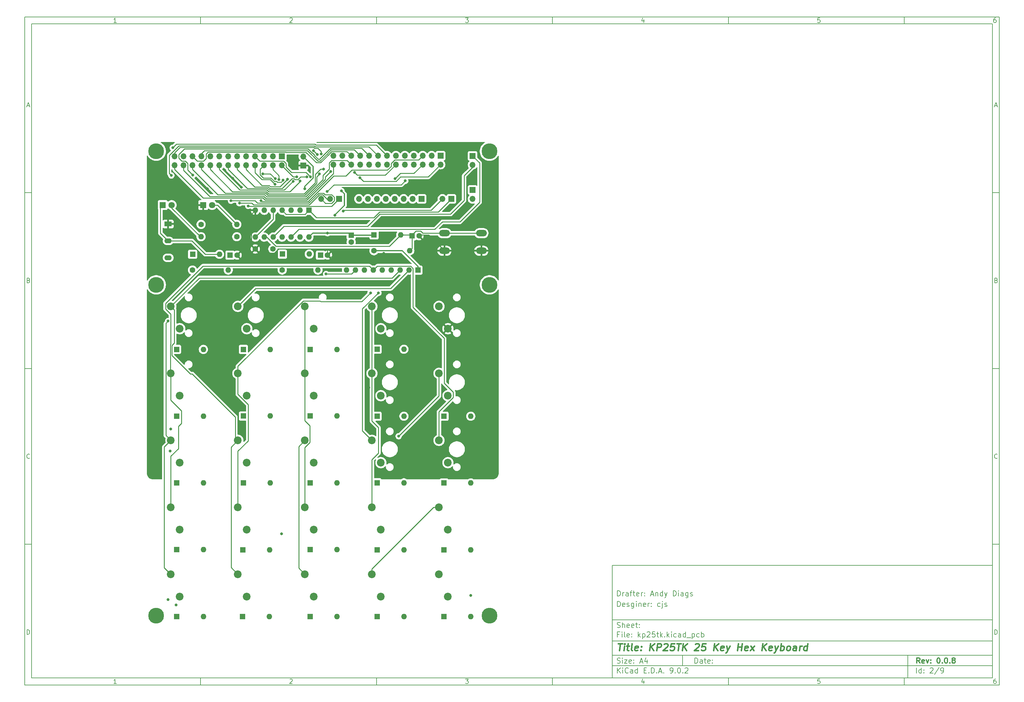
<source format=gbl>
%TF.GenerationSoftware,KiCad,Pcbnew,9.0.2+1*%
%TF.CreationDate,2025-06-13T17:56:32+09:00*%
%TF.ProjectId,kp25tk,6b703235-746b-42e6-9b69-6361645f7063,0.0.8*%
%TF.SameCoordinates,Original*%
%TF.FileFunction,Copper,L2,Bot*%
%TF.FilePolarity,Positive*%
%FSLAX46Y46*%
G04 Gerber Fmt 4.6, Leading zero omitted, Abs format (unit mm)*
G04 Created by KiCad (PCBNEW 9.0.2+1) date 2025-06-13 17:56:32*
%MOMM*%
%LPD*%
G01*
G04 APERTURE LIST*
%ADD10C,0.100000*%
%ADD11C,0.150000*%
%ADD12C,0.300000*%
%ADD13C,0.400000*%
%TA.AperFunction,ComponentPad*%
%ADD14R,1.600000X1.600000*%
%TD*%
%TA.AperFunction,ComponentPad*%
%ADD15O,1.600000X1.600000*%
%TD*%
%TA.AperFunction,ComponentPad*%
%ADD16C,1.600000*%
%TD*%
%TA.AperFunction,ComponentPad*%
%ADD17C,2.200000*%
%TD*%
%TA.AperFunction,ComponentPad*%
%ADD18C,4.500000*%
%TD*%
%TA.AperFunction,ComponentPad*%
%ADD19R,2.080000X1.408000*%
%TD*%
%TA.AperFunction,ComponentPad*%
%ADD20O,2.080000X1.408000*%
%TD*%
%TA.AperFunction,ComponentPad*%
%ADD21R,1.700000X1.700000*%
%TD*%
%TA.AperFunction,ComponentPad*%
%ADD22O,1.700000X1.700000*%
%TD*%
%TA.AperFunction,ComponentPad*%
%ADD23R,1.800000X1.800000*%
%TD*%
%TA.AperFunction,ComponentPad*%
%ADD24C,1.800000*%
%TD*%
%TA.AperFunction,ComponentPad*%
%ADD25O,3.048000X1.850000*%
%TD*%
%TA.AperFunction,ViaPad*%
%ADD26C,0.800000*%
%TD*%
%TA.AperFunction,Conductor*%
%ADD27C,0.250000*%
%TD*%
%TA.AperFunction,Conductor*%
%ADD28C,0.300000*%
%TD*%
G04 APERTURE END LIST*
D10*
D11*
X177002200Y-166007200D02*
X285002200Y-166007200D01*
X285002200Y-198007200D01*
X177002200Y-198007200D01*
X177002200Y-166007200D01*
D10*
D11*
X10000000Y-10000000D02*
X287002200Y-10000000D01*
X287002200Y-200007200D01*
X10000000Y-200007200D01*
X10000000Y-10000000D01*
D10*
D11*
X12000000Y-12000000D02*
X285002200Y-12000000D01*
X285002200Y-198007200D01*
X12000000Y-198007200D01*
X12000000Y-12000000D01*
D10*
D11*
X60000000Y-12000000D02*
X60000000Y-10000000D01*
D10*
D11*
X110000000Y-12000000D02*
X110000000Y-10000000D01*
D10*
D11*
X160000000Y-12000000D02*
X160000000Y-10000000D01*
D10*
D11*
X210000000Y-12000000D02*
X210000000Y-10000000D01*
D10*
D11*
X260000000Y-12000000D02*
X260000000Y-10000000D01*
D10*
D11*
X36089160Y-11593604D02*
X35346303Y-11593604D01*
X35717731Y-11593604D02*
X35717731Y-10293604D01*
X35717731Y-10293604D02*
X35593922Y-10479319D01*
X35593922Y-10479319D02*
X35470112Y-10603128D01*
X35470112Y-10603128D02*
X35346303Y-10665033D01*
D10*
D11*
X85346303Y-10417414D02*
X85408207Y-10355509D01*
X85408207Y-10355509D02*
X85532017Y-10293604D01*
X85532017Y-10293604D02*
X85841541Y-10293604D01*
X85841541Y-10293604D02*
X85965350Y-10355509D01*
X85965350Y-10355509D02*
X86027255Y-10417414D01*
X86027255Y-10417414D02*
X86089160Y-10541223D01*
X86089160Y-10541223D02*
X86089160Y-10665033D01*
X86089160Y-10665033D02*
X86027255Y-10850747D01*
X86027255Y-10850747D02*
X85284398Y-11593604D01*
X85284398Y-11593604D02*
X86089160Y-11593604D01*
D10*
D11*
X135284398Y-10293604D02*
X136089160Y-10293604D01*
X136089160Y-10293604D02*
X135655826Y-10788842D01*
X135655826Y-10788842D02*
X135841541Y-10788842D01*
X135841541Y-10788842D02*
X135965350Y-10850747D01*
X135965350Y-10850747D02*
X136027255Y-10912652D01*
X136027255Y-10912652D02*
X136089160Y-11036461D01*
X136089160Y-11036461D02*
X136089160Y-11345985D01*
X136089160Y-11345985D02*
X136027255Y-11469795D01*
X136027255Y-11469795D02*
X135965350Y-11531700D01*
X135965350Y-11531700D02*
X135841541Y-11593604D01*
X135841541Y-11593604D02*
X135470112Y-11593604D01*
X135470112Y-11593604D02*
X135346303Y-11531700D01*
X135346303Y-11531700D02*
X135284398Y-11469795D01*
D10*
D11*
X185965350Y-10726938D02*
X185965350Y-11593604D01*
X185655826Y-10231700D02*
X185346303Y-11160271D01*
X185346303Y-11160271D02*
X186151064Y-11160271D01*
D10*
D11*
X236027255Y-10293604D02*
X235408207Y-10293604D01*
X235408207Y-10293604D02*
X235346303Y-10912652D01*
X235346303Y-10912652D02*
X235408207Y-10850747D01*
X235408207Y-10850747D02*
X235532017Y-10788842D01*
X235532017Y-10788842D02*
X235841541Y-10788842D01*
X235841541Y-10788842D02*
X235965350Y-10850747D01*
X235965350Y-10850747D02*
X236027255Y-10912652D01*
X236027255Y-10912652D02*
X236089160Y-11036461D01*
X236089160Y-11036461D02*
X236089160Y-11345985D01*
X236089160Y-11345985D02*
X236027255Y-11469795D01*
X236027255Y-11469795D02*
X235965350Y-11531700D01*
X235965350Y-11531700D02*
X235841541Y-11593604D01*
X235841541Y-11593604D02*
X235532017Y-11593604D01*
X235532017Y-11593604D02*
X235408207Y-11531700D01*
X235408207Y-11531700D02*
X235346303Y-11469795D01*
D10*
D11*
X285965350Y-10293604D02*
X285717731Y-10293604D01*
X285717731Y-10293604D02*
X285593922Y-10355509D01*
X285593922Y-10355509D02*
X285532017Y-10417414D01*
X285532017Y-10417414D02*
X285408207Y-10603128D01*
X285408207Y-10603128D02*
X285346303Y-10850747D01*
X285346303Y-10850747D02*
X285346303Y-11345985D01*
X285346303Y-11345985D02*
X285408207Y-11469795D01*
X285408207Y-11469795D02*
X285470112Y-11531700D01*
X285470112Y-11531700D02*
X285593922Y-11593604D01*
X285593922Y-11593604D02*
X285841541Y-11593604D01*
X285841541Y-11593604D02*
X285965350Y-11531700D01*
X285965350Y-11531700D02*
X286027255Y-11469795D01*
X286027255Y-11469795D02*
X286089160Y-11345985D01*
X286089160Y-11345985D02*
X286089160Y-11036461D01*
X286089160Y-11036461D02*
X286027255Y-10912652D01*
X286027255Y-10912652D02*
X285965350Y-10850747D01*
X285965350Y-10850747D02*
X285841541Y-10788842D01*
X285841541Y-10788842D02*
X285593922Y-10788842D01*
X285593922Y-10788842D02*
X285470112Y-10850747D01*
X285470112Y-10850747D02*
X285408207Y-10912652D01*
X285408207Y-10912652D02*
X285346303Y-11036461D01*
D10*
D11*
X60000000Y-198007200D02*
X60000000Y-200007200D01*
D10*
D11*
X110000000Y-198007200D02*
X110000000Y-200007200D01*
D10*
D11*
X160000000Y-198007200D02*
X160000000Y-200007200D01*
D10*
D11*
X210000000Y-198007200D02*
X210000000Y-200007200D01*
D10*
D11*
X260000000Y-198007200D02*
X260000000Y-200007200D01*
D10*
D11*
X36089160Y-199600804D02*
X35346303Y-199600804D01*
X35717731Y-199600804D02*
X35717731Y-198300804D01*
X35717731Y-198300804D02*
X35593922Y-198486519D01*
X35593922Y-198486519D02*
X35470112Y-198610328D01*
X35470112Y-198610328D02*
X35346303Y-198672233D01*
D10*
D11*
X85346303Y-198424614D02*
X85408207Y-198362709D01*
X85408207Y-198362709D02*
X85532017Y-198300804D01*
X85532017Y-198300804D02*
X85841541Y-198300804D01*
X85841541Y-198300804D02*
X85965350Y-198362709D01*
X85965350Y-198362709D02*
X86027255Y-198424614D01*
X86027255Y-198424614D02*
X86089160Y-198548423D01*
X86089160Y-198548423D02*
X86089160Y-198672233D01*
X86089160Y-198672233D02*
X86027255Y-198857947D01*
X86027255Y-198857947D02*
X85284398Y-199600804D01*
X85284398Y-199600804D02*
X86089160Y-199600804D01*
D10*
D11*
X135284398Y-198300804D02*
X136089160Y-198300804D01*
X136089160Y-198300804D02*
X135655826Y-198796042D01*
X135655826Y-198796042D02*
X135841541Y-198796042D01*
X135841541Y-198796042D02*
X135965350Y-198857947D01*
X135965350Y-198857947D02*
X136027255Y-198919852D01*
X136027255Y-198919852D02*
X136089160Y-199043661D01*
X136089160Y-199043661D02*
X136089160Y-199353185D01*
X136089160Y-199353185D02*
X136027255Y-199476995D01*
X136027255Y-199476995D02*
X135965350Y-199538900D01*
X135965350Y-199538900D02*
X135841541Y-199600804D01*
X135841541Y-199600804D02*
X135470112Y-199600804D01*
X135470112Y-199600804D02*
X135346303Y-199538900D01*
X135346303Y-199538900D02*
X135284398Y-199476995D01*
D10*
D11*
X185965350Y-198734138D02*
X185965350Y-199600804D01*
X185655826Y-198238900D02*
X185346303Y-199167471D01*
X185346303Y-199167471D02*
X186151064Y-199167471D01*
D10*
D11*
X236027255Y-198300804D02*
X235408207Y-198300804D01*
X235408207Y-198300804D02*
X235346303Y-198919852D01*
X235346303Y-198919852D02*
X235408207Y-198857947D01*
X235408207Y-198857947D02*
X235532017Y-198796042D01*
X235532017Y-198796042D02*
X235841541Y-198796042D01*
X235841541Y-198796042D02*
X235965350Y-198857947D01*
X235965350Y-198857947D02*
X236027255Y-198919852D01*
X236027255Y-198919852D02*
X236089160Y-199043661D01*
X236089160Y-199043661D02*
X236089160Y-199353185D01*
X236089160Y-199353185D02*
X236027255Y-199476995D01*
X236027255Y-199476995D02*
X235965350Y-199538900D01*
X235965350Y-199538900D02*
X235841541Y-199600804D01*
X235841541Y-199600804D02*
X235532017Y-199600804D01*
X235532017Y-199600804D02*
X235408207Y-199538900D01*
X235408207Y-199538900D02*
X235346303Y-199476995D01*
D10*
D11*
X285965350Y-198300804D02*
X285717731Y-198300804D01*
X285717731Y-198300804D02*
X285593922Y-198362709D01*
X285593922Y-198362709D02*
X285532017Y-198424614D01*
X285532017Y-198424614D02*
X285408207Y-198610328D01*
X285408207Y-198610328D02*
X285346303Y-198857947D01*
X285346303Y-198857947D02*
X285346303Y-199353185D01*
X285346303Y-199353185D02*
X285408207Y-199476995D01*
X285408207Y-199476995D02*
X285470112Y-199538900D01*
X285470112Y-199538900D02*
X285593922Y-199600804D01*
X285593922Y-199600804D02*
X285841541Y-199600804D01*
X285841541Y-199600804D02*
X285965350Y-199538900D01*
X285965350Y-199538900D02*
X286027255Y-199476995D01*
X286027255Y-199476995D02*
X286089160Y-199353185D01*
X286089160Y-199353185D02*
X286089160Y-199043661D01*
X286089160Y-199043661D02*
X286027255Y-198919852D01*
X286027255Y-198919852D02*
X285965350Y-198857947D01*
X285965350Y-198857947D02*
X285841541Y-198796042D01*
X285841541Y-198796042D02*
X285593922Y-198796042D01*
X285593922Y-198796042D02*
X285470112Y-198857947D01*
X285470112Y-198857947D02*
X285408207Y-198919852D01*
X285408207Y-198919852D02*
X285346303Y-199043661D01*
D10*
D11*
X10000000Y-60000000D02*
X12000000Y-60000000D01*
D10*
D11*
X10000000Y-110000000D02*
X12000000Y-110000000D01*
D10*
D11*
X10000000Y-160000000D02*
X12000000Y-160000000D01*
D10*
D11*
X10690476Y-35222176D02*
X11309523Y-35222176D01*
X10566666Y-35593604D02*
X10999999Y-34293604D01*
X10999999Y-34293604D02*
X11433333Y-35593604D01*
D10*
D11*
X11092857Y-84912652D02*
X11278571Y-84974557D01*
X11278571Y-84974557D02*
X11340476Y-85036461D01*
X11340476Y-85036461D02*
X11402380Y-85160271D01*
X11402380Y-85160271D02*
X11402380Y-85345985D01*
X11402380Y-85345985D02*
X11340476Y-85469795D01*
X11340476Y-85469795D02*
X11278571Y-85531700D01*
X11278571Y-85531700D02*
X11154761Y-85593604D01*
X11154761Y-85593604D02*
X10659523Y-85593604D01*
X10659523Y-85593604D02*
X10659523Y-84293604D01*
X10659523Y-84293604D02*
X11092857Y-84293604D01*
X11092857Y-84293604D02*
X11216666Y-84355509D01*
X11216666Y-84355509D02*
X11278571Y-84417414D01*
X11278571Y-84417414D02*
X11340476Y-84541223D01*
X11340476Y-84541223D02*
X11340476Y-84665033D01*
X11340476Y-84665033D02*
X11278571Y-84788842D01*
X11278571Y-84788842D02*
X11216666Y-84850747D01*
X11216666Y-84850747D02*
X11092857Y-84912652D01*
X11092857Y-84912652D02*
X10659523Y-84912652D01*
D10*
D11*
X11402380Y-135469795D02*
X11340476Y-135531700D01*
X11340476Y-135531700D02*
X11154761Y-135593604D01*
X11154761Y-135593604D02*
X11030952Y-135593604D01*
X11030952Y-135593604D02*
X10845238Y-135531700D01*
X10845238Y-135531700D02*
X10721428Y-135407890D01*
X10721428Y-135407890D02*
X10659523Y-135284080D01*
X10659523Y-135284080D02*
X10597619Y-135036461D01*
X10597619Y-135036461D02*
X10597619Y-134850747D01*
X10597619Y-134850747D02*
X10659523Y-134603128D01*
X10659523Y-134603128D02*
X10721428Y-134479319D01*
X10721428Y-134479319D02*
X10845238Y-134355509D01*
X10845238Y-134355509D02*
X11030952Y-134293604D01*
X11030952Y-134293604D02*
X11154761Y-134293604D01*
X11154761Y-134293604D02*
X11340476Y-134355509D01*
X11340476Y-134355509D02*
X11402380Y-134417414D01*
D10*
D11*
X10659523Y-185593604D02*
X10659523Y-184293604D01*
X10659523Y-184293604D02*
X10969047Y-184293604D01*
X10969047Y-184293604D02*
X11154761Y-184355509D01*
X11154761Y-184355509D02*
X11278571Y-184479319D01*
X11278571Y-184479319D02*
X11340476Y-184603128D01*
X11340476Y-184603128D02*
X11402380Y-184850747D01*
X11402380Y-184850747D02*
X11402380Y-185036461D01*
X11402380Y-185036461D02*
X11340476Y-185284080D01*
X11340476Y-185284080D02*
X11278571Y-185407890D01*
X11278571Y-185407890D02*
X11154761Y-185531700D01*
X11154761Y-185531700D02*
X10969047Y-185593604D01*
X10969047Y-185593604D02*
X10659523Y-185593604D01*
D10*
D11*
X287002200Y-60000000D02*
X285002200Y-60000000D01*
D10*
D11*
X287002200Y-110000000D02*
X285002200Y-110000000D01*
D10*
D11*
X287002200Y-160000000D02*
X285002200Y-160000000D01*
D10*
D11*
X285692676Y-35222176D02*
X286311723Y-35222176D01*
X285568866Y-35593604D02*
X286002199Y-34293604D01*
X286002199Y-34293604D02*
X286435533Y-35593604D01*
D10*
D11*
X286095057Y-84912652D02*
X286280771Y-84974557D01*
X286280771Y-84974557D02*
X286342676Y-85036461D01*
X286342676Y-85036461D02*
X286404580Y-85160271D01*
X286404580Y-85160271D02*
X286404580Y-85345985D01*
X286404580Y-85345985D02*
X286342676Y-85469795D01*
X286342676Y-85469795D02*
X286280771Y-85531700D01*
X286280771Y-85531700D02*
X286156961Y-85593604D01*
X286156961Y-85593604D02*
X285661723Y-85593604D01*
X285661723Y-85593604D02*
X285661723Y-84293604D01*
X285661723Y-84293604D02*
X286095057Y-84293604D01*
X286095057Y-84293604D02*
X286218866Y-84355509D01*
X286218866Y-84355509D02*
X286280771Y-84417414D01*
X286280771Y-84417414D02*
X286342676Y-84541223D01*
X286342676Y-84541223D02*
X286342676Y-84665033D01*
X286342676Y-84665033D02*
X286280771Y-84788842D01*
X286280771Y-84788842D02*
X286218866Y-84850747D01*
X286218866Y-84850747D02*
X286095057Y-84912652D01*
X286095057Y-84912652D02*
X285661723Y-84912652D01*
D10*
D11*
X286404580Y-135469795D02*
X286342676Y-135531700D01*
X286342676Y-135531700D02*
X286156961Y-135593604D01*
X286156961Y-135593604D02*
X286033152Y-135593604D01*
X286033152Y-135593604D02*
X285847438Y-135531700D01*
X285847438Y-135531700D02*
X285723628Y-135407890D01*
X285723628Y-135407890D02*
X285661723Y-135284080D01*
X285661723Y-135284080D02*
X285599819Y-135036461D01*
X285599819Y-135036461D02*
X285599819Y-134850747D01*
X285599819Y-134850747D02*
X285661723Y-134603128D01*
X285661723Y-134603128D02*
X285723628Y-134479319D01*
X285723628Y-134479319D02*
X285847438Y-134355509D01*
X285847438Y-134355509D02*
X286033152Y-134293604D01*
X286033152Y-134293604D02*
X286156961Y-134293604D01*
X286156961Y-134293604D02*
X286342676Y-134355509D01*
X286342676Y-134355509D02*
X286404580Y-134417414D01*
D10*
D11*
X285661723Y-185593604D02*
X285661723Y-184293604D01*
X285661723Y-184293604D02*
X285971247Y-184293604D01*
X285971247Y-184293604D02*
X286156961Y-184355509D01*
X286156961Y-184355509D02*
X286280771Y-184479319D01*
X286280771Y-184479319D02*
X286342676Y-184603128D01*
X286342676Y-184603128D02*
X286404580Y-184850747D01*
X286404580Y-184850747D02*
X286404580Y-185036461D01*
X286404580Y-185036461D02*
X286342676Y-185284080D01*
X286342676Y-185284080D02*
X286280771Y-185407890D01*
X286280771Y-185407890D02*
X286156961Y-185531700D01*
X286156961Y-185531700D02*
X285971247Y-185593604D01*
X285971247Y-185593604D02*
X285661723Y-185593604D01*
D10*
D11*
X200458026Y-193793328D02*
X200458026Y-192293328D01*
X200458026Y-192293328D02*
X200815169Y-192293328D01*
X200815169Y-192293328D02*
X201029455Y-192364757D01*
X201029455Y-192364757D02*
X201172312Y-192507614D01*
X201172312Y-192507614D02*
X201243741Y-192650471D01*
X201243741Y-192650471D02*
X201315169Y-192936185D01*
X201315169Y-192936185D02*
X201315169Y-193150471D01*
X201315169Y-193150471D02*
X201243741Y-193436185D01*
X201243741Y-193436185D02*
X201172312Y-193579042D01*
X201172312Y-193579042D02*
X201029455Y-193721900D01*
X201029455Y-193721900D02*
X200815169Y-193793328D01*
X200815169Y-193793328D02*
X200458026Y-193793328D01*
X202600884Y-193793328D02*
X202600884Y-193007614D01*
X202600884Y-193007614D02*
X202529455Y-192864757D01*
X202529455Y-192864757D02*
X202386598Y-192793328D01*
X202386598Y-192793328D02*
X202100884Y-192793328D01*
X202100884Y-192793328D02*
X201958026Y-192864757D01*
X202600884Y-193721900D02*
X202458026Y-193793328D01*
X202458026Y-193793328D02*
X202100884Y-193793328D01*
X202100884Y-193793328D02*
X201958026Y-193721900D01*
X201958026Y-193721900D02*
X201886598Y-193579042D01*
X201886598Y-193579042D02*
X201886598Y-193436185D01*
X201886598Y-193436185D02*
X201958026Y-193293328D01*
X201958026Y-193293328D02*
X202100884Y-193221900D01*
X202100884Y-193221900D02*
X202458026Y-193221900D01*
X202458026Y-193221900D02*
X202600884Y-193150471D01*
X203100884Y-192793328D02*
X203672312Y-192793328D01*
X203315169Y-192293328D02*
X203315169Y-193579042D01*
X203315169Y-193579042D02*
X203386598Y-193721900D01*
X203386598Y-193721900D02*
X203529455Y-193793328D01*
X203529455Y-193793328D02*
X203672312Y-193793328D01*
X204743741Y-193721900D02*
X204600884Y-193793328D01*
X204600884Y-193793328D02*
X204315170Y-193793328D01*
X204315170Y-193793328D02*
X204172312Y-193721900D01*
X204172312Y-193721900D02*
X204100884Y-193579042D01*
X204100884Y-193579042D02*
X204100884Y-193007614D01*
X204100884Y-193007614D02*
X204172312Y-192864757D01*
X204172312Y-192864757D02*
X204315170Y-192793328D01*
X204315170Y-192793328D02*
X204600884Y-192793328D01*
X204600884Y-192793328D02*
X204743741Y-192864757D01*
X204743741Y-192864757D02*
X204815170Y-193007614D01*
X204815170Y-193007614D02*
X204815170Y-193150471D01*
X204815170Y-193150471D02*
X204100884Y-193293328D01*
X205458026Y-193650471D02*
X205529455Y-193721900D01*
X205529455Y-193721900D02*
X205458026Y-193793328D01*
X205458026Y-193793328D02*
X205386598Y-193721900D01*
X205386598Y-193721900D02*
X205458026Y-193650471D01*
X205458026Y-193650471D02*
X205458026Y-193793328D01*
X205458026Y-192864757D02*
X205529455Y-192936185D01*
X205529455Y-192936185D02*
X205458026Y-193007614D01*
X205458026Y-193007614D02*
X205386598Y-192936185D01*
X205386598Y-192936185D02*
X205458026Y-192864757D01*
X205458026Y-192864757D02*
X205458026Y-193007614D01*
D10*
D11*
X177002200Y-194507200D02*
X285002200Y-194507200D01*
D10*
D11*
X178458026Y-196593328D02*
X178458026Y-195093328D01*
X179315169Y-196593328D02*
X178672312Y-195736185D01*
X179315169Y-195093328D02*
X178458026Y-195950471D01*
X179958026Y-196593328D02*
X179958026Y-195593328D01*
X179958026Y-195093328D02*
X179886598Y-195164757D01*
X179886598Y-195164757D02*
X179958026Y-195236185D01*
X179958026Y-195236185D02*
X180029455Y-195164757D01*
X180029455Y-195164757D02*
X179958026Y-195093328D01*
X179958026Y-195093328D02*
X179958026Y-195236185D01*
X181529455Y-196450471D02*
X181458027Y-196521900D01*
X181458027Y-196521900D02*
X181243741Y-196593328D01*
X181243741Y-196593328D02*
X181100884Y-196593328D01*
X181100884Y-196593328D02*
X180886598Y-196521900D01*
X180886598Y-196521900D02*
X180743741Y-196379042D01*
X180743741Y-196379042D02*
X180672312Y-196236185D01*
X180672312Y-196236185D02*
X180600884Y-195950471D01*
X180600884Y-195950471D02*
X180600884Y-195736185D01*
X180600884Y-195736185D02*
X180672312Y-195450471D01*
X180672312Y-195450471D02*
X180743741Y-195307614D01*
X180743741Y-195307614D02*
X180886598Y-195164757D01*
X180886598Y-195164757D02*
X181100884Y-195093328D01*
X181100884Y-195093328D02*
X181243741Y-195093328D01*
X181243741Y-195093328D02*
X181458027Y-195164757D01*
X181458027Y-195164757D02*
X181529455Y-195236185D01*
X182815170Y-196593328D02*
X182815170Y-195807614D01*
X182815170Y-195807614D02*
X182743741Y-195664757D01*
X182743741Y-195664757D02*
X182600884Y-195593328D01*
X182600884Y-195593328D02*
X182315170Y-195593328D01*
X182315170Y-195593328D02*
X182172312Y-195664757D01*
X182815170Y-196521900D02*
X182672312Y-196593328D01*
X182672312Y-196593328D02*
X182315170Y-196593328D01*
X182315170Y-196593328D02*
X182172312Y-196521900D01*
X182172312Y-196521900D02*
X182100884Y-196379042D01*
X182100884Y-196379042D02*
X182100884Y-196236185D01*
X182100884Y-196236185D02*
X182172312Y-196093328D01*
X182172312Y-196093328D02*
X182315170Y-196021900D01*
X182315170Y-196021900D02*
X182672312Y-196021900D01*
X182672312Y-196021900D02*
X182815170Y-195950471D01*
X184172313Y-196593328D02*
X184172313Y-195093328D01*
X184172313Y-196521900D02*
X184029455Y-196593328D01*
X184029455Y-196593328D02*
X183743741Y-196593328D01*
X183743741Y-196593328D02*
X183600884Y-196521900D01*
X183600884Y-196521900D02*
X183529455Y-196450471D01*
X183529455Y-196450471D02*
X183458027Y-196307614D01*
X183458027Y-196307614D02*
X183458027Y-195879042D01*
X183458027Y-195879042D02*
X183529455Y-195736185D01*
X183529455Y-195736185D02*
X183600884Y-195664757D01*
X183600884Y-195664757D02*
X183743741Y-195593328D01*
X183743741Y-195593328D02*
X184029455Y-195593328D01*
X184029455Y-195593328D02*
X184172313Y-195664757D01*
X186029455Y-195807614D02*
X186529455Y-195807614D01*
X186743741Y-196593328D02*
X186029455Y-196593328D01*
X186029455Y-196593328D02*
X186029455Y-195093328D01*
X186029455Y-195093328D02*
X186743741Y-195093328D01*
X187386598Y-196450471D02*
X187458027Y-196521900D01*
X187458027Y-196521900D02*
X187386598Y-196593328D01*
X187386598Y-196593328D02*
X187315170Y-196521900D01*
X187315170Y-196521900D02*
X187386598Y-196450471D01*
X187386598Y-196450471D02*
X187386598Y-196593328D01*
X188100884Y-196593328D02*
X188100884Y-195093328D01*
X188100884Y-195093328D02*
X188458027Y-195093328D01*
X188458027Y-195093328D02*
X188672313Y-195164757D01*
X188672313Y-195164757D02*
X188815170Y-195307614D01*
X188815170Y-195307614D02*
X188886599Y-195450471D01*
X188886599Y-195450471D02*
X188958027Y-195736185D01*
X188958027Y-195736185D02*
X188958027Y-195950471D01*
X188958027Y-195950471D02*
X188886599Y-196236185D01*
X188886599Y-196236185D02*
X188815170Y-196379042D01*
X188815170Y-196379042D02*
X188672313Y-196521900D01*
X188672313Y-196521900D02*
X188458027Y-196593328D01*
X188458027Y-196593328D02*
X188100884Y-196593328D01*
X189600884Y-196450471D02*
X189672313Y-196521900D01*
X189672313Y-196521900D02*
X189600884Y-196593328D01*
X189600884Y-196593328D02*
X189529456Y-196521900D01*
X189529456Y-196521900D02*
X189600884Y-196450471D01*
X189600884Y-196450471D02*
X189600884Y-196593328D01*
X190243742Y-196164757D02*
X190958028Y-196164757D01*
X190100885Y-196593328D02*
X190600885Y-195093328D01*
X190600885Y-195093328D02*
X191100885Y-196593328D01*
X191600884Y-196450471D02*
X191672313Y-196521900D01*
X191672313Y-196521900D02*
X191600884Y-196593328D01*
X191600884Y-196593328D02*
X191529456Y-196521900D01*
X191529456Y-196521900D02*
X191600884Y-196450471D01*
X191600884Y-196450471D02*
X191600884Y-196593328D01*
X193529456Y-196593328D02*
X193815170Y-196593328D01*
X193815170Y-196593328D02*
X193958027Y-196521900D01*
X193958027Y-196521900D02*
X194029456Y-196450471D01*
X194029456Y-196450471D02*
X194172313Y-196236185D01*
X194172313Y-196236185D02*
X194243742Y-195950471D01*
X194243742Y-195950471D02*
X194243742Y-195379042D01*
X194243742Y-195379042D02*
X194172313Y-195236185D01*
X194172313Y-195236185D02*
X194100885Y-195164757D01*
X194100885Y-195164757D02*
X193958027Y-195093328D01*
X193958027Y-195093328D02*
X193672313Y-195093328D01*
X193672313Y-195093328D02*
X193529456Y-195164757D01*
X193529456Y-195164757D02*
X193458027Y-195236185D01*
X193458027Y-195236185D02*
X193386599Y-195379042D01*
X193386599Y-195379042D02*
X193386599Y-195736185D01*
X193386599Y-195736185D02*
X193458027Y-195879042D01*
X193458027Y-195879042D02*
X193529456Y-195950471D01*
X193529456Y-195950471D02*
X193672313Y-196021900D01*
X193672313Y-196021900D02*
X193958027Y-196021900D01*
X193958027Y-196021900D02*
X194100885Y-195950471D01*
X194100885Y-195950471D02*
X194172313Y-195879042D01*
X194172313Y-195879042D02*
X194243742Y-195736185D01*
X194886598Y-196450471D02*
X194958027Y-196521900D01*
X194958027Y-196521900D02*
X194886598Y-196593328D01*
X194886598Y-196593328D02*
X194815170Y-196521900D01*
X194815170Y-196521900D02*
X194886598Y-196450471D01*
X194886598Y-196450471D02*
X194886598Y-196593328D01*
X195886599Y-195093328D02*
X196029456Y-195093328D01*
X196029456Y-195093328D02*
X196172313Y-195164757D01*
X196172313Y-195164757D02*
X196243742Y-195236185D01*
X196243742Y-195236185D02*
X196315170Y-195379042D01*
X196315170Y-195379042D02*
X196386599Y-195664757D01*
X196386599Y-195664757D02*
X196386599Y-196021900D01*
X196386599Y-196021900D02*
X196315170Y-196307614D01*
X196315170Y-196307614D02*
X196243742Y-196450471D01*
X196243742Y-196450471D02*
X196172313Y-196521900D01*
X196172313Y-196521900D02*
X196029456Y-196593328D01*
X196029456Y-196593328D02*
X195886599Y-196593328D01*
X195886599Y-196593328D02*
X195743742Y-196521900D01*
X195743742Y-196521900D02*
X195672313Y-196450471D01*
X195672313Y-196450471D02*
X195600884Y-196307614D01*
X195600884Y-196307614D02*
X195529456Y-196021900D01*
X195529456Y-196021900D02*
X195529456Y-195664757D01*
X195529456Y-195664757D02*
X195600884Y-195379042D01*
X195600884Y-195379042D02*
X195672313Y-195236185D01*
X195672313Y-195236185D02*
X195743742Y-195164757D01*
X195743742Y-195164757D02*
X195886599Y-195093328D01*
X197029455Y-196450471D02*
X197100884Y-196521900D01*
X197100884Y-196521900D02*
X197029455Y-196593328D01*
X197029455Y-196593328D02*
X196958027Y-196521900D01*
X196958027Y-196521900D02*
X197029455Y-196450471D01*
X197029455Y-196450471D02*
X197029455Y-196593328D01*
X197672313Y-195236185D02*
X197743741Y-195164757D01*
X197743741Y-195164757D02*
X197886599Y-195093328D01*
X197886599Y-195093328D02*
X198243741Y-195093328D01*
X198243741Y-195093328D02*
X198386599Y-195164757D01*
X198386599Y-195164757D02*
X198458027Y-195236185D01*
X198458027Y-195236185D02*
X198529456Y-195379042D01*
X198529456Y-195379042D02*
X198529456Y-195521900D01*
X198529456Y-195521900D02*
X198458027Y-195736185D01*
X198458027Y-195736185D02*
X197600884Y-196593328D01*
X197600884Y-196593328D02*
X198529456Y-196593328D01*
D10*
D11*
X177002200Y-191507200D02*
X285002200Y-191507200D01*
D10*
D12*
X264413853Y-193785528D02*
X263913853Y-193071242D01*
X263556710Y-193785528D02*
X263556710Y-192285528D01*
X263556710Y-192285528D02*
X264128139Y-192285528D01*
X264128139Y-192285528D02*
X264270996Y-192356957D01*
X264270996Y-192356957D02*
X264342425Y-192428385D01*
X264342425Y-192428385D02*
X264413853Y-192571242D01*
X264413853Y-192571242D02*
X264413853Y-192785528D01*
X264413853Y-192785528D02*
X264342425Y-192928385D01*
X264342425Y-192928385D02*
X264270996Y-192999814D01*
X264270996Y-192999814D02*
X264128139Y-193071242D01*
X264128139Y-193071242D02*
X263556710Y-193071242D01*
X265628139Y-193714100D02*
X265485282Y-193785528D01*
X265485282Y-193785528D02*
X265199568Y-193785528D01*
X265199568Y-193785528D02*
X265056710Y-193714100D01*
X265056710Y-193714100D02*
X264985282Y-193571242D01*
X264985282Y-193571242D02*
X264985282Y-192999814D01*
X264985282Y-192999814D02*
X265056710Y-192856957D01*
X265056710Y-192856957D02*
X265199568Y-192785528D01*
X265199568Y-192785528D02*
X265485282Y-192785528D01*
X265485282Y-192785528D02*
X265628139Y-192856957D01*
X265628139Y-192856957D02*
X265699568Y-192999814D01*
X265699568Y-192999814D02*
X265699568Y-193142671D01*
X265699568Y-193142671D02*
X264985282Y-193285528D01*
X266199567Y-192785528D02*
X266556710Y-193785528D01*
X266556710Y-193785528D02*
X266913853Y-192785528D01*
X267485281Y-193642671D02*
X267556710Y-193714100D01*
X267556710Y-193714100D02*
X267485281Y-193785528D01*
X267485281Y-193785528D02*
X267413853Y-193714100D01*
X267413853Y-193714100D02*
X267485281Y-193642671D01*
X267485281Y-193642671D02*
X267485281Y-193785528D01*
X267485281Y-192856957D02*
X267556710Y-192928385D01*
X267556710Y-192928385D02*
X267485281Y-192999814D01*
X267485281Y-192999814D02*
X267413853Y-192928385D01*
X267413853Y-192928385D02*
X267485281Y-192856957D01*
X267485281Y-192856957D02*
X267485281Y-192999814D01*
X269628139Y-192285528D02*
X269770996Y-192285528D01*
X269770996Y-192285528D02*
X269913853Y-192356957D01*
X269913853Y-192356957D02*
X269985282Y-192428385D01*
X269985282Y-192428385D02*
X270056710Y-192571242D01*
X270056710Y-192571242D02*
X270128139Y-192856957D01*
X270128139Y-192856957D02*
X270128139Y-193214100D01*
X270128139Y-193214100D02*
X270056710Y-193499814D01*
X270056710Y-193499814D02*
X269985282Y-193642671D01*
X269985282Y-193642671D02*
X269913853Y-193714100D01*
X269913853Y-193714100D02*
X269770996Y-193785528D01*
X269770996Y-193785528D02*
X269628139Y-193785528D01*
X269628139Y-193785528D02*
X269485282Y-193714100D01*
X269485282Y-193714100D02*
X269413853Y-193642671D01*
X269413853Y-193642671D02*
X269342424Y-193499814D01*
X269342424Y-193499814D02*
X269270996Y-193214100D01*
X269270996Y-193214100D02*
X269270996Y-192856957D01*
X269270996Y-192856957D02*
X269342424Y-192571242D01*
X269342424Y-192571242D02*
X269413853Y-192428385D01*
X269413853Y-192428385D02*
X269485282Y-192356957D01*
X269485282Y-192356957D02*
X269628139Y-192285528D01*
X270770995Y-193642671D02*
X270842424Y-193714100D01*
X270842424Y-193714100D02*
X270770995Y-193785528D01*
X270770995Y-193785528D02*
X270699567Y-193714100D01*
X270699567Y-193714100D02*
X270770995Y-193642671D01*
X270770995Y-193642671D02*
X270770995Y-193785528D01*
X271770996Y-192285528D02*
X271913853Y-192285528D01*
X271913853Y-192285528D02*
X272056710Y-192356957D01*
X272056710Y-192356957D02*
X272128139Y-192428385D01*
X272128139Y-192428385D02*
X272199567Y-192571242D01*
X272199567Y-192571242D02*
X272270996Y-192856957D01*
X272270996Y-192856957D02*
X272270996Y-193214100D01*
X272270996Y-193214100D02*
X272199567Y-193499814D01*
X272199567Y-193499814D02*
X272128139Y-193642671D01*
X272128139Y-193642671D02*
X272056710Y-193714100D01*
X272056710Y-193714100D02*
X271913853Y-193785528D01*
X271913853Y-193785528D02*
X271770996Y-193785528D01*
X271770996Y-193785528D02*
X271628139Y-193714100D01*
X271628139Y-193714100D02*
X271556710Y-193642671D01*
X271556710Y-193642671D02*
X271485281Y-193499814D01*
X271485281Y-193499814D02*
X271413853Y-193214100D01*
X271413853Y-193214100D02*
X271413853Y-192856957D01*
X271413853Y-192856957D02*
X271485281Y-192571242D01*
X271485281Y-192571242D02*
X271556710Y-192428385D01*
X271556710Y-192428385D02*
X271628139Y-192356957D01*
X271628139Y-192356957D02*
X271770996Y-192285528D01*
X272913852Y-193642671D02*
X272985281Y-193714100D01*
X272985281Y-193714100D02*
X272913852Y-193785528D01*
X272913852Y-193785528D02*
X272842424Y-193714100D01*
X272842424Y-193714100D02*
X272913852Y-193642671D01*
X272913852Y-193642671D02*
X272913852Y-193785528D01*
X273842424Y-192928385D02*
X273699567Y-192856957D01*
X273699567Y-192856957D02*
X273628138Y-192785528D01*
X273628138Y-192785528D02*
X273556710Y-192642671D01*
X273556710Y-192642671D02*
X273556710Y-192571242D01*
X273556710Y-192571242D02*
X273628138Y-192428385D01*
X273628138Y-192428385D02*
X273699567Y-192356957D01*
X273699567Y-192356957D02*
X273842424Y-192285528D01*
X273842424Y-192285528D02*
X274128138Y-192285528D01*
X274128138Y-192285528D02*
X274270996Y-192356957D01*
X274270996Y-192356957D02*
X274342424Y-192428385D01*
X274342424Y-192428385D02*
X274413853Y-192571242D01*
X274413853Y-192571242D02*
X274413853Y-192642671D01*
X274413853Y-192642671D02*
X274342424Y-192785528D01*
X274342424Y-192785528D02*
X274270996Y-192856957D01*
X274270996Y-192856957D02*
X274128138Y-192928385D01*
X274128138Y-192928385D02*
X273842424Y-192928385D01*
X273842424Y-192928385D02*
X273699567Y-192999814D01*
X273699567Y-192999814D02*
X273628138Y-193071242D01*
X273628138Y-193071242D02*
X273556710Y-193214100D01*
X273556710Y-193214100D02*
X273556710Y-193499814D01*
X273556710Y-193499814D02*
X273628138Y-193642671D01*
X273628138Y-193642671D02*
X273699567Y-193714100D01*
X273699567Y-193714100D02*
X273842424Y-193785528D01*
X273842424Y-193785528D02*
X274128138Y-193785528D01*
X274128138Y-193785528D02*
X274270996Y-193714100D01*
X274270996Y-193714100D02*
X274342424Y-193642671D01*
X274342424Y-193642671D02*
X274413853Y-193499814D01*
X274413853Y-193499814D02*
X274413853Y-193214100D01*
X274413853Y-193214100D02*
X274342424Y-193071242D01*
X274342424Y-193071242D02*
X274270996Y-192999814D01*
X274270996Y-192999814D02*
X274128138Y-192928385D01*
D10*
D11*
X178386598Y-193721900D02*
X178600884Y-193793328D01*
X178600884Y-193793328D02*
X178958026Y-193793328D01*
X178958026Y-193793328D02*
X179100884Y-193721900D01*
X179100884Y-193721900D02*
X179172312Y-193650471D01*
X179172312Y-193650471D02*
X179243741Y-193507614D01*
X179243741Y-193507614D02*
X179243741Y-193364757D01*
X179243741Y-193364757D02*
X179172312Y-193221900D01*
X179172312Y-193221900D02*
X179100884Y-193150471D01*
X179100884Y-193150471D02*
X178958026Y-193079042D01*
X178958026Y-193079042D02*
X178672312Y-193007614D01*
X178672312Y-193007614D02*
X178529455Y-192936185D01*
X178529455Y-192936185D02*
X178458026Y-192864757D01*
X178458026Y-192864757D02*
X178386598Y-192721900D01*
X178386598Y-192721900D02*
X178386598Y-192579042D01*
X178386598Y-192579042D02*
X178458026Y-192436185D01*
X178458026Y-192436185D02*
X178529455Y-192364757D01*
X178529455Y-192364757D02*
X178672312Y-192293328D01*
X178672312Y-192293328D02*
X179029455Y-192293328D01*
X179029455Y-192293328D02*
X179243741Y-192364757D01*
X179886597Y-193793328D02*
X179886597Y-192793328D01*
X179886597Y-192293328D02*
X179815169Y-192364757D01*
X179815169Y-192364757D02*
X179886597Y-192436185D01*
X179886597Y-192436185D02*
X179958026Y-192364757D01*
X179958026Y-192364757D02*
X179886597Y-192293328D01*
X179886597Y-192293328D02*
X179886597Y-192436185D01*
X180458026Y-192793328D02*
X181243741Y-192793328D01*
X181243741Y-192793328D02*
X180458026Y-193793328D01*
X180458026Y-193793328D02*
X181243741Y-193793328D01*
X182386598Y-193721900D02*
X182243741Y-193793328D01*
X182243741Y-193793328D02*
X181958027Y-193793328D01*
X181958027Y-193793328D02*
X181815169Y-193721900D01*
X181815169Y-193721900D02*
X181743741Y-193579042D01*
X181743741Y-193579042D02*
X181743741Y-193007614D01*
X181743741Y-193007614D02*
X181815169Y-192864757D01*
X181815169Y-192864757D02*
X181958027Y-192793328D01*
X181958027Y-192793328D02*
X182243741Y-192793328D01*
X182243741Y-192793328D02*
X182386598Y-192864757D01*
X182386598Y-192864757D02*
X182458027Y-193007614D01*
X182458027Y-193007614D02*
X182458027Y-193150471D01*
X182458027Y-193150471D02*
X181743741Y-193293328D01*
X183100883Y-193650471D02*
X183172312Y-193721900D01*
X183172312Y-193721900D02*
X183100883Y-193793328D01*
X183100883Y-193793328D02*
X183029455Y-193721900D01*
X183029455Y-193721900D02*
X183100883Y-193650471D01*
X183100883Y-193650471D02*
X183100883Y-193793328D01*
X183100883Y-192864757D02*
X183172312Y-192936185D01*
X183172312Y-192936185D02*
X183100883Y-193007614D01*
X183100883Y-193007614D02*
X183029455Y-192936185D01*
X183029455Y-192936185D02*
X183100883Y-192864757D01*
X183100883Y-192864757D02*
X183100883Y-193007614D01*
X184886598Y-193364757D02*
X185600884Y-193364757D01*
X184743741Y-193793328D02*
X185243741Y-192293328D01*
X185243741Y-192293328D02*
X185743741Y-193793328D01*
X186886598Y-192793328D02*
X186886598Y-193793328D01*
X186529455Y-192221900D02*
X186172312Y-193293328D01*
X186172312Y-193293328D02*
X187100883Y-193293328D01*
D10*
D11*
X263458026Y-196593328D02*
X263458026Y-195093328D01*
X264815170Y-196593328D02*
X264815170Y-195093328D01*
X264815170Y-196521900D02*
X264672312Y-196593328D01*
X264672312Y-196593328D02*
X264386598Y-196593328D01*
X264386598Y-196593328D02*
X264243741Y-196521900D01*
X264243741Y-196521900D02*
X264172312Y-196450471D01*
X264172312Y-196450471D02*
X264100884Y-196307614D01*
X264100884Y-196307614D02*
X264100884Y-195879042D01*
X264100884Y-195879042D02*
X264172312Y-195736185D01*
X264172312Y-195736185D02*
X264243741Y-195664757D01*
X264243741Y-195664757D02*
X264386598Y-195593328D01*
X264386598Y-195593328D02*
X264672312Y-195593328D01*
X264672312Y-195593328D02*
X264815170Y-195664757D01*
X265529455Y-196450471D02*
X265600884Y-196521900D01*
X265600884Y-196521900D02*
X265529455Y-196593328D01*
X265529455Y-196593328D02*
X265458027Y-196521900D01*
X265458027Y-196521900D02*
X265529455Y-196450471D01*
X265529455Y-196450471D02*
X265529455Y-196593328D01*
X265529455Y-195664757D02*
X265600884Y-195736185D01*
X265600884Y-195736185D02*
X265529455Y-195807614D01*
X265529455Y-195807614D02*
X265458027Y-195736185D01*
X265458027Y-195736185D02*
X265529455Y-195664757D01*
X265529455Y-195664757D02*
X265529455Y-195807614D01*
X267315170Y-195236185D02*
X267386598Y-195164757D01*
X267386598Y-195164757D02*
X267529456Y-195093328D01*
X267529456Y-195093328D02*
X267886598Y-195093328D01*
X267886598Y-195093328D02*
X268029456Y-195164757D01*
X268029456Y-195164757D02*
X268100884Y-195236185D01*
X268100884Y-195236185D02*
X268172313Y-195379042D01*
X268172313Y-195379042D02*
X268172313Y-195521900D01*
X268172313Y-195521900D02*
X268100884Y-195736185D01*
X268100884Y-195736185D02*
X267243741Y-196593328D01*
X267243741Y-196593328D02*
X268172313Y-196593328D01*
X269886598Y-195021900D02*
X268600884Y-196950471D01*
X270458027Y-196593328D02*
X270743741Y-196593328D01*
X270743741Y-196593328D02*
X270886598Y-196521900D01*
X270886598Y-196521900D02*
X270958027Y-196450471D01*
X270958027Y-196450471D02*
X271100884Y-196236185D01*
X271100884Y-196236185D02*
X271172313Y-195950471D01*
X271172313Y-195950471D02*
X271172313Y-195379042D01*
X271172313Y-195379042D02*
X271100884Y-195236185D01*
X271100884Y-195236185D02*
X271029456Y-195164757D01*
X271029456Y-195164757D02*
X270886598Y-195093328D01*
X270886598Y-195093328D02*
X270600884Y-195093328D01*
X270600884Y-195093328D02*
X270458027Y-195164757D01*
X270458027Y-195164757D02*
X270386598Y-195236185D01*
X270386598Y-195236185D02*
X270315170Y-195379042D01*
X270315170Y-195379042D02*
X270315170Y-195736185D01*
X270315170Y-195736185D02*
X270386598Y-195879042D01*
X270386598Y-195879042D02*
X270458027Y-195950471D01*
X270458027Y-195950471D02*
X270600884Y-196021900D01*
X270600884Y-196021900D02*
X270886598Y-196021900D01*
X270886598Y-196021900D02*
X271029456Y-195950471D01*
X271029456Y-195950471D02*
X271100884Y-195879042D01*
X271100884Y-195879042D02*
X271172313Y-195736185D01*
D10*
D11*
X177002200Y-187507200D02*
X285002200Y-187507200D01*
D10*
D13*
X178693928Y-188211638D02*
X179836785Y-188211638D01*
X179015357Y-190211638D02*
X179265357Y-188211638D01*
X180253452Y-190211638D02*
X180420119Y-188878304D01*
X180503452Y-188211638D02*
X180396309Y-188306876D01*
X180396309Y-188306876D02*
X180479643Y-188402114D01*
X180479643Y-188402114D02*
X180586786Y-188306876D01*
X180586786Y-188306876D02*
X180503452Y-188211638D01*
X180503452Y-188211638D02*
X180479643Y-188402114D01*
X181086786Y-188878304D02*
X181848690Y-188878304D01*
X181455833Y-188211638D02*
X181241548Y-189925923D01*
X181241548Y-189925923D02*
X181312976Y-190116400D01*
X181312976Y-190116400D02*
X181491548Y-190211638D01*
X181491548Y-190211638D02*
X181682024Y-190211638D01*
X182634405Y-190211638D02*
X182455833Y-190116400D01*
X182455833Y-190116400D02*
X182384405Y-189925923D01*
X182384405Y-189925923D02*
X182598690Y-188211638D01*
X184170119Y-190116400D02*
X183967738Y-190211638D01*
X183967738Y-190211638D02*
X183586785Y-190211638D01*
X183586785Y-190211638D02*
X183408214Y-190116400D01*
X183408214Y-190116400D02*
X183336785Y-189925923D01*
X183336785Y-189925923D02*
X183432024Y-189164019D01*
X183432024Y-189164019D02*
X183551071Y-188973542D01*
X183551071Y-188973542D02*
X183753452Y-188878304D01*
X183753452Y-188878304D02*
X184134404Y-188878304D01*
X184134404Y-188878304D02*
X184312976Y-188973542D01*
X184312976Y-188973542D02*
X184384404Y-189164019D01*
X184384404Y-189164019D02*
X184360595Y-189354495D01*
X184360595Y-189354495D02*
X183384404Y-189544971D01*
X185134405Y-190021161D02*
X185217738Y-190116400D01*
X185217738Y-190116400D02*
X185110595Y-190211638D01*
X185110595Y-190211638D02*
X185027262Y-190116400D01*
X185027262Y-190116400D02*
X185134405Y-190021161D01*
X185134405Y-190021161D02*
X185110595Y-190211638D01*
X185265357Y-188973542D02*
X185348690Y-189068780D01*
X185348690Y-189068780D02*
X185241548Y-189164019D01*
X185241548Y-189164019D02*
X185158214Y-189068780D01*
X185158214Y-189068780D02*
X185265357Y-188973542D01*
X185265357Y-188973542D02*
X185241548Y-189164019D01*
X187586786Y-190211638D02*
X187836786Y-188211638D01*
X188729643Y-190211638D02*
X188015358Y-189068780D01*
X188979643Y-188211638D02*
X187693929Y-189354495D01*
X189586786Y-190211638D02*
X189836786Y-188211638D01*
X189836786Y-188211638D02*
X190598691Y-188211638D01*
X190598691Y-188211638D02*
X190777262Y-188306876D01*
X190777262Y-188306876D02*
X190860596Y-188402114D01*
X190860596Y-188402114D02*
X190932024Y-188592590D01*
X190932024Y-188592590D02*
X190896310Y-188878304D01*
X190896310Y-188878304D02*
X190777262Y-189068780D01*
X190777262Y-189068780D02*
X190670120Y-189164019D01*
X190670120Y-189164019D02*
X190467739Y-189259257D01*
X190467739Y-189259257D02*
X189705834Y-189259257D01*
X191717739Y-188402114D02*
X191824881Y-188306876D01*
X191824881Y-188306876D02*
X192027262Y-188211638D01*
X192027262Y-188211638D02*
X192503453Y-188211638D01*
X192503453Y-188211638D02*
X192682024Y-188306876D01*
X192682024Y-188306876D02*
X192765358Y-188402114D01*
X192765358Y-188402114D02*
X192836786Y-188592590D01*
X192836786Y-188592590D02*
X192812977Y-188783066D01*
X192812977Y-188783066D02*
X192682024Y-189068780D01*
X192682024Y-189068780D02*
X191396310Y-190211638D01*
X191396310Y-190211638D02*
X192634405Y-190211638D01*
X194693929Y-188211638D02*
X193741548Y-188211638D01*
X193741548Y-188211638D02*
X193527263Y-189164019D01*
X193527263Y-189164019D02*
X193634405Y-189068780D01*
X193634405Y-189068780D02*
X193836786Y-188973542D01*
X193836786Y-188973542D02*
X194312977Y-188973542D01*
X194312977Y-188973542D02*
X194491548Y-189068780D01*
X194491548Y-189068780D02*
X194574882Y-189164019D01*
X194574882Y-189164019D02*
X194646310Y-189354495D01*
X194646310Y-189354495D02*
X194586786Y-189830685D01*
X194586786Y-189830685D02*
X194467739Y-190021161D01*
X194467739Y-190021161D02*
X194360596Y-190116400D01*
X194360596Y-190116400D02*
X194158215Y-190211638D01*
X194158215Y-190211638D02*
X193682024Y-190211638D01*
X193682024Y-190211638D02*
X193503453Y-190116400D01*
X193503453Y-190116400D02*
X193420120Y-190021161D01*
X195360596Y-188211638D02*
X196503453Y-188211638D01*
X195682025Y-190211638D02*
X195932025Y-188211638D01*
X196920120Y-190211638D02*
X197170120Y-188211638D01*
X198062977Y-190211638D02*
X197348692Y-189068780D01*
X198312977Y-188211638D02*
X197027263Y-189354495D01*
X200574883Y-188402114D02*
X200682025Y-188306876D01*
X200682025Y-188306876D02*
X200884406Y-188211638D01*
X200884406Y-188211638D02*
X201360597Y-188211638D01*
X201360597Y-188211638D02*
X201539168Y-188306876D01*
X201539168Y-188306876D02*
X201622502Y-188402114D01*
X201622502Y-188402114D02*
X201693930Y-188592590D01*
X201693930Y-188592590D02*
X201670121Y-188783066D01*
X201670121Y-188783066D02*
X201539168Y-189068780D01*
X201539168Y-189068780D02*
X200253454Y-190211638D01*
X200253454Y-190211638D02*
X201491549Y-190211638D01*
X203551073Y-188211638D02*
X202598692Y-188211638D01*
X202598692Y-188211638D02*
X202384407Y-189164019D01*
X202384407Y-189164019D02*
X202491549Y-189068780D01*
X202491549Y-189068780D02*
X202693930Y-188973542D01*
X202693930Y-188973542D02*
X203170121Y-188973542D01*
X203170121Y-188973542D02*
X203348692Y-189068780D01*
X203348692Y-189068780D02*
X203432026Y-189164019D01*
X203432026Y-189164019D02*
X203503454Y-189354495D01*
X203503454Y-189354495D02*
X203443930Y-189830685D01*
X203443930Y-189830685D02*
X203324883Y-190021161D01*
X203324883Y-190021161D02*
X203217740Y-190116400D01*
X203217740Y-190116400D02*
X203015359Y-190211638D01*
X203015359Y-190211638D02*
X202539168Y-190211638D01*
X202539168Y-190211638D02*
X202360597Y-190116400D01*
X202360597Y-190116400D02*
X202277264Y-190021161D01*
X205777264Y-190211638D02*
X206027264Y-188211638D01*
X206920121Y-190211638D02*
X206205836Y-189068780D01*
X207170121Y-188211638D02*
X205884407Y-189354495D01*
X208551074Y-190116400D02*
X208348693Y-190211638D01*
X208348693Y-190211638D02*
X207967740Y-190211638D01*
X207967740Y-190211638D02*
X207789169Y-190116400D01*
X207789169Y-190116400D02*
X207717740Y-189925923D01*
X207717740Y-189925923D02*
X207812979Y-189164019D01*
X207812979Y-189164019D02*
X207932026Y-188973542D01*
X207932026Y-188973542D02*
X208134407Y-188878304D01*
X208134407Y-188878304D02*
X208515359Y-188878304D01*
X208515359Y-188878304D02*
X208693931Y-188973542D01*
X208693931Y-188973542D02*
X208765359Y-189164019D01*
X208765359Y-189164019D02*
X208741550Y-189354495D01*
X208741550Y-189354495D02*
X207765359Y-189544971D01*
X209467741Y-188878304D02*
X209777265Y-190211638D01*
X210420122Y-188878304D02*
X209777265Y-190211638D01*
X209777265Y-190211638D02*
X209527265Y-190687828D01*
X209527265Y-190687828D02*
X209420122Y-190783066D01*
X209420122Y-190783066D02*
X209217741Y-190878304D01*
X212539170Y-190211638D02*
X212789170Y-188211638D01*
X212670123Y-189164019D02*
X213812980Y-189164019D01*
X213682027Y-190211638D02*
X213932027Y-188211638D01*
X215408218Y-190116400D02*
X215205837Y-190211638D01*
X215205837Y-190211638D02*
X214824884Y-190211638D01*
X214824884Y-190211638D02*
X214646313Y-190116400D01*
X214646313Y-190116400D02*
X214574884Y-189925923D01*
X214574884Y-189925923D02*
X214670123Y-189164019D01*
X214670123Y-189164019D02*
X214789170Y-188973542D01*
X214789170Y-188973542D02*
X214991551Y-188878304D01*
X214991551Y-188878304D02*
X215372503Y-188878304D01*
X215372503Y-188878304D02*
X215551075Y-188973542D01*
X215551075Y-188973542D02*
X215622503Y-189164019D01*
X215622503Y-189164019D02*
X215598694Y-189354495D01*
X215598694Y-189354495D02*
X214622503Y-189544971D01*
X216158218Y-190211638D02*
X217372504Y-188878304D01*
X216324885Y-188878304D02*
X217205837Y-190211638D01*
X219491552Y-190211638D02*
X219741552Y-188211638D01*
X220634409Y-190211638D02*
X219920124Y-189068780D01*
X220884409Y-188211638D02*
X219598695Y-189354495D01*
X222265362Y-190116400D02*
X222062981Y-190211638D01*
X222062981Y-190211638D02*
X221682028Y-190211638D01*
X221682028Y-190211638D02*
X221503457Y-190116400D01*
X221503457Y-190116400D02*
X221432028Y-189925923D01*
X221432028Y-189925923D02*
X221527267Y-189164019D01*
X221527267Y-189164019D02*
X221646314Y-188973542D01*
X221646314Y-188973542D02*
X221848695Y-188878304D01*
X221848695Y-188878304D02*
X222229647Y-188878304D01*
X222229647Y-188878304D02*
X222408219Y-188973542D01*
X222408219Y-188973542D02*
X222479647Y-189164019D01*
X222479647Y-189164019D02*
X222455838Y-189354495D01*
X222455838Y-189354495D02*
X221479647Y-189544971D01*
X223182029Y-188878304D02*
X223491553Y-190211638D01*
X224134410Y-188878304D02*
X223491553Y-190211638D01*
X223491553Y-190211638D02*
X223241553Y-190687828D01*
X223241553Y-190687828D02*
X223134410Y-190783066D01*
X223134410Y-190783066D02*
X222932029Y-190878304D01*
X224729648Y-190211638D02*
X224979648Y-188211638D01*
X224884410Y-188973542D02*
X225086791Y-188878304D01*
X225086791Y-188878304D02*
X225467743Y-188878304D01*
X225467743Y-188878304D02*
X225646315Y-188973542D01*
X225646315Y-188973542D02*
X225729648Y-189068780D01*
X225729648Y-189068780D02*
X225801077Y-189259257D01*
X225801077Y-189259257D02*
X225729648Y-189830685D01*
X225729648Y-189830685D02*
X225610601Y-190021161D01*
X225610601Y-190021161D02*
X225503458Y-190116400D01*
X225503458Y-190116400D02*
X225301077Y-190211638D01*
X225301077Y-190211638D02*
X224920124Y-190211638D01*
X224920124Y-190211638D02*
X224741553Y-190116400D01*
X226824887Y-190211638D02*
X226646315Y-190116400D01*
X226646315Y-190116400D02*
X226562982Y-190021161D01*
X226562982Y-190021161D02*
X226491553Y-189830685D01*
X226491553Y-189830685D02*
X226562982Y-189259257D01*
X226562982Y-189259257D02*
X226682029Y-189068780D01*
X226682029Y-189068780D02*
X226789172Y-188973542D01*
X226789172Y-188973542D02*
X226991553Y-188878304D01*
X226991553Y-188878304D02*
X227277267Y-188878304D01*
X227277267Y-188878304D02*
X227455839Y-188973542D01*
X227455839Y-188973542D02*
X227539172Y-189068780D01*
X227539172Y-189068780D02*
X227610601Y-189259257D01*
X227610601Y-189259257D02*
X227539172Y-189830685D01*
X227539172Y-189830685D02*
X227420125Y-190021161D01*
X227420125Y-190021161D02*
X227312982Y-190116400D01*
X227312982Y-190116400D02*
X227110601Y-190211638D01*
X227110601Y-190211638D02*
X226824887Y-190211638D01*
X229205839Y-190211638D02*
X229336791Y-189164019D01*
X229336791Y-189164019D02*
X229265363Y-188973542D01*
X229265363Y-188973542D02*
X229086791Y-188878304D01*
X229086791Y-188878304D02*
X228705839Y-188878304D01*
X228705839Y-188878304D02*
X228503458Y-188973542D01*
X229217744Y-190116400D02*
X229015363Y-190211638D01*
X229015363Y-190211638D02*
X228539172Y-190211638D01*
X228539172Y-190211638D02*
X228360601Y-190116400D01*
X228360601Y-190116400D02*
X228289172Y-189925923D01*
X228289172Y-189925923D02*
X228312982Y-189735447D01*
X228312982Y-189735447D02*
X228432030Y-189544971D01*
X228432030Y-189544971D02*
X228634411Y-189449733D01*
X228634411Y-189449733D02*
X229110601Y-189449733D01*
X229110601Y-189449733D02*
X229312982Y-189354495D01*
X230158220Y-190211638D02*
X230324887Y-188878304D01*
X230277268Y-189259257D02*
X230396315Y-189068780D01*
X230396315Y-189068780D02*
X230503458Y-188973542D01*
X230503458Y-188973542D02*
X230705839Y-188878304D01*
X230705839Y-188878304D02*
X230896315Y-188878304D01*
X232253458Y-190211638D02*
X232503458Y-188211638D01*
X232265363Y-190116400D02*
X232062982Y-190211638D01*
X232062982Y-190211638D02*
X231682030Y-190211638D01*
X231682030Y-190211638D02*
X231503458Y-190116400D01*
X231503458Y-190116400D02*
X231420125Y-190021161D01*
X231420125Y-190021161D02*
X231348696Y-189830685D01*
X231348696Y-189830685D02*
X231420125Y-189259257D01*
X231420125Y-189259257D02*
X231539172Y-189068780D01*
X231539172Y-189068780D02*
X231646315Y-188973542D01*
X231646315Y-188973542D02*
X231848696Y-188878304D01*
X231848696Y-188878304D02*
X232229649Y-188878304D01*
X232229649Y-188878304D02*
X232408220Y-188973542D01*
D10*
D11*
X178958026Y-185607614D02*
X178458026Y-185607614D01*
X178458026Y-186393328D02*
X178458026Y-184893328D01*
X178458026Y-184893328D02*
X179172312Y-184893328D01*
X179743740Y-186393328D02*
X179743740Y-185393328D01*
X179743740Y-184893328D02*
X179672312Y-184964757D01*
X179672312Y-184964757D02*
X179743740Y-185036185D01*
X179743740Y-185036185D02*
X179815169Y-184964757D01*
X179815169Y-184964757D02*
X179743740Y-184893328D01*
X179743740Y-184893328D02*
X179743740Y-185036185D01*
X180672312Y-186393328D02*
X180529455Y-186321900D01*
X180529455Y-186321900D02*
X180458026Y-186179042D01*
X180458026Y-186179042D02*
X180458026Y-184893328D01*
X181815169Y-186321900D02*
X181672312Y-186393328D01*
X181672312Y-186393328D02*
X181386598Y-186393328D01*
X181386598Y-186393328D02*
X181243740Y-186321900D01*
X181243740Y-186321900D02*
X181172312Y-186179042D01*
X181172312Y-186179042D02*
X181172312Y-185607614D01*
X181172312Y-185607614D02*
X181243740Y-185464757D01*
X181243740Y-185464757D02*
X181386598Y-185393328D01*
X181386598Y-185393328D02*
X181672312Y-185393328D01*
X181672312Y-185393328D02*
X181815169Y-185464757D01*
X181815169Y-185464757D02*
X181886598Y-185607614D01*
X181886598Y-185607614D02*
X181886598Y-185750471D01*
X181886598Y-185750471D02*
X181172312Y-185893328D01*
X182529454Y-186250471D02*
X182600883Y-186321900D01*
X182600883Y-186321900D02*
X182529454Y-186393328D01*
X182529454Y-186393328D02*
X182458026Y-186321900D01*
X182458026Y-186321900D02*
X182529454Y-186250471D01*
X182529454Y-186250471D02*
X182529454Y-186393328D01*
X182529454Y-185464757D02*
X182600883Y-185536185D01*
X182600883Y-185536185D02*
X182529454Y-185607614D01*
X182529454Y-185607614D02*
X182458026Y-185536185D01*
X182458026Y-185536185D02*
X182529454Y-185464757D01*
X182529454Y-185464757D02*
X182529454Y-185607614D01*
X184386597Y-186393328D02*
X184386597Y-184893328D01*
X184529455Y-185821900D02*
X184958026Y-186393328D01*
X184958026Y-185393328D02*
X184386597Y-185964757D01*
X185600883Y-185393328D02*
X185600883Y-186893328D01*
X185600883Y-185464757D02*
X185743741Y-185393328D01*
X185743741Y-185393328D02*
X186029455Y-185393328D01*
X186029455Y-185393328D02*
X186172312Y-185464757D01*
X186172312Y-185464757D02*
X186243741Y-185536185D01*
X186243741Y-185536185D02*
X186315169Y-185679042D01*
X186315169Y-185679042D02*
X186315169Y-186107614D01*
X186315169Y-186107614D02*
X186243741Y-186250471D01*
X186243741Y-186250471D02*
X186172312Y-186321900D01*
X186172312Y-186321900D02*
X186029455Y-186393328D01*
X186029455Y-186393328D02*
X185743741Y-186393328D01*
X185743741Y-186393328D02*
X185600883Y-186321900D01*
X186886598Y-185036185D02*
X186958026Y-184964757D01*
X186958026Y-184964757D02*
X187100884Y-184893328D01*
X187100884Y-184893328D02*
X187458026Y-184893328D01*
X187458026Y-184893328D02*
X187600884Y-184964757D01*
X187600884Y-184964757D02*
X187672312Y-185036185D01*
X187672312Y-185036185D02*
X187743741Y-185179042D01*
X187743741Y-185179042D02*
X187743741Y-185321900D01*
X187743741Y-185321900D02*
X187672312Y-185536185D01*
X187672312Y-185536185D02*
X186815169Y-186393328D01*
X186815169Y-186393328D02*
X187743741Y-186393328D01*
X189100883Y-184893328D02*
X188386597Y-184893328D01*
X188386597Y-184893328D02*
X188315169Y-185607614D01*
X188315169Y-185607614D02*
X188386597Y-185536185D01*
X188386597Y-185536185D02*
X188529455Y-185464757D01*
X188529455Y-185464757D02*
X188886597Y-185464757D01*
X188886597Y-185464757D02*
X189029455Y-185536185D01*
X189029455Y-185536185D02*
X189100883Y-185607614D01*
X189100883Y-185607614D02*
X189172312Y-185750471D01*
X189172312Y-185750471D02*
X189172312Y-186107614D01*
X189172312Y-186107614D02*
X189100883Y-186250471D01*
X189100883Y-186250471D02*
X189029455Y-186321900D01*
X189029455Y-186321900D02*
X188886597Y-186393328D01*
X188886597Y-186393328D02*
X188529455Y-186393328D01*
X188529455Y-186393328D02*
X188386597Y-186321900D01*
X188386597Y-186321900D02*
X188315169Y-186250471D01*
X189600883Y-185393328D02*
X190172311Y-185393328D01*
X189815168Y-184893328D02*
X189815168Y-186179042D01*
X189815168Y-186179042D02*
X189886597Y-186321900D01*
X189886597Y-186321900D02*
X190029454Y-186393328D01*
X190029454Y-186393328D02*
X190172311Y-186393328D01*
X190672311Y-186393328D02*
X190672311Y-184893328D01*
X190815169Y-185821900D02*
X191243740Y-186393328D01*
X191243740Y-185393328D02*
X190672311Y-185964757D01*
X191886597Y-186250471D02*
X191958026Y-186321900D01*
X191958026Y-186321900D02*
X191886597Y-186393328D01*
X191886597Y-186393328D02*
X191815169Y-186321900D01*
X191815169Y-186321900D02*
X191886597Y-186250471D01*
X191886597Y-186250471D02*
X191886597Y-186393328D01*
X192600883Y-186393328D02*
X192600883Y-184893328D01*
X192743741Y-185821900D02*
X193172312Y-186393328D01*
X193172312Y-185393328D02*
X192600883Y-185964757D01*
X193815169Y-186393328D02*
X193815169Y-185393328D01*
X193815169Y-184893328D02*
X193743741Y-184964757D01*
X193743741Y-184964757D02*
X193815169Y-185036185D01*
X193815169Y-185036185D02*
X193886598Y-184964757D01*
X193886598Y-184964757D02*
X193815169Y-184893328D01*
X193815169Y-184893328D02*
X193815169Y-185036185D01*
X195172313Y-186321900D02*
X195029455Y-186393328D01*
X195029455Y-186393328D02*
X194743741Y-186393328D01*
X194743741Y-186393328D02*
X194600884Y-186321900D01*
X194600884Y-186321900D02*
X194529455Y-186250471D01*
X194529455Y-186250471D02*
X194458027Y-186107614D01*
X194458027Y-186107614D02*
X194458027Y-185679042D01*
X194458027Y-185679042D02*
X194529455Y-185536185D01*
X194529455Y-185536185D02*
X194600884Y-185464757D01*
X194600884Y-185464757D02*
X194743741Y-185393328D01*
X194743741Y-185393328D02*
X195029455Y-185393328D01*
X195029455Y-185393328D02*
X195172313Y-185464757D01*
X196458027Y-186393328D02*
X196458027Y-185607614D01*
X196458027Y-185607614D02*
X196386598Y-185464757D01*
X196386598Y-185464757D02*
X196243741Y-185393328D01*
X196243741Y-185393328D02*
X195958027Y-185393328D01*
X195958027Y-185393328D02*
X195815169Y-185464757D01*
X196458027Y-186321900D02*
X196315169Y-186393328D01*
X196315169Y-186393328D02*
X195958027Y-186393328D01*
X195958027Y-186393328D02*
X195815169Y-186321900D01*
X195815169Y-186321900D02*
X195743741Y-186179042D01*
X195743741Y-186179042D02*
X195743741Y-186036185D01*
X195743741Y-186036185D02*
X195815169Y-185893328D01*
X195815169Y-185893328D02*
X195958027Y-185821900D01*
X195958027Y-185821900D02*
X196315169Y-185821900D01*
X196315169Y-185821900D02*
X196458027Y-185750471D01*
X197815170Y-186393328D02*
X197815170Y-184893328D01*
X197815170Y-186321900D02*
X197672312Y-186393328D01*
X197672312Y-186393328D02*
X197386598Y-186393328D01*
X197386598Y-186393328D02*
X197243741Y-186321900D01*
X197243741Y-186321900D02*
X197172312Y-186250471D01*
X197172312Y-186250471D02*
X197100884Y-186107614D01*
X197100884Y-186107614D02*
X197100884Y-185679042D01*
X197100884Y-185679042D02*
X197172312Y-185536185D01*
X197172312Y-185536185D02*
X197243741Y-185464757D01*
X197243741Y-185464757D02*
X197386598Y-185393328D01*
X197386598Y-185393328D02*
X197672312Y-185393328D01*
X197672312Y-185393328D02*
X197815170Y-185464757D01*
X198172313Y-186536185D02*
X199315170Y-186536185D01*
X199672312Y-185393328D02*
X199672312Y-186893328D01*
X199672312Y-185464757D02*
X199815170Y-185393328D01*
X199815170Y-185393328D02*
X200100884Y-185393328D01*
X200100884Y-185393328D02*
X200243741Y-185464757D01*
X200243741Y-185464757D02*
X200315170Y-185536185D01*
X200315170Y-185536185D02*
X200386598Y-185679042D01*
X200386598Y-185679042D02*
X200386598Y-186107614D01*
X200386598Y-186107614D02*
X200315170Y-186250471D01*
X200315170Y-186250471D02*
X200243741Y-186321900D01*
X200243741Y-186321900D02*
X200100884Y-186393328D01*
X200100884Y-186393328D02*
X199815170Y-186393328D01*
X199815170Y-186393328D02*
X199672312Y-186321900D01*
X201672313Y-186321900D02*
X201529455Y-186393328D01*
X201529455Y-186393328D02*
X201243741Y-186393328D01*
X201243741Y-186393328D02*
X201100884Y-186321900D01*
X201100884Y-186321900D02*
X201029455Y-186250471D01*
X201029455Y-186250471D02*
X200958027Y-186107614D01*
X200958027Y-186107614D02*
X200958027Y-185679042D01*
X200958027Y-185679042D02*
X201029455Y-185536185D01*
X201029455Y-185536185D02*
X201100884Y-185464757D01*
X201100884Y-185464757D02*
X201243741Y-185393328D01*
X201243741Y-185393328D02*
X201529455Y-185393328D01*
X201529455Y-185393328D02*
X201672313Y-185464757D01*
X202315169Y-186393328D02*
X202315169Y-184893328D01*
X202315169Y-185464757D02*
X202458027Y-185393328D01*
X202458027Y-185393328D02*
X202743741Y-185393328D01*
X202743741Y-185393328D02*
X202886598Y-185464757D01*
X202886598Y-185464757D02*
X202958027Y-185536185D01*
X202958027Y-185536185D02*
X203029455Y-185679042D01*
X203029455Y-185679042D02*
X203029455Y-186107614D01*
X203029455Y-186107614D02*
X202958027Y-186250471D01*
X202958027Y-186250471D02*
X202886598Y-186321900D01*
X202886598Y-186321900D02*
X202743741Y-186393328D01*
X202743741Y-186393328D02*
X202458027Y-186393328D01*
X202458027Y-186393328D02*
X202315169Y-186321900D01*
D10*
D11*
X177002200Y-181507200D02*
X285002200Y-181507200D01*
D10*
D11*
X178386598Y-183621900D02*
X178600884Y-183693328D01*
X178600884Y-183693328D02*
X178958026Y-183693328D01*
X178958026Y-183693328D02*
X179100884Y-183621900D01*
X179100884Y-183621900D02*
X179172312Y-183550471D01*
X179172312Y-183550471D02*
X179243741Y-183407614D01*
X179243741Y-183407614D02*
X179243741Y-183264757D01*
X179243741Y-183264757D02*
X179172312Y-183121900D01*
X179172312Y-183121900D02*
X179100884Y-183050471D01*
X179100884Y-183050471D02*
X178958026Y-182979042D01*
X178958026Y-182979042D02*
X178672312Y-182907614D01*
X178672312Y-182907614D02*
X178529455Y-182836185D01*
X178529455Y-182836185D02*
X178458026Y-182764757D01*
X178458026Y-182764757D02*
X178386598Y-182621900D01*
X178386598Y-182621900D02*
X178386598Y-182479042D01*
X178386598Y-182479042D02*
X178458026Y-182336185D01*
X178458026Y-182336185D02*
X178529455Y-182264757D01*
X178529455Y-182264757D02*
X178672312Y-182193328D01*
X178672312Y-182193328D02*
X179029455Y-182193328D01*
X179029455Y-182193328D02*
X179243741Y-182264757D01*
X179886597Y-183693328D02*
X179886597Y-182193328D01*
X180529455Y-183693328D02*
X180529455Y-182907614D01*
X180529455Y-182907614D02*
X180458026Y-182764757D01*
X180458026Y-182764757D02*
X180315169Y-182693328D01*
X180315169Y-182693328D02*
X180100883Y-182693328D01*
X180100883Y-182693328D02*
X179958026Y-182764757D01*
X179958026Y-182764757D02*
X179886597Y-182836185D01*
X181815169Y-183621900D02*
X181672312Y-183693328D01*
X181672312Y-183693328D02*
X181386598Y-183693328D01*
X181386598Y-183693328D02*
X181243740Y-183621900D01*
X181243740Y-183621900D02*
X181172312Y-183479042D01*
X181172312Y-183479042D02*
X181172312Y-182907614D01*
X181172312Y-182907614D02*
X181243740Y-182764757D01*
X181243740Y-182764757D02*
X181386598Y-182693328D01*
X181386598Y-182693328D02*
X181672312Y-182693328D01*
X181672312Y-182693328D02*
X181815169Y-182764757D01*
X181815169Y-182764757D02*
X181886598Y-182907614D01*
X181886598Y-182907614D02*
X181886598Y-183050471D01*
X181886598Y-183050471D02*
X181172312Y-183193328D01*
X183100883Y-183621900D02*
X182958026Y-183693328D01*
X182958026Y-183693328D02*
X182672312Y-183693328D01*
X182672312Y-183693328D02*
X182529454Y-183621900D01*
X182529454Y-183621900D02*
X182458026Y-183479042D01*
X182458026Y-183479042D02*
X182458026Y-182907614D01*
X182458026Y-182907614D02*
X182529454Y-182764757D01*
X182529454Y-182764757D02*
X182672312Y-182693328D01*
X182672312Y-182693328D02*
X182958026Y-182693328D01*
X182958026Y-182693328D02*
X183100883Y-182764757D01*
X183100883Y-182764757D02*
X183172312Y-182907614D01*
X183172312Y-182907614D02*
X183172312Y-183050471D01*
X183172312Y-183050471D02*
X182458026Y-183193328D01*
X183600883Y-182693328D02*
X184172311Y-182693328D01*
X183815168Y-182193328D02*
X183815168Y-183479042D01*
X183815168Y-183479042D02*
X183886597Y-183621900D01*
X183886597Y-183621900D02*
X184029454Y-183693328D01*
X184029454Y-183693328D02*
X184172311Y-183693328D01*
X184672311Y-183550471D02*
X184743740Y-183621900D01*
X184743740Y-183621900D02*
X184672311Y-183693328D01*
X184672311Y-183693328D02*
X184600883Y-183621900D01*
X184600883Y-183621900D02*
X184672311Y-183550471D01*
X184672311Y-183550471D02*
X184672311Y-183693328D01*
X184672311Y-182764757D02*
X184743740Y-182836185D01*
X184743740Y-182836185D02*
X184672311Y-182907614D01*
X184672311Y-182907614D02*
X184600883Y-182836185D01*
X184600883Y-182836185D02*
X184672311Y-182764757D01*
X184672311Y-182764757D02*
X184672311Y-182907614D01*
D10*
D11*
X178458026Y-177693328D02*
X178458026Y-176193328D01*
X178458026Y-176193328D02*
X178815169Y-176193328D01*
X178815169Y-176193328D02*
X179029455Y-176264757D01*
X179029455Y-176264757D02*
X179172312Y-176407614D01*
X179172312Y-176407614D02*
X179243741Y-176550471D01*
X179243741Y-176550471D02*
X179315169Y-176836185D01*
X179315169Y-176836185D02*
X179315169Y-177050471D01*
X179315169Y-177050471D02*
X179243741Y-177336185D01*
X179243741Y-177336185D02*
X179172312Y-177479042D01*
X179172312Y-177479042D02*
X179029455Y-177621900D01*
X179029455Y-177621900D02*
X178815169Y-177693328D01*
X178815169Y-177693328D02*
X178458026Y-177693328D01*
X180529455Y-177621900D02*
X180386598Y-177693328D01*
X180386598Y-177693328D02*
X180100884Y-177693328D01*
X180100884Y-177693328D02*
X179958026Y-177621900D01*
X179958026Y-177621900D02*
X179886598Y-177479042D01*
X179886598Y-177479042D02*
X179886598Y-176907614D01*
X179886598Y-176907614D02*
X179958026Y-176764757D01*
X179958026Y-176764757D02*
X180100884Y-176693328D01*
X180100884Y-176693328D02*
X180386598Y-176693328D01*
X180386598Y-176693328D02*
X180529455Y-176764757D01*
X180529455Y-176764757D02*
X180600884Y-176907614D01*
X180600884Y-176907614D02*
X180600884Y-177050471D01*
X180600884Y-177050471D02*
X179886598Y-177193328D01*
X181172312Y-177621900D02*
X181315169Y-177693328D01*
X181315169Y-177693328D02*
X181600883Y-177693328D01*
X181600883Y-177693328D02*
X181743740Y-177621900D01*
X181743740Y-177621900D02*
X181815169Y-177479042D01*
X181815169Y-177479042D02*
X181815169Y-177407614D01*
X181815169Y-177407614D02*
X181743740Y-177264757D01*
X181743740Y-177264757D02*
X181600883Y-177193328D01*
X181600883Y-177193328D02*
X181386598Y-177193328D01*
X181386598Y-177193328D02*
X181243740Y-177121900D01*
X181243740Y-177121900D02*
X181172312Y-176979042D01*
X181172312Y-176979042D02*
X181172312Y-176907614D01*
X181172312Y-176907614D02*
X181243740Y-176764757D01*
X181243740Y-176764757D02*
X181386598Y-176693328D01*
X181386598Y-176693328D02*
X181600883Y-176693328D01*
X181600883Y-176693328D02*
X181743740Y-176764757D01*
X183100884Y-176693328D02*
X183100884Y-177907614D01*
X183100884Y-177907614D02*
X183029455Y-178050471D01*
X183029455Y-178050471D02*
X182958026Y-178121900D01*
X182958026Y-178121900D02*
X182815169Y-178193328D01*
X182815169Y-178193328D02*
X182600884Y-178193328D01*
X182600884Y-178193328D02*
X182458026Y-178121900D01*
X183100884Y-177621900D02*
X182958026Y-177693328D01*
X182958026Y-177693328D02*
X182672312Y-177693328D01*
X182672312Y-177693328D02*
X182529455Y-177621900D01*
X182529455Y-177621900D02*
X182458026Y-177550471D01*
X182458026Y-177550471D02*
X182386598Y-177407614D01*
X182386598Y-177407614D02*
X182386598Y-176979042D01*
X182386598Y-176979042D02*
X182458026Y-176836185D01*
X182458026Y-176836185D02*
X182529455Y-176764757D01*
X182529455Y-176764757D02*
X182672312Y-176693328D01*
X182672312Y-176693328D02*
X182958026Y-176693328D01*
X182958026Y-176693328D02*
X183100884Y-176764757D01*
X183815169Y-177693328D02*
X183815169Y-176693328D01*
X183815169Y-176193328D02*
X183743741Y-176264757D01*
X183743741Y-176264757D02*
X183815169Y-176336185D01*
X183815169Y-176336185D02*
X183886598Y-176264757D01*
X183886598Y-176264757D02*
X183815169Y-176193328D01*
X183815169Y-176193328D02*
X183815169Y-176336185D01*
X184529455Y-176693328D02*
X184529455Y-177693328D01*
X184529455Y-176836185D02*
X184600884Y-176764757D01*
X184600884Y-176764757D02*
X184743741Y-176693328D01*
X184743741Y-176693328D02*
X184958027Y-176693328D01*
X184958027Y-176693328D02*
X185100884Y-176764757D01*
X185100884Y-176764757D02*
X185172313Y-176907614D01*
X185172313Y-176907614D02*
X185172313Y-177693328D01*
X186458027Y-177621900D02*
X186315170Y-177693328D01*
X186315170Y-177693328D02*
X186029456Y-177693328D01*
X186029456Y-177693328D02*
X185886598Y-177621900D01*
X185886598Y-177621900D02*
X185815170Y-177479042D01*
X185815170Y-177479042D02*
X185815170Y-176907614D01*
X185815170Y-176907614D02*
X185886598Y-176764757D01*
X185886598Y-176764757D02*
X186029456Y-176693328D01*
X186029456Y-176693328D02*
X186315170Y-176693328D01*
X186315170Y-176693328D02*
X186458027Y-176764757D01*
X186458027Y-176764757D02*
X186529456Y-176907614D01*
X186529456Y-176907614D02*
X186529456Y-177050471D01*
X186529456Y-177050471D02*
X185815170Y-177193328D01*
X187172312Y-177693328D02*
X187172312Y-176693328D01*
X187172312Y-176979042D02*
X187243741Y-176836185D01*
X187243741Y-176836185D02*
X187315170Y-176764757D01*
X187315170Y-176764757D02*
X187458027Y-176693328D01*
X187458027Y-176693328D02*
X187600884Y-176693328D01*
X188100883Y-177550471D02*
X188172312Y-177621900D01*
X188172312Y-177621900D02*
X188100883Y-177693328D01*
X188100883Y-177693328D02*
X188029455Y-177621900D01*
X188029455Y-177621900D02*
X188100883Y-177550471D01*
X188100883Y-177550471D02*
X188100883Y-177693328D01*
X188100883Y-176764757D02*
X188172312Y-176836185D01*
X188172312Y-176836185D02*
X188100883Y-176907614D01*
X188100883Y-176907614D02*
X188029455Y-176836185D01*
X188029455Y-176836185D02*
X188100883Y-176764757D01*
X188100883Y-176764757D02*
X188100883Y-176907614D01*
X190600884Y-177621900D02*
X190458026Y-177693328D01*
X190458026Y-177693328D02*
X190172312Y-177693328D01*
X190172312Y-177693328D02*
X190029455Y-177621900D01*
X190029455Y-177621900D02*
X189958026Y-177550471D01*
X189958026Y-177550471D02*
X189886598Y-177407614D01*
X189886598Y-177407614D02*
X189886598Y-176979042D01*
X189886598Y-176979042D02*
X189958026Y-176836185D01*
X189958026Y-176836185D02*
X190029455Y-176764757D01*
X190029455Y-176764757D02*
X190172312Y-176693328D01*
X190172312Y-176693328D02*
X190458026Y-176693328D01*
X190458026Y-176693328D02*
X190600884Y-176764757D01*
X191243740Y-176693328D02*
X191243740Y-177979042D01*
X191243740Y-177979042D02*
X191172312Y-178121900D01*
X191172312Y-178121900D02*
X191029455Y-178193328D01*
X191029455Y-178193328D02*
X190958026Y-178193328D01*
X191243740Y-176193328D02*
X191172312Y-176264757D01*
X191172312Y-176264757D02*
X191243740Y-176336185D01*
X191243740Y-176336185D02*
X191315169Y-176264757D01*
X191315169Y-176264757D02*
X191243740Y-176193328D01*
X191243740Y-176193328D02*
X191243740Y-176336185D01*
X191886598Y-177621900D02*
X192029455Y-177693328D01*
X192029455Y-177693328D02*
X192315169Y-177693328D01*
X192315169Y-177693328D02*
X192458026Y-177621900D01*
X192458026Y-177621900D02*
X192529455Y-177479042D01*
X192529455Y-177479042D02*
X192529455Y-177407614D01*
X192529455Y-177407614D02*
X192458026Y-177264757D01*
X192458026Y-177264757D02*
X192315169Y-177193328D01*
X192315169Y-177193328D02*
X192100884Y-177193328D01*
X192100884Y-177193328D02*
X191958026Y-177121900D01*
X191958026Y-177121900D02*
X191886598Y-176979042D01*
X191886598Y-176979042D02*
X191886598Y-176907614D01*
X191886598Y-176907614D02*
X191958026Y-176764757D01*
X191958026Y-176764757D02*
X192100884Y-176693328D01*
X192100884Y-176693328D02*
X192315169Y-176693328D01*
X192315169Y-176693328D02*
X192458026Y-176764757D01*
D10*
D11*
X178458026Y-174693328D02*
X178458026Y-173193328D01*
X178458026Y-173193328D02*
X178815169Y-173193328D01*
X178815169Y-173193328D02*
X179029455Y-173264757D01*
X179029455Y-173264757D02*
X179172312Y-173407614D01*
X179172312Y-173407614D02*
X179243741Y-173550471D01*
X179243741Y-173550471D02*
X179315169Y-173836185D01*
X179315169Y-173836185D02*
X179315169Y-174050471D01*
X179315169Y-174050471D02*
X179243741Y-174336185D01*
X179243741Y-174336185D02*
X179172312Y-174479042D01*
X179172312Y-174479042D02*
X179029455Y-174621900D01*
X179029455Y-174621900D02*
X178815169Y-174693328D01*
X178815169Y-174693328D02*
X178458026Y-174693328D01*
X179958026Y-174693328D02*
X179958026Y-173693328D01*
X179958026Y-173979042D02*
X180029455Y-173836185D01*
X180029455Y-173836185D02*
X180100884Y-173764757D01*
X180100884Y-173764757D02*
X180243741Y-173693328D01*
X180243741Y-173693328D02*
X180386598Y-173693328D01*
X181529455Y-174693328D02*
X181529455Y-173907614D01*
X181529455Y-173907614D02*
X181458026Y-173764757D01*
X181458026Y-173764757D02*
X181315169Y-173693328D01*
X181315169Y-173693328D02*
X181029455Y-173693328D01*
X181029455Y-173693328D02*
X180886597Y-173764757D01*
X181529455Y-174621900D02*
X181386597Y-174693328D01*
X181386597Y-174693328D02*
X181029455Y-174693328D01*
X181029455Y-174693328D02*
X180886597Y-174621900D01*
X180886597Y-174621900D02*
X180815169Y-174479042D01*
X180815169Y-174479042D02*
X180815169Y-174336185D01*
X180815169Y-174336185D02*
X180886597Y-174193328D01*
X180886597Y-174193328D02*
X181029455Y-174121900D01*
X181029455Y-174121900D02*
X181386597Y-174121900D01*
X181386597Y-174121900D02*
X181529455Y-174050471D01*
X182029455Y-173693328D02*
X182600883Y-173693328D01*
X182243740Y-174693328D02*
X182243740Y-173407614D01*
X182243740Y-173407614D02*
X182315169Y-173264757D01*
X182315169Y-173264757D02*
X182458026Y-173193328D01*
X182458026Y-173193328D02*
X182600883Y-173193328D01*
X182886598Y-173693328D02*
X183458026Y-173693328D01*
X183100883Y-173193328D02*
X183100883Y-174479042D01*
X183100883Y-174479042D02*
X183172312Y-174621900D01*
X183172312Y-174621900D02*
X183315169Y-174693328D01*
X183315169Y-174693328D02*
X183458026Y-174693328D01*
X184529455Y-174621900D02*
X184386598Y-174693328D01*
X184386598Y-174693328D02*
X184100884Y-174693328D01*
X184100884Y-174693328D02*
X183958026Y-174621900D01*
X183958026Y-174621900D02*
X183886598Y-174479042D01*
X183886598Y-174479042D02*
X183886598Y-173907614D01*
X183886598Y-173907614D02*
X183958026Y-173764757D01*
X183958026Y-173764757D02*
X184100884Y-173693328D01*
X184100884Y-173693328D02*
X184386598Y-173693328D01*
X184386598Y-173693328D02*
X184529455Y-173764757D01*
X184529455Y-173764757D02*
X184600884Y-173907614D01*
X184600884Y-173907614D02*
X184600884Y-174050471D01*
X184600884Y-174050471D02*
X183886598Y-174193328D01*
X185243740Y-174693328D02*
X185243740Y-173693328D01*
X185243740Y-173979042D02*
X185315169Y-173836185D01*
X185315169Y-173836185D02*
X185386598Y-173764757D01*
X185386598Y-173764757D02*
X185529455Y-173693328D01*
X185529455Y-173693328D02*
X185672312Y-173693328D01*
X186172311Y-174550471D02*
X186243740Y-174621900D01*
X186243740Y-174621900D02*
X186172311Y-174693328D01*
X186172311Y-174693328D02*
X186100883Y-174621900D01*
X186100883Y-174621900D02*
X186172311Y-174550471D01*
X186172311Y-174550471D02*
X186172311Y-174693328D01*
X186172311Y-173764757D02*
X186243740Y-173836185D01*
X186243740Y-173836185D02*
X186172311Y-173907614D01*
X186172311Y-173907614D02*
X186100883Y-173836185D01*
X186100883Y-173836185D02*
X186172311Y-173764757D01*
X186172311Y-173764757D02*
X186172311Y-173907614D01*
X187958026Y-174264757D02*
X188672312Y-174264757D01*
X187815169Y-174693328D02*
X188315169Y-173193328D01*
X188315169Y-173193328D02*
X188815169Y-174693328D01*
X189315168Y-173693328D02*
X189315168Y-174693328D01*
X189315168Y-173836185D02*
X189386597Y-173764757D01*
X189386597Y-173764757D02*
X189529454Y-173693328D01*
X189529454Y-173693328D02*
X189743740Y-173693328D01*
X189743740Y-173693328D02*
X189886597Y-173764757D01*
X189886597Y-173764757D02*
X189958026Y-173907614D01*
X189958026Y-173907614D02*
X189958026Y-174693328D01*
X191315169Y-174693328D02*
X191315169Y-173193328D01*
X191315169Y-174621900D02*
X191172311Y-174693328D01*
X191172311Y-174693328D02*
X190886597Y-174693328D01*
X190886597Y-174693328D02*
X190743740Y-174621900D01*
X190743740Y-174621900D02*
X190672311Y-174550471D01*
X190672311Y-174550471D02*
X190600883Y-174407614D01*
X190600883Y-174407614D02*
X190600883Y-173979042D01*
X190600883Y-173979042D02*
X190672311Y-173836185D01*
X190672311Y-173836185D02*
X190743740Y-173764757D01*
X190743740Y-173764757D02*
X190886597Y-173693328D01*
X190886597Y-173693328D02*
X191172311Y-173693328D01*
X191172311Y-173693328D02*
X191315169Y-173764757D01*
X191886597Y-173693328D02*
X192243740Y-174693328D01*
X192600883Y-173693328D02*
X192243740Y-174693328D01*
X192243740Y-174693328D02*
X192100883Y-175050471D01*
X192100883Y-175050471D02*
X192029454Y-175121900D01*
X192029454Y-175121900D02*
X191886597Y-175193328D01*
X194315168Y-174693328D02*
X194315168Y-173193328D01*
X194315168Y-173193328D02*
X194672311Y-173193328D01*
X194672311Y-173193328D02*
X194886597Y-173264757D01*
X194886597Y-173264757D02*
X195029454Y-173407614D01*
X195029454Y-173407614D02*
X195100883Y-173550471D01*
X195100883Y-173550471D02*
X195172311Y-173836185D01*
X195172311Y-173836185D02*
X195172311Y-174050471D01*
X195172311Y-174050471D02*
X195100883Y-174336185D01*
X195100883Y-174336185D02*
X195029454Y-174479042D01*
X195029454Y-174479042D02*
X194886597Y-174621900D01*
X194886597Y-174621900D02*
X194672311Y-174693328D01*
X194672311Y-174693328D02*
X194315168Y-174693328D01*
X195815168Y-174693328D02*
X195815168Y-173693328D01*
X195815168Y-173193328D02*
X195743740Y-173264757D01*
X195743740Y-173264757D02*
X195815168Y-173336185D01*
X195815168Y-173336185D02*
X195886597Y-173264757D01*
X195886597Y-173264757D02*
X195815168Y-173193328D01*
X195815168Y-173193328D02*
X195815168Y-173336185D01*
X197172312Y-174693328D02*
X197172312Y-173907614D01*
X197172312Y-173907614D02*
X197100883Y-173764757D01*
X197100883Y-173764757D02*
X196958026Y-173693328D01*
X196958026Y-173693328D02*
X196672312Y-173693328D01*
X196672312Y-173693328D02*
X196529454Y-173764757D01*
X197172312Y-174621900D02*
X197029454Y-174693328D01*
X197029454Y-174693328D02*
X196672312Y-174693328D01*
X196672312Y-174693328D02*
X196529454Y-174621900D01*
X196529454Y-174621900D02*
X196458026Y-174479042D01*
X196458026Y-174479042D02*
X196458026Y-174336185D01*
X196458026Y-174336185D02*
X196529454Y-174193328D01*
X196529454Y-174193328D02*
X196672312Y-174121900D01*
X196672312Y-174121900D02*
X197029454Y-174121900D01*
X197029454Y-174121900D02*
X197172312Y-174050471D01*
X198529455Y-173693328D02*
X198529455Y-174907614D01*
X198529455Y-174907614D02*
X198458026Y-175050471D01*
X198458026Y-175050471D02*
X198386597Y-175121900D01*
X198386597Y-175121900D02*
X198243740Y-175193328D01*
X198243740Y-175193328D02*
X198029455Y-175193328D01*
X198029455Y-175193328D02*
X197886597Y-175121900D01*
X198529455Y-174621900D02*
X198386597Y-174693328D01*
X198386597Y-174693328D02*
X198100883Y-174693328D01*
X198100883Y-174693328D02*
X197958026Y-174621900D01*
X197958026Y-174621900D02*
X197886597Y-174550471D01*
X197886597Y-174550471D02*
X197815169Y-174407614D01*
X197815169Y-174407614D02*
X197815169Y-173979042D01*
X197815169Y-173979042D02*
X197886597Y-173836185D01*
X197886597Y-173836185D02*
X197958026Y-173764757D01*
X197958026Y-173764757D02*
X198100883Y-173693328D01*
X198100883Y-173693328D02*
X198386597Y-173693328D01*
X198386597Y-173693328D02*
X198529455Y-173764757D01*
X199172312Y-174621900D02*
X199315169Y-174693328D01*
X199315169Y-174693328D02*
X199600883Y-174693328D01*
X199600883Y-174693328D02*
X199743740Y-174621900D01*
X199743740Y-174621900D02*
X199815169Y-174479042D01*
X199815169Y-174479042D02*
X199815169Y-174407614D01*
X199815169Y-174407614D02*
X199743740Y-174264757D01*
X199743740Y-174264757D02*
X199600883Y-174193328D01*
X199600883Y-174193328D02*
X199386598Y-174193328D01*
X199386598Y-174193328D02*
X199243740Y-174121900D01*
X199243740Y-174121900D02*
X199172312Y-173979042D01*
X199172312Y-173979042D02*
X199172312Y-173907614D01*
X199172312Y-173907614D02*
X199243740Y-173764757D01*
X199243740Y-173764757D02*
X199386598Y-173693328D01*
X199386598Y-173693328D02*
X199600883Y-173693328D01*
X199600883Y-173693328D02*
X199743740Y-173764757D01*
D10*
D11*
X197002200Y-191507200D02*
X197002200Y-194507200D01*
D10*
D11*
X261002200Y-191507200D02*
X261002200Y-198007200D01*
D14*
%TO.P,D21,1,K*%
%TO.N,Net-(D16-K)*%
X72165000Y-123500000D03*
D15*
%TO.P,D21,2,A*%
%TO.N,Net-(D21-A)*%
X79785000Y-123500000D03*
%TD*%
D16*
%TO.P,R1,1*%
%TO.N,+5V*%
X83205000Y-82000000D03*
D15*
%TO.P,R1,2*%
%TO.N,Net-(D1-A)*%
X93365000Y-82000000D03*
%TD*%
D17*
%TO.P,SW18,1,1*%
%TO.N,Net-(J5-~{COL2})*%
X127745000Y-111365000D03*
%TO.P,SW18,2,2*%
%TO.N,Net-(D26-A)*%
X130285000Y-117715000D03*
%TD*%
%TO.P,SW22,1,1*%
%TO.N,Net-(J5-~{COL6})*%
X89645000Y-92315000D03*
%TO.P,SW22,2,2*%
%TO.N,Net-(D30-A)*%
X92185000Y-98665000D03*
%TD*%
%TO.P,SW11,1,1*%
%TO.N,Net-(J5-~{COL3})*%
X108695000Y-130415000D03*
%TO.P,SW11,2,2*%
%TO.N,Net-(D19-A)*%
X111235000Y-136765000D03*
%TD*%
D14*
%TO.P,D19,1,K*%
%TO.N,Net-(D16-K)*%
X110165000Y-142500000D03*
D15*
%TO.P,D19,2,A*%
%TO.N,Net-(D19-A)*%
X117785000Y-142500000D03*
%TD*%
D18*
%TO.P,,*%
%TO.N,*%
X47385000Y-86200000D03*
%TD*%
D17*
%TO.P,SW21,1,1*%
%TO.N,Net-(J5-~{COL5})*%
X127745000Y-168515000D03*
%TO.P,SW21,2,2*%
%TO.N,Net-(D29-A)*%
X130285000Y-174865000D03*
%TD*%
D16*
%TO.P,R5,1*%
%TO.N,+5V*%
X70285000Y-72500000D03*
D15*
%TO.P,R5,2*%
%TO.N,Net-(D5-A)*%
X60125000Y-72500000D03*
%TD*%
D17*
%TO.P,SW3,1,1*%
%TO.N,Net-(J5-~{COL3})*%
X108695000Y-168515000D03*
%TO.P,SW3,2,2*%
%TO.N,Net-(D11-A)*%
X111235000Y-174865000D03*
%TD*%
D14*
%TO.P,D2,1,K*%
%TO.N,+5V*%
X109285000Y-72000000D03*
D15*
%TO.P,D2,2,A*%
%TO.N,Net-(D2-A)*%
X116905000Y-72000000D03*
%TD*%
D17*
%TO.P,SW5,1,1*%
%TO.N,Net-(J5-~{COL5})*%
X70595000Y-149465000D03*
%TO.P,SW5,2,2*%
%TO.N,Net-(D13-A)*%
X73135000Y-155815000D03*
%TD*%
D14*
%TO.P,U1,1*%
%TO.N,Net-(J6-NMI)*%
X90785000Y-65000000D03*
D15*
%TO.P,U1,2*%
%TO.N,Net-(J6-~{NMI})*%
X88245000Y-65000000D03*
%TO.P,U1,3*%
%TO.N,Net-(D1-A)*%
X85705000Y-65000000D03*
%TO.P,U1,4*%
%TO.N,Net-(J6-NMI)*%
X83165000Y-65000000D03*
%TO.P,U1,5*%
%TO.N,Net-(J7-RESET)*%
X80625000Y-65000000D03*
%TO.P,U1,6*%
%TO.N,Net-(J7-~{RESET})*%
X78085000Y-65000000D03*
%TO.P,U1,7,GND*%
%TO.N,Earth*%
X75545000Y-65000000D03*
%TO.P,U1,8*%
%TO.N,Net-(J7-RESET)*%
X75545000Y-72620000D03*
%TO.P,U1,9*%
%TO.N,Net-(D2-A)*%
X78085000Y-72620000D03*
%TO.P,U1,10*%
%TO.N,Net-(J8-~{SWITCH})*%
X80625000Y-72620000D03*
%TO.P,U1,11*%
%TO.N,Net-(J8-SWITCH)*%
X83165000Y-72620000D03*
%TO.P,U1,12*%
X85705000Y-72620000D03*
%TO.P,U1,13*%
%TO.N,Net-(D3-A)*%
X88245000Y-72620000D03*
%TO.P,U1,14,VCC*%
%TO.N,+5V*%
X90785000Y-72620000D03*
%TD*%
D14*
%TO.P,D10,1,K*%
%TO.N,Net-(D10-K)*%
X91165000Y-180555000D03*
D15*
%TO.P,D10,2,A*%
%TO.N,Net-(D10-A)*%
X98785000Y-180555000D03*
%TD*%
D14*
%TO.P,D15,1,K*%
%TO.N,Net-(D10-K)*%
X110165000Y-161555000D03*
D15*
%TO.P,D15,2,A*%
%TO.N,Net-(D15-A)*%
X117785000Y-161555000D03*
%TD*%
D14*
%TO.P,D29,1,K*%
%TO.N,Net-(D24-K)*%
X129165000Y-180555000D03*
D15*
%TO.P,D29,2,A*%
%TO.N,Net-(D29-A)*%
X136785000Y-180555000D03*
%TD*%
D17*
%TO.P,SW23,1,1*%
%TO.N,Net-(J5-~{COL7})*%
X108695000Y-92315000D03*
%TO.P,SW23,2,2*%
%TO.N,Net-(D31-A)*%
X111235000Y-98665000D03*
%TD*%
D14*
%TO.P,D20,1,K*%
%TO.N,Net-(D16-K)*%
X53165000Y-123555000D03*
D15*
%TO.P,D20,2,A*%
%TO.N,Net-(D20-A)*%
X60785000Y-123555000D03*
%TD*%
D17*
%TO.P,SW8,1,1*%
%TO.N,Net-(J5-~{COL0})*%
X51545000Y-130415000D03*
%TO.P,SW8,2,2*%
%TO.N,Net-(D16-A)*%
X54085000Y-136765000D03*
%TD*%
D14*
%TO.P,D27,1,K*%
%TO.N,Net-(D24-K)*%
X129165000Y-161555000D03*
D15*
%TO.P,D27,2,A*%
%TO.N,Net-(D27-A)*%
X136785000Y-161555000D03*
%TD*%
D14*
%TO.P,D16,1,K*%
%TO.N,Net-(D16-K)*%
X53165000Y-142555000D03*
D15*
%TO.P,D16,2,A*%
%TO.N,Net-(D16-A)*%
X60785000Y-142555000D03*
%TD*%
D19*
%TO.P,SW27,1,A*%
%TO.N,Earth*%
X50785000Y-68900000D03*
D20*
%TO.P,SW27,2,B*%
%TO.N,Net-(D3-A)*%
X50785000Y-73700000D03*
%TO.P,SW27,3,C*%
%TO.N,unconnected-(SW27-C-Pad3)*%
X50785000Y-78500000D03*
%TD*%
D21*
%TO.P,J3,1,GND_IN*%
%TO.N,Earth*%
X89185000Y-52235000D03*
D22*
%TO.P,J3,2,VCC_IN*%
%TO.N,+5V*%
X89185000Y-49695000D03*
%TD*%
D17*
%TO.P,SW19,1,1*%
%TO.N,Net-(J5-~{COL3})*%
X127745000Y-149465000D03*
%TO.P,SW19,2,2*%
%TO.N,Net-(D27-A)*%
X130285000Y-155815000D03*
%TD*%
D14*
%TO.P,D3,1,K*%
%TO.N,+5V*%
X57745000Y-77500000D03*
D15*
%TO.P,D3,2,A*%
%TO.N,Net-(D3-A)*%
X65365000Y-77500000D03*
%TD*%
D23*
%TO.P,D5,1,K*%
%TO.N,Net-(D3-A)*%
X49245000Y-63500000D03*
D24*
%TO.P,D5,2,A*%
%TO.N,Net-(D5-A)*%
X51785000Y-63500000D03*
%TD*%
D14*
%TO.P,C1,1*%
%TO.N,Net-(D1-A)*%
X94080000Y-77750000D03*
D16*
%TO.P,C1,2*%
%TO.N,Earth*%
X96080000Y-77750000D03*
%TD*%
D14*
%TO.P,D17,1,K*%
%TO.N,Net-(D16-K)*%
X72165000Y-142555000D03*
D15*
%TO.P,D17,2,A*%
%TO.N,Net-(D17-A)*%
X79785000Y-142555000D03*
%TD*%
D21*
%TO.P,J7,1,RESET*%
%TO.N,Net-(J7-RESET)*%
X137285000Y-59225000D03*
D22*
%TO.P,J7,2,~{RESET}*%
%TO.N,Net-(J7-~{RESET})*%
X137285000Y-61765000D03*
%TD*%
D14*
%TO.P,D9,1,K*%
%TO.N,Net-(D10-K)*%
X71915000Y-180500000D03*
D15*
%TO.P,D9,2,A*%
%TO.N,Net-(D9-A)*%
X79535000Y-180500000D03*
%TD*%
D17*
%TO.P,SW12,1,1*%
%TO.N,Net-(J5-~{COL4})*%
X51545000Y-111365000D03*
%TO.P,SW12,2,2*%
%TO.N,Net-(D20-A)*%
X54085000Y-117715000D03*
%TD*%
D14*
%TO.P,D24,1,K*%
%TO.N,Net-(D24-K)*%
X72165000Y-104555000D03*
D15*
%TO.P,D24,2,A*%
%TO.N,Net-(D24-A)*%
X79785000Y-104555000D03*
%TD*%
D17*
%TO.P,SW24,1,1*%
%TO.N,Net-(D1-A)*%
X127745000Y-92315000D03*
%TO.P,SW24,2,2*%
%TO.N,Earth*%
X130285000Y-98665000D03*
%TD*%
D14*
%TO.P,C3,1*%
%TO.N,Net-(D3-A)*%
X68365000Y-77750000D03*
D16*
%TO.P,C3,2*%
%TO.N,Earth*%
X70365000Y-77750000D03*
%TD*%
D21*
%TO.P,J8,1,SWITCH*%
%TO.N,Net-(J8-SWITCH)*%
X137285000Y-49525000D03*
D22*
%TO.P,J8,2,~{SWITCH}*%
%TO.N,Net-(J8-~{SWITCH})*%
X137285000Y-52065000D03*
%TD*%
D21*
%TO.P,J4,1,~{ROWSEL0}*%
%TO.N,Net-(D10-K)*%
X99325000Y-61755000D03*
D22*
%TO.P,J4,2,~{ROWSEL1}*%
%TO.N,Net-(D16-K)*%
X96785000Y-61755000D03*
%TO.P,J4,3,~{ROWSEL2}*%
%TO.N,Net-(D24-K)*%
X94245000Y-61755000D03*
%TD*%
D14*
%TO.P,C5,1*%
%TO.N,+5V*%
X102785000Y-72044888D03*
D16*
%TO.P,C5,2*%
%TO.N,Earth*%
X102785000Y-74044888D03*
%TD*%
D14*
%TO.P,D26,1,K*%
%TO.N,Net-(D24-K)*%
X129165000Y-123555000D03*
D15*
%TO.P,D26,2,A*%
%TO.N,Net-(D26-A)*%
X136785000Y-123555000D03*
%TD*%
D25*
%TO.P,SW25,1,1*%
%TO.N,Net-(D2-A)*%
X129295000Y-71500000D03*
X139795000Y-71500000D03*
%TO.P,SW25,2,2*%
%TO.N,Earth*%
X129295000Y-76500000D03*
X139795000Y-76500000D03*
%TD*%
D16*
%TO.P,R3,1*%
%TO.N,+5V*%
X57705000Y-82000000D03*
D15*
%TO.P,R3,2*%
%TO.N,Net-(D3-A)*%
X67865000Y-82000000D03*
%TD*%
D14*
%TO.P,D14,1,K*%
%TO.N,Net-(D10-K)*%
X91165000Y-161500000D03*
D15*
%TO.P,D14,2,A*%
%TO.N,Net-(D14-A)*%
X98785000Y-161500000D03*
%TD*%
D18*
%TO.P,,*%
%TO.N,*%
X47385000Y-180300000D03*
%TD*%
D17*
%TO.P,SW15,1,1*%
%TO.N,Net-(J5-~{COL7})*%
X108695000Y-111365000D03*
%TO.P,SW15,2,2*%
%TO.N,Net-(D23-A)*%
X111235000Y-117715000D03*
%TD*%
D14*
%TO.P,D30,1,K*%
%TO.N,Net-(D24-K)*%
X91165000Y-104555000D03*
D15*
%TO.P,D30,2,A*%
%TO.N,Net-(D30-A)*%
X98785000Y-104555000D03*
%TD*%
D17*
%TO.P,SW20,1,1*%
%TO.N,Net-(J5-~{COL4})*%
X127745000Y-130415000D03*
%TO.P,SW20,2,2*%
%TO.N,Net-(D28-A)*%
X130285000Y-136765000D03*
%TD*%
D18*
%TO.P,,*%
%TO.N,*%
X47385000Y-48200000D03*
%TD*%
D17*
%TO.P,SW0,1,1*%
%TO.N,Net-(J5-~{COL0})*%
X51545000Y-168515000D03*
%TO.P,SW0,2,2*%
%TO.N,Net-(D8-A)*%
X54085000Y-174865000D03*
%TD*%
D14*
%TO.P,D22,1,K*%
%TO.N,Net-(D16-K)*%
X91165000Y-123500000D03*
D15*
%TO.P,D22,2,A*%
%TO.N,Net-(D22-A)*%
X98785000Y-123500000D03*
%TD*%
D14*
%TO.P,RN1,1,R1*%
%TO.N,+5V*%
X121785000Y-82000000D03*
D15*
%TO.P,RN1,2,R1.2*%
%TO.N,Net-(J5-~{COL0})*%
X119245000Y-82000000D03*
%TO.P,RN1,3,R2.2*%
%TO.N,Net-(J5-~{COL1})*%
X116705000Y-82000000D03*
%TO.P,RN1,4,R3.2*%
%TO.N,Net-(J5-~{COL2})*%
X114165000Y-82000000D03*
%TO.P,RN1,5,R4.2*%
%TO.N,Net-(J5-~{COL3})*%
X111625000Y-82000000D03*
%TO.P,RN1,6,R5.2*%
%TO.N,Net-(J5-~{COL4})*%
X109085000Y-82000000D03*
%TO.P,RN1,7,R6.2*%
%TO.N,Net-(J5-~{COL5})*%
X106545000Y-82000000D03*
%TO.P,RN1,8,R7.2*%
%TO.N,Net-(J5-~{COL6})*%
X104005000Y-82000000D03*
%TO.P,RN1,9,R8.2*%
%TO.N,Net-(J5-~{COL7})*%
X101465000Y-82000000D03*
%TD*%
D17*
%TO.P,SW14,1,1*%
%TO.N,Net-(J5-~{COL6})*%
X89645000Y-111365000D03*
%TO.P,SW14,2,2*%
%TO.N,Net-(D22-A)*%
X92185000Y-117715000D03*
%TD*%
D21*
%TO.P,J2,1,Pin_1*%
%TO.N,/HOST1*%
X128195000Y-49460000D03*
D22*
%TO.P,J2,2,Pin_2*%
%TO.N,/HOST2*%
X128195000Y-52000000D03*
%TO.P,J2,3,Pin_3*%
%TO.N,/HOST3*%
X125655000Y-49460000D03*
%TO.P,J2,4,Pin_4*%
%TO.N,/HOST4*%
X125655000Y-52000000D03*
%TO.P,J2,5,Pin_5*%
%TO.N,/HOST5*%
X123115000Y-49460000D03*
%TO.P,J2,6,Pin_6*%
%TO.N,/HOST6*%
X123115000Y-52000000D03*
%TO.P,J2,7,Pin_7*%
%TO.N,/HOST7*%
X120575000Y-49460000D03*
%TO.P,J2,8,Pin_8*%
%TO.N,/HOST8*%
X120575000Y-52000000D03*
%TO.P,J2,9,Pin_9*%
%TO.N,/HOST9*%
X118035000Y-49460000D03*
%TO.P,J2,10,Pin_10*%
%TO.N,/HOST10*%
X118035000Y-52000000D03*
%TO.P,J2,11,Pin_11*%
%TO.N,/HOST11*%
X115495000Y-49460000D03*
%TO.P,J2,12,Pin_12*%
%TO.N,/HOST12*%
X115495000Y-52000000D03*
%TO.P,J2,13,Pin_13*%
%TO.N,/HOST13*%
X112955000Y-49460000D03*
%TO.P,J2,14,Pin_14*%
%TO.N,/HOST14*%
X112955000Y-52000000D03*
%TO.P,J2,15,Pin_15*%
%TO.N,/HOST15*%
X110415000Y-49460000D03*
%TO.P,J2,16,Pin_16*%
%TO.N,/HOST16*%
X110415000Y-52000000D03*
%TO.P,J2,17,Pin_17*%
%TO.N,/HOST17*%
X107875000Y-49460000D03*
%TO.P,J2,18,Pin_18*%
%TO.N,/HOST18*%
X107875000Y-52000000D03*
%TO.P,J2,19,Pin_19*%
%TO.N,/HOST19*%
X105335000Y-49460000D03*
%TO.P,J2,20,Pin_20*%
%TO.N,/HOST20*%
X105335000Y-52000000D03*
%TO.P,J2,21,Pin_21*%
%TO.N,/HOST21*%
X102795000Y-49460000D03*
%TO.P,J2,22,Pin_22*%
%TO.N,/HOST22*%
X102795000Y-52000000D03*
%TO.P,J2,23,Pin_23*%
%TO.N,/HOST23*%
X100255000Y-49460000D03*
%TO.P,J2,24,Pin_24*%
%TO.N,/HOST24*%
X100255000Y-52000000D03*
%TO.P,J2,25,Pin_25*%
%TO.N,/HOST25*%
X97715000Y-49460000D03*
%TO.P,J2,26,Pin_26*%
%TO.N,/HOST26*%
X97715000Y-52000000D03*
%TD*%
D14*
%TO.P,D18,1,K*%
%TO.N,Net-(D16-K)*%
X91165000Y-142555000D03*
D15*
%TO.P,D18,2,A*%
%TO.N,Net-(D18-A)*%
X98785000Y-142555000D03*
%TD*%
D17*
%TO.P,SW10,1,1*%
%TO.N,Net-(J5-~{COL2})*%
X89645000Y-130415000D03*
%TO.P,SW10,2,2*%
%TO.N,Net-(D18-A)*%
X92185000Y-136765000D03*
%TD*%
%TO.P,SW13,1,1*%
%TO.N,Net-(J5-~{COL5})*%
X70595000Y-111365000D03*
%TO.P,SW13,2,2*%
%TO.N,Net-(D21-A)*%
X73135000Y-117715000D03*
%TD*%
D14*
%TO.P,D25,1,K*%
%TO.N,Net-(D24-K)*%
X53165000Y-104555000D03*
D15*
%TO.P,D25,2,A*%
%TO.N,Net-(D25-A)*%
X60785000Y-104555000D03*
%TD*%
D21*
%TO.P,J1,1,Pin_1*%
%TO.N,/HOST1*%
X83085000Y-49660000D03*
D22*
%TO.P,J1,2,Pin_2*%
%TO.N,/HOST2*%
X83085000Y-52200000D03*
%TO.P,J1,3,Pin_3*%
%TO.N,/HOST3*%
X80545000Y-49660000D03*
%TO.P,J1,4,Pin_4*%
%TO.N,/HOST4*%
X80545000Y-52200000D03*
%TO.P,J1,5,Pin_5*%
%TO.N,/HOST5*%
X78005000Y-49660000D03*
%TO.P,J1,6,Pin_6*%
%TO.N,/HOST6*%
X78005000Y-52200000D03*
%TO.P,J1,7,Pin_7*%
%TO.N,/HOST7*%
X75465000Y-49660000D03*
%TO.P,J1,8,Pin_8*%
%TO.N,/HOST8*%
X75465000Y-52200000D03*
%TO.P,J1,9,Pin_9*%
%TO.N,/HOST9*%
X72925000Y-49660000D03*
%TO.P,J1,10,Pin_10*%
%TO.N,/HOST10*%
X72925000Y-52200000D03*
%TO.P,J1,11,Pin_11*%
%TO.N,/HOST11*%
X70385000Y-49660000D03*
%TO.P,J1,12,Pin_12*%
%TO.N,/HOST12*%
X70385000Y-52200000D03*
%TO.P,J1,13,Pin_13*%
%TO.N,/HOST13*%
X67845000Y-49660000D03*
%TO.P,J1,14,Pin_14*%
%TO.N,/HOST14*%
X67845000Y-52200000D03*
%TO.P,J1,15,Pin_15*%
%TO.N,/HOST15*%
X65305000Y-49660000D03*
%TO.P,J1,16,Pin_16*%
%TO.N,/HOST16*%
X65305000Y-52200000D03*
%TO.P,J1,17,Pin_17*%
%TO.N,/HOST17*%
X62765000Y-49660000D03*
%TO.P,J1,18,Pin_18*%
%TO.N,/HOST18*%
X62765000Y-52200000D03*
%TO.P,J1,19,Pin_19*%
%TO.N,/HOST19*%
X60225000Y-49660000D03*
%TO.P,J1,20,Pin_20*%
%TO.N,/HOST20*%
X60225000Y-52200000D03*
%TO.P,J1,21,Pin_21*%
%TO.N,/HOST21*%
X57685000Y-49660000D03*
%TO.P,J1,22,Pin_22*%
%TO.N,/HOST22*%
X57685000Y-52200000D03*
%TO.P,J1,23,Pin_23*%
%TO.N,/HOST23*%
X55145000Y-49660000D03*
%TO.P,J1,24,Pin_24*%
%TO.N,/HOST24*%
X55145000Y-52200000D03*
%TO.P,J1,25,Pin_25*%
%TO.N,/HOST25*%
X52605000Y-49660000D03*
%TO.P,J1,26,Pin_26*%
%TO.N,/HOST26*%
X52605000Y-52200000D03*
%TD*%
D17*
%TO.P,SW9,1,1*%
%TO.N,Net-(J5-~{COL1})*%
X70595000Y-130415000D03*
%TO.P,SW9,2,2*%
%TO.N,Net-(D17-A)*%
X73135000Y-136765000D03*
%TD*%
D16*
%TO.P,R2,1*%
%TO.N,+5V*%
X109285000Y-76500000D03*
D15*
%TO.P,R2,2*%
%TO.N,Net-(D2-A)*%
X119445000Y-76500000D03*
%TD*%
D16*
%TO.P,R4,1*%
%TO.N,+5V*%
X60125000Y-69000000D03*
D15*
%TO.P,R4,2*%
%TO.N,Net-(D4-A)*%
X70285000Y-69000000D03*
%TD*%
D14*
%TO.P,D1,1,K*%
%TO.N,+5V*%
X83270000Y-77445000D03*
D15*
%TO.P,D1,2,A*%
%TO.N,Net-(D1-A)*%
X90890000Y-77445000D03*
%TD*%
D21*
%TO.P,J5,1,~{COL0}*%
%TO.N,Net-(J5-~{COL0})*%
X122785000Y-61750000D03*
D22*
%TO.P,J5,2,~{COL1}*%
%TO.N,Net-(J5-~{COL1})*%
X120245000Y-61750000D03*
%TO.P,J5,3,~{COL2}*%
%TO.N,Net-(J5-~{COL2})*%
X117705000Y-61750000D03*
%TO.P,J5,4,~{COL3}*%
%TO.N,Net-(J5-~{COL3})*%
X115165000Y-61750000D03*
%TO.P,J5,5,~{COL4}*%
%TO.N,Net-(J5-~{COL4})*%
X112625000Y-61750000D03*
%TO.P,J5,6,~{COL5}*%
%TO.N,Net-(J5-~{COL5})*%
X110085000Y-61750000D03*
%TO.P,J5,7,~{COL6}*%
%TO.N,Net-(J5-~{COL6})*%
X107545000Y-61750000D03*
%TO.P,J5,8,~{COL7}*%
%TO.N,Net-(J5-~{COL7})*%
X105005000Y-61750000D03*
%TD*%
D17*
%TO.P,SW2,1,1*%
%TO.N,Net-(J5-~{COL2})*%
X89645000Y-168515000D03*
%TO.P,SW2,2,2*%
%TO.N,Net-(D10-A)*%
X92185000Y-174865000D03*
%TD*%
D14*
%TO.P,C2,1*%
%TO.N,Net-(D2-A)*%
X120079888Y-72250000D03*
D16*
%TO.P,C2,2*%
%TO.N,Earth*%
X122079888Y-72250000D03*
%TD*%
D17*
%TO.P,SW17,1,1*%
%TO.N,Net-(J5-~{COL1})*%
X51545000Y-92315000D03*
%TO.P,SW17,2,2*%
%TO.N,Net-(D25-A)*%
X54085000Y-98665000D03*
%TD*%
D14*
%TO.P,D8,1,K*%
%TO.N,Net-(D10-K)*%
X53165000Y-180500000D03*
D15*
%TO.P,D8,2,A*%
%TO.N,Net-(D8-A)*%
X60785000Y-180500000D03*
%TD*%
D14*
%TO.P,D11,1,K*%
%TO.N,Net-(D10-K)*%
X110165000Y-180555000D03*
D15*
%TO.P,D11,2,A*%
%TO.N,Net-(D11-A)*%
X117785000Y-180555000D03*
%TD*%
D14*
%TO.P,D23,1,K*%
%TO.N,Net-(D16-K)*%
X110165000Y-123555000D03*
D15*
%TO.P,D23,2,A*%
%TO.N,Net-(D23-A)*%
X117785000Y-123555000D03*
%TD*%
D17*
%TO.P,SW16,1,1*%
%TO.N,Net-(J5-~{COL0})*%
X70595000Y-92315000D03*
%TO.P,SW16,2,2*%
%TO.N,Net-(D24-A)*%
X73135000Y-98665000D03*
%TD*%
D23*
%TO.P,D4,1,K*%
%TO.N,Earth*%
X60745000Y-63500000D03*
D24*
%TO.P,D4,2,A*%
%TO.N,Net-(D4-A)*%
X63285000Y-63500000D03*
%TD*%
D14*
%TO.P,D28,1,K*%
%TO.N,Net-(D24-K)*%
X129165000Y-142555000D03*
D15*
%TO.P,D28,2,A*%
%TO.N,Net-(D28-A)*%
X136785000Y-142555000D03*
%TD*%
D16*
%TO.P,C4,1*%
%TO.N,Earth*%
X75535000Y-76000000D03*
%TO.P,C4,2*%
%TO.N,+5V*%
X80535000Y-76000000D03*
%TD*%
D14*
%TO.P,D12,1,K*%
%TO.N,Net-(D10-K)*%
X53165000Y-161500000D03*
D15*
%TO.P,D12,2,A*%
%TO.N,Net-(D12-A)*%
X60785000Y-161500000D03*
%TD*%
D17*
%TO.P,SW6,1,1*%
%TO.N,Net-(J5-~{COL6})*%
X89645000Y-149465000D03*
%TO.P,SW6,2,2*%
%TO.N,Net-(D14-A)*%
X92185000Y-155815000D03*
%TD*%
D18*
%TO.P,,*%
%TO.N,*%
X142085000Y-48200000D03*
%TD*%
%TO.P,,*%
%TO.N,*%
X142085000Y-86200000D03*
%TD*%
D17*
%TO.P,SW4,1,1*%
%TO.N,Net-(J5-~{COL4})*%
X51545000Y-149465000D03*
%TO.P,SW4,2,2*%
%TO.N,Net-(D12-A)*%
X54085000Y-155815000D03*
%TD*%
D14*
%TO.P,D13,1,K*%
%TO.N,Net-(D10-K)*%
X71975000Y-161555000D03*
D15*
%TO.P,D13,2,A*%
%TO.N,Net-(D13-A)*%
X79595000Y-161555000D03*
%TD*%
D17*
%TO.P,SW7,1,1*%
%TO.N,Net-(J5-~{COL7})*%
X108695000Y-149465000D03*
%TO.P,SW7,2,2*%
%TO.N,Net-(D15-A)*%
X111235000Y-155815000D03*
%TD*%
D14*
%TO.P,D31,1,K*%
%TO.N,Net-(D24-K)*%
X110165000Y-104500000D03*
D15*
%TO.P,D31,2,A*%
%TO.N,Net-(D31-A)*%
X117785000Y-104500000D03*
%TD*%
D21*
%TO.P,J6,1,NMI*%
%TO.N,Net-(J6-NMI)*%
X131260000Y-61750000D03*
D22*
%TO.P,J6,2,~{NMI}*%
%TO.N,Net-(J6-~{NMI})*%
X128720000Y-61750000D03*
%TD*%
D18*
%TO.P,,*%
%TO.N,*%
X142085000Y-180300000D03*
%TD*%
D17*
%TO.P,SW1,1,1*%
%TO.N,Net-(J5-~{COL1})*%
X70595000Y-168515000D03*
%TO.P,SW1,2,2*%
%TO.N,Net-(D9-A)*%
X73135000Y-174865000D03*
%TD*%
D26*
%TO.N,Earth*%
X69085000Y-55950000D03*
X117535000Y-91000000D03*
X51335000Y-133450000D03*
X112035000Y-77250000D03*
X83285000Y-67500000D03*
X123785000Y-128750000D03*
X83035000Y-157000000D03*
X114535000Y-72000000D03*
X90285000Y-82000000D03*
X50785000Y-175750000D03*
X54635000Y-61500000D03*
X77535000Y-67500000D03*
X61935000Y-58900000D03*
X53035000Y-177250000D03*
X107835000Y-115400000D03*
X102785000Y-78250000D03*
X136785000Y-174500000D03*
X67035000Y-100500000D03*
X112035000Y-72000000D03*
X60285000Y-90750000D03*
X106535000Y-77000000D03*
X71535000Y-58450000D03*
X137035000Y-74000000D03*
X51485000Y-127200000D03*
X90535000Y-67250000D03*
X118785000Y-79500000D03*
X124535000Y-68500000D03*
X98685000Y-73200000D03*
X55785000Y-59000000D03*
%TO.N,+5V*%
X98125000Y-66390000D03*
X100035000Y-59500000D03*
X89599555Y-58875000D03*
X96035000Y-71500000D03*
%TO.N,Net-(D10-K)*%
X73535000Y-63750000D03*
%TO.N,Net-(D16-K)*%
X71035000Y-62975000D03*
%TO.N,Net-(D24-K)*%
X68635000Y-62275000D03*
%TO.N,/HOST2*%
X87285000Y-55525000D03*
X105285000Y-55725000D03*
%TO.N,/HOST4*%
X118160000Y-56625000D03*
X82276268Y-56275000D03*
X95943430Y-59675000D03*
%TO.N,/HOST5*%
X77123130Y-62225000D03*
%TO.N,/HOST6*%
X115285000Y-56000000D03*
X83455769Y-56428924D03*
%TO.N,/HOST7*%
X91235000Y-55525000D03*
%TO.N,/HOST8*%
X81160000Y-57575000D03*
%TO.N,/HOST9*%
X92053489Y-48025000D03*
X93141141Y-49131447D03*
%TO.N,/HOST10*%
X84738248Y-56203248D03*
%TO.N,/HOST12*%
X103785000Y-54250000D03*
X90234997Y-55525000D03*
%TO.N,/HOST13*%
X52085000Y-47200000D03*
%TO.N,/HOST14*%
X86296119Y-56725000D03*
%TO.N,/HOST15*%
X51685000Y-55100000D03*
%TO.N,/HOST16*%
X88264162Y-56697436D03*
%TO.N,/HOST17*%
X57785000Y-55000000D03*
%TO.N,/HOST18*%
X94985000Y-53250000D03*
%TO.N,/HOST20*%
X93785000Y-54625000D03*
%TO.N,Net-(J6-~{NMI})*%
X100535000Y-65200000D03*
%TO.N,/HOST23*%
X81191501Y-55994800D03*
X77672653Y-54612347D03*
%TO.N,/HOST24*%
X96990000Y-53975000D03*
%TO.N,/HOST25*%
X94272347Y-48987347D03*
%TO.N,Net-(J5-~{COL0})*%
X50785000Y-96500000D03*
%TO.N,Net-(J5-~{COL2})*%
X116285000Y-129250000D03*
%TO.N,Net-(J5-~{COL3})*%
X110535000Y-88500000D03*
%TO.N,Net-(J5-~{COL5})*%
X108285000Y-88500000D03*
%TO.N,Net-(J5-~{COL6})*%
X95660000Y-83125000D03*
%TD*%
D27*
%TO.N,Earth*%
X118785000Y-79500000D02*
X104035000Y-79500000D01*
X81000991Y-77125000D02*
X82125991Y-76000000D01*
X82125991Y-76000000D02*
X95590000Y-76000000D01*
X74420000Y-66125000D02*
X74420000Y-74885000D01*
X96080000Y-78250000D02*
X102785000Y-78250000D01*
X122079888Y-72000000D02*
X124795000Y-72000000D01*
X96080000Y-76490000D02*
X96080000Y-78250000D01*
X75535000Y-76000000D02*
X76660000Y-77125000D01*
X76660000Y-77125000D02*
X81000991Y-77125000D01*
X95590000Y-76000000D02*
X96080000Y-76490000D01*
X104035000Y-79500000D02*
X102785000Y-78250000D01*
X75545000Y-65000000D02*
X74420000Y-66125000D01*
X74420000Y-74885000D02*
X75535000Y-76000000D01*
X60745000Y-63500000D02*
X60435000Y-63500000D01*
X124795000Y-72000000D02*
X129295000Y-76500000D01*
%TO.N,Net-(D2-A)*%
X120079888Y-72000000D02*
X121204888Y-70875000D01*
X122545879Y-70875000D02*
X123170879Y-71500000D01*
X78085000Y-72620000D02*
X78745991Y-72620000D01*
X120079888Y-75865112D02*
X119445000Y-76500000D01*
X139795000Y-71500000D02*
X129295000Y-71500000D01*
X123170879Y-71500000D02*
X129295000Y-71500000D01*
X113655000Y-75250000D02*
X116905000Y-72000000D01*
X120079888Y-72000000D02*
X120079888Y-75865112D01*
X121204888Y-70875000D02*
X122545879Y-70875000D01*
X116905000Y-72000000D02*
X120079888Y-72000000D01*
X81375991Y-75250000D02*
X113655000Y-75250000D01*
X78745991Y-72620000D02*
X81375991Y-75250000D01*
%TO.N,Net-(D3-A)*%
X48585000Y-71500000D02*
X48585000Y-64160000D01*
X50785000Y-73700000D02*
X57535000Y-73700000D01*
X50785000Y-73700000D02*
X48585000Y-71500000D01*
X48585000Y-64160000D02*
X49245000Y-63500000D01*
X61335000Y-77500000D02*
X65365000Y-77500000D01*
X57535000Y-73700000D02*
X61335000Y-77500000D01*
D28*
%TO.N,+5V*%
X91985000Y-52495000D02*
X89185000Y-49695000D01*
D27*
X109240112Y-72044888D02*
X109285000Y-72000000D01*
D28*
X98125000Y-66390000D02*
X98125000Y-66360000D01*
X100885000Y-60350000D02*
X100035000Y-59500000D01*
X121785000Y-80974695D02*
X121785000Y-82000000D01*
X109285000Y-76500000D02*
X117285000Y-76500000D01*
X89599555Y-58875000D02*
X89599555Y-58225445D01*
D27*
X102240112Y-71500000D02*
X102785000Y-72044888D01*
D28*
X89599555Y-58225445D02*
X91985000Y-55840000D01*
X98125000Y-66360000D02*
X100885000Y-63600000D01*
D27*
X96035000Y-71500000D02*
X96035000Y-71560000D01*
D28*
X117285000Y-76500000D02*
X119560000Y-78775000D01*
X102785000Y-72044888D02*
X109240112Y-72044888D01*
D27*
X119560000Y-78775000D02*
X119585305Y-78775000D01*
D28*
X100885000Y-63600000D02*
X100885000Y-60350000D01*
X90785000Y-72620000D02*
X91905000Y-71500000D01*
X91905000Y-71500000D02*
X102240112Y-71500000D01*
X119585305Y-78775000D02*
X121785000Y-80974695D01*
X91985000Y-55840000D02*
X91985000Y-52495000D01*
D27*
%TO.N,Net-(D4-A)*%
X63285000Y-63500000D02*
X64785000Y-63500000D01*
X64785000Y-63500000D02*
X70285000Y-69000000D01*
%TO.N,Net-(D10-K)*%
X73660000Y-63875000D02*
X97205000Y-63875000D01*
X73535000Y-63750000D02*
X73660000Y-63875000D01*
X97205000Y-63875000D02*
X99325000Y-61755000D01*
%TO.N,Net-(D16-K)*%
X96401701Y-62138299D02*
X96785000Y-61755000D01*
X96290000Y-62138299D02*
X96401701Y-62138299D01*
X71060305Y-62949695D02*
X74534695Y-62949695D01*
X71035000Y-62975000D02*
X71060305Y-62949695D01*
X94731701Y-60580000D02*
X96290000Y-62138299D01*
X74534695Y-62949695D02*
X75010000Y-63425000D01*
X75010000Y-63425000D02*
X90913299Y-63425000D01*
X93758299Y-60580000D02*
X94731701Y-60580000D01*
X90913299Y-63425000D02*
X93758299Y-60580000D01*
%TO.N,Net-(D24-K)*%
X97960000Y-62241701D02*
X97201701Y-63000000D01*
X94918097Y-60130000D02*
X95388097Y-60600000D01*
X76160000Y-62975000D02*
X90726903Y-62975000D01*
X68635000Y-62275000D02*
X68660000Y-62250000D01*
X96278299Y-60600000D02*
X96298299Y-60580000D01*
X97960000Y-61268299D02*
X97960000Y-62241701D01*
X95388097Y-60600000D02*
X96278299Y-60600000D01*
X68660000Y-62250000D02*
X75435000Y-62250000D01*
X97271701Y-60580000D02*
X97960000Y-61268299D01*
X95490000Y-63000000D02*
X94245000Y-61755000D01*
X90726903Y-62975000D02*
X93571903Y-60130000D01*
X75435000Y-62250000D02*
X76160000Y-62975000D01*
X96298299Y-60580000D02*
X97271701Y-60580000D01*
X93571903Y-60130000D02*
X94918097Y-60130000D01*
X97201701Y-63000000D02*
X95490000Y-63000000D01*
%TO.N,/HOST2*%
X116810305Y-55500000D02*
X124695000Y-55500000D01*
X124695000Y-55500000D02*
X128195000Y-52000000D01*
X87285000Y-55525000D02*
X86310000Y-55525000D01*
X115585305Y-56725000D02*
X116810305Y-55500000D01*
X86310000Y-55525000D02*
X83085000Y-52300000D01*
X83085000Y-52300000D02*
X83085000Y-52200000D01*
X106285000Y-56725000D02*
X115585305Y-56725000D01*
X105285000Y-55725000D02*
X106285000Y-56725000D01*
%TO.N,/HOST4*%
X80545000Y-53390000D02*
X80545000Y-52200000D01*
X97868430Y-57750000D02*
X117035000Y-57750000D01*
X117035000Y-57750000D02*
X118160000Y-56625000D01*
X82276268Y-55121268D02*
X80545000Y-53390000D01*
X82276268Y-56275000D02*
X82276268Y-55121268D01*
X95943430Y-59675000D02*
X97868430Y-57750000D01*
%TO.N,/HOST5*%
X77123130Y-62225000D02*
X77423130Y-62525000D01*
X103010000Y-53525000D02*
X113091701Y-53525000D01*
X97815507Y-55250000D02*
X101285000Y-55250000D01*
X90540507Y-62525000D02*
X97815507Y-55250000D01*
X121940000Y-50635000D02*
X123115000Y-49460000D01*
X77423130Y-62525000D02*
X90540507Y-62525000D01*
X114130000Y-52486701D02*
X114130000Y-51703299D01*
X113091701Y-53525000D02*
X114130000Y-52486701D01*
X101285000Y-55250000D02*
X103010000Y-53525000D01*
X115198299Y-50635000D02*
X121940000Y-50635000D01*
X114130000Y-51703299D02*
X115198299Y-50635000D01*
%TO.N,/HOST6*%
X79971396Y-55800000D02*
X77835001Y-55800000D01*
X76947653Y-53257347D02*
X78005000Y-52200000D01*
X80946396Y-56775000D02*
X79971396Y-55800000D01*
X116785000Y-54500000D02*
X120615000Y-54500000D01*
X83455769Y-56428924D02*
X82884693Y-57000000D01*
X82884693Y-57000000D02*
X81785000Y-57000000D01*
X81785000Y-57000000D02*
X81560000Y-56775000D01*
X76947653Y-54912652D02*
X76947653Y-53257347D01*
X120615000Y-54500000D02*
X123115000Y-52000000D01*
X115285000Y-56000000D02*
X116785000Y-54500000D01*
X81560000Y-56775000D02*
X80946396Y-56775000D01*
X77835001Y-55800000D02*
X76947653Y-54912652D01*
%TO.N,/HOST7*%
X76830000Y-51025000D02*
X75465000Y-49660000D01*
X83571701Y-51025000D02*
X76830000Y-51025000D01*
X84260000Y-51713299D02*
X83571701Y-51025000D01*
X84271701Y-52686701D02*
X84260000Y-52686701D01*
X91235000Y-55525000D02*
X91235000Y-55450000D01*
X89985000Y-54200000D02*
X85785000Y-54200000D01*
X91235000Y-55450000D02*
X89985000Y-54200000D01*
X84260000Y-52686701D02*
X84260000Y-51713299D01*
X85785000Y-54200000D02*
X84271701Y-52686701D01*
%TO.N,/HOST8*%
X75465000Y-54285000D02*
X75465000Y-52200000D01*
X79785000Y-56250000D02*
X77430000Y-56250000D01*
X81110000Y-57575000D02*
X79785000Y-56250000D01*
X81160000Y-57575000D02*
X81110000Y-57575000D01*
X77430000Y-56250000D02*
X75465000Y-54285000D01*
%TO.N,/HOST9*%
X92053489Y-48025000D02*
X92053489Y-48043795D01*
X92053489Y-48043795D02*
X93141141Y-49131447D01*
%TO.N,/HOST10*%
X84403844Y-56537652D02*
X84372347Y-56537652D01*
X79433809Y-57900000D02*
X77435000Y-57900000D01*
X84738248Y-56203248D02*
X84403844Y-56537652D01*
X72925000Y-53390000D02*
X72925000Y-52200000D01*
X82609999Y-58300000D02*
X79833809Y-58300000D01*
X77435000Y-57900000D02*
X72925000Y-53390000D01*
X79833809Y-58300000D02*
X79433809Y-57900000D01*
X84372347Y-56537652D02*
X82609999Y-58300000D01*
%TO.N,/HOST12*%
X104535000Y-55000000D02*
X112495000Y-55000000D01*
X87686293Y-56250000D02*
X86846424Y-56250000D01*
X79247413Y-58350000D02*
X75345000Y-58350000D01*
X86846424Y-56250000D02*
X86596424Y-56000000D01*
X90234997Y-55525000D02*
X88411293Y-55525000D01*
X79647413Y-58750000D02*
X79247413Y-58350000D01*
X86596424Y-56000000D02*
X85966802Y-56000000D01*
X103785000Y-54250000D02*
X104535000Y-55000000D01*
X85966802Y-56000000D02*
X83216802Y-58750000D01*
X83216802Y-58750000D02*
X79647413Y-58750000D01*
X70385000Y-53390000D02*
X70385000Y-52200000D01*
X112495000Y-55000000D02*
X115495000Y-52000000D01*
X75345000Y-58350000D02*
X70385000Y-53390000D01*
X88411293Y-55525000D02*
X87686293Y-56250000D01*
%TO.N,/HOST13*%
X92507792Y-46200000D02*
X92757792Y-46450000D01*
X52085000Y-47200000D02*
X53085000Y-46200000D01*
X53085000Y-46200000D02*
X92507792Y-46200000D01*
X92757792Y-46450000D02*
X109945000Y-46450000D01*
X109945000Y-46450000D02*
X112955000Y-49460000D01*
%TO.N,/HOST14*%
X86296119Y-56738881D02*
X83785000Y-59250000D01*
X83785000Y-59250000D02*
X79511017Y-59250000D01*
X79511017Y-59250000D02*
X79061017Y-58800000D01*
X73255000Y-58800000D02*
X67845000Y-53390000D01*
X86296119Y-56725000D02*
X86296119Y-56738881D01*
X79061017Y-58800000D02*
X73255000Y-58800000D01*
X67845000Y-53390000D02*
X67845000Y-52200000D01*
%TO.N,/HOST15*%
X107855000Y-46900000D02*
X110415000Y-49460000D01*
X92571396Y-46900000D02*
X107855000Y-46900000D01*
X51085000Y-49400000D02*
X53835000Y-46650000D01*
X51085000Y-54500000D02*
X51085000Y-49400000D01*
X92321396Y-46650000D02*
X92571396Y-46900000D01*
X53835000Y-46650000D02*
X92321396Y-46650000D01*
X51685000Y-55100000D02*
X51085000Y-54500000D01*
%TO.N,/HOST16*%
X88264162Y-56697436D02*
X88264162Y-56858984D01*
X71165000Y-59250000D02*
X65305000Y-53390000D01*
X85373146Y-59750000D02*
X79374621Y-59750000D01*
X88264162Y-56858984D02*
X85373146Y-59750000D01*
X65305000Y-53390000D02*
X65305000Y-52200000D01*
X79374621Y-59750000D02*
X78874621Y-59250000D01*
X78874621Y-59250000D02*
X71165000Y-59250000D01*
%TO.N,/HOST17*%
X54658299Y-51025000D02*
X55631701Y-51025000D01*
X95640000Y-48600507D02*
X95640000Y-48645000D01*
X55403299Y-47550000D02*
X53780000Y-49173299D01*
X91753184Y-48750000D02*
X90553184Y-47550000D01*
X56320000Y-51713299D02*
X56320000Y-53535000D01*
X92416141Y-49331141D02*
X91835000Y-48750000D01*
X93785000Y-50500000D02*
X93484389Y-50500000D01*
X105765000Y-47350000D02*
X96890507Y-47350000D01*
X56320000Y-53535000D02*
X57785000Y-55000000D01*
X92416141Y-49431752D02*
X92416141Y-49331141D01*
X96890507Y-47350000D02*
X95640000Y-48600507D01*
X90553184Y-47550000D02*
X55403299Y-47550000D01*
X107875000Y-49460000D02*
X105765000Y-47350000D01*
X91835000Y-48750000D02*
X91753184Y-48750000D01*
X55631701Y-51025000D02*
X56320000Y-51713299D01*
X53780000Y-49173299D02*
X53780000Y-50146701D01*
X95640000Y-48645000D02*
X93785000Y-50500000D01*
X53780000Y-50146701D02*
X54658299Y-51025000D01*
X93484389Y-50500000D02*
X92416141Y-49431752D01*
%TO.N,/HOST18*%
X92585000Y-54799695D02*
X92585000Y-57154416D01*
X69075000Y-59700000D02*
X62765000Y-53390000D01*
X92585000Y-57154416D02*
X89464416Y-60275000D01*
X94134695Y-53250000D02*
X92585000Y-54799695D01*
X89464416Y-60275000D02*
X79263225Y-60275000D01*
X62765000Y-53390000D02*
X62765000Y-52200000D01*
X78688225Y-59700000D02*
X69075000Y-59700000D01*
X94985000Y-53250000D02*
X94134695Y-53250000D01*
X79263225Y-60275000D02*
X78688225Y-59700000D01*
%TO.N,/HOST19*%
X96090000Y-48858604D02*
X93948604Y-51000000D01*
X93948604Y-51000000D02*
X93347993Y-51000000D01*
X91966141Y-49618148D02*
X91966141Y-49581141D01*
X90366788Y-48000000D02*
X61085000Y-48000000D01*
X105335000Y-49460000D02*
X103675000Y-47800000D01*
X96090000Y-48786903D02*
X96090000Y-48858604D01*
X103675000Y-47800000D02*
X97076903Y-47800000D01*
X93347993Y-51000000D02*
X91966141Y-49618148D01*
X91566788Y-49200000D02*
X90366788Y-48000000D01*
X97076903Y-47800000D02*
X96090000Y-48786903D01*
X60225000Y-48860000D02*
X60225000Y-49660000D01*
X61085000Y-48000000D02*
X60225000Y-48860000D01*
X91585000Y-49200000D02*
X91566788Y-49200000D01*
X91966141Y-49581141D02*
X91585000Y-49200000D01*
%TO.N,/HOST20*%
X93785000Y-54750000D02*
X93035000Y-55500000D01*
X89650812Y-60725000D02*
X79076829Y-60725000D01*
X79076829Y-60725000D02*
X78501829Y-60150000D01*
X93785000Y-54625000D02*
X93785000Y-54750000D01*
X60225000Y-53390000D02*
X60225000Y-52200000D01*
X93035000Y-57340812D02*
X89650812Y-60725000D01*
X78501829Y-60150000D02*
X66985000Y-60150000D01*
X93035000Y-55500000D02*
X93035000Y-57340812D01*
X66985000Y-60150000D02*
X60225000Y-53390000D01*
%TO.N,Net-(J6-NMI)*%
X84290000Y-66125000D02*
X89660000Y-66125000D01*
X83165000Y-65000000D02*
X84290000Y-66125000D01*
X90785000Y-65000000D02*
X92900000Y-67115000D01*
X92900000Y-67115000D02*
X109220000Y-67115000D01*
X110855000Y-65480000D02*
X127530000Y-65480000D01*
X109220000Y-67115000D02*
X110855000Y-65480000D01*
X89660000Y-66125000D02*
X90785000Y-65000000D01*
X127530000Y-65480000D02*
X131260000Y-61750000D01*
%TO.N,Net-(J6-~{NMI})*%
X125490000Y-64980000D02*
X128720000Y-61750000D01*
X100535000Y-65200000D02*
X100755000Y-64980000D01*
X100755000Y-64980000D02*
X125490000Y-64980000D01*
%TO.N,Net-(J7-RESET)*%
X80625000Y-65000000D02*
X80625000Y-67540000D01*
X80625000Y-67540000D02*
X75545000Y-72620000D01*
%TO.N,Net-(J8-SWITCH)*%
X133685000Y-68300000D02*
X139285000Y-62700000D01*
X139285000Y-51525000D02*
X137285000Y-49525000D01*
X139285000Y-62700000D02*
X139285000Y-51525000D01*
X128685000Y-68300000D02*
X133685000Y-68300000D01*
X87900000Y-70425000D02*
X126560000Y-70425000D01*
X126560000Y-70425000D02*
X128685000Y-68300000D01*
X85705000Y-72620000D02*
X87900000Y-70425000D01*
%TO.N,/HOST21*%
X101585000Y-48250000D02*
X97263299Y-48250000D01*
X97263299Y-48250000D02*
X96540000Y-48973299D01*
X62089150Y-48485000D02*
X61590000Y-48984150D01*
X61590000Y-48984150D02*
X61590000Y-50195000D01*
X59025000Y-51000000D02*
X57685000Y-49660000D01*
X102795000Y-49460000D02*
X101585000Y-48250000D01*
X84245000Y-48485000D02*
X62089150Y-48485000D01*
X92935000Y-51450000D02*
X89985000Y-48500000D01*
X60785000Y-51000000D02*
X59025000Y-51000000D01*
X96540000Y-48973299D02*
X96540000Y-49045000D01*
X89985000Y-48500000D02*
X84260000Y-48500000D01*
X96540000Y-49045000D02*
X94135000Y-51450000D01*
X84260000Y-48500000D02*
X84245000Y-48485000D01*
X61590000Y-50195000D02*
X60785000Y-51000000D01*
X94135000Y-51450000D02*
X92935000Y-51450000D01*
%TO.N,/HOST22*%
X64895000Y-60600000D02*
X78235000Y-60600000D01*
X78235000Y-60600000D02*
X78810000Y-61175000D01*
X57685000Y-53390000D02*
X64895000Y-60600000D01*
X57685000Y-52200000D02*
X57685000Y-53390000D01*
X89837208Y-61175000D02*
X94760000Y-56252208D01*
X101620000Y-50825000D02*
X102795000Y-52000000D01*
X94760000Y-55025000D02*
X96540000Y-53245000D01*
X78810000Y-61175000D02*
X89837208Y-61175000D01*
X94760000Y-56252208D02*
X94760000Y-55025000D01*
X97228299Y-50825000D02*
X101620000Y-50825000D01*
X96540000Y-53245000D02*
X96540000Y-51513299D01*
X96540000Y-51513299D02*
X97228299Y-50825000D01*
%TO.N,/HOST23*%
X77672653Y-54612347D02*
X79809048Y-54612347D01*
X55410000Y-49263299D02*
X55410000Y-50236701D01*
X79809048Y-54612347D02*
X81191501Y-55994800D01*
%TO.N,/HOST24*%
X55145000Y-53610000D02*
X55145000Y-52200000D01*
X78007019Y-61050000D02*
X62585000Y-61050000D01*
X95453980Y-56194624D02*
X90023604Y-61625000D01*
X78582019Y-61625000D02*
X78007019Y-61050000D01*
X95453980Y-55511020D02*
X95453980Y-56194624D01*
X96990000Y-53975000D02*
X95453980Y-55511020D01*
X90023604Y-61625000D02*
X78582019Y-61625000D01*
X62585000Y-61050000D02*
X55145000Y-53610000D01*
%TO.N,/HOST25*%
X54155000Y-47100000D02*
X52605000Y-48650000D01*
X92135000Y-47100000D02*
X54155000Y-47100000D01*
X94272347Y-48987347D02*
X94272347Y-48287347D01*
X93335000Y-47350000D02*
X92385000Y-47350000D01*
X92385000Y-47350000D02*
X92135000Y-47100000D01*
X52605000Y-48650000D02*
X52605000Y-49660000D01*
X94272347Y-48287347D02*
X93335000Y-47350000D01*
%TO.N,/HOST26*%
X60715000Y-61500000D02*
X77735000Y-61500000D01*
X52605000Y-52200000D02*
X52605000Y-53390000D01*
X90210000Y-62075000D02*
X97715000Y-54570000D01*
X52605000Y-53390000D02*
X60715000Y-61500000D01*
X97715000Y-54570000D02*
X97715000Y-52000000D01*
X78310000Y-62075000D02*
X90210000Y-62075000D01*
X77735000Y-61500000D02*
X78310000Y-62075000D01*
%TO.N,Net-(J5-~{COL0})*%
X51545000Y-130415000D02*
X50120000Y-128990000D01*
X49685000Y-132275000D02*
X51545000Y-130415000D01*
X51545000Y-168515000D02*
X49685000Y-166655000D01*
X50120000Y-97165000D02*
X50785000Y-96500000D01*
X113995000Y-87250000D02*
X119245000Y-82000000D01*
X70595000Y-92315000D02*
X75660000Y-87250000D01*
X49685000Y-166655000D02*
X49685000Y-132275000D01*
X50120000Y-128990000D02*
X50120000Y-97165000D01*
X75660000Y-87250000D02*
X113995000Y-87250000D01*
%TO.N,Net-(J5-~{COL1})*%
X69885000Y-129705000D02*
X70595000Y-130415000D01*
X114455000Y-84250000D02*
X116705000Y-82000000D01*
X57065000Y-111530000D02*
X57608757Y-111530000D01*
X51545000Y-92315000D02*
X59610000Y-84250000D01*
X52535000Y-93305000D02*
X52535000Y-102745000D01*
X68685000Y-132325000D02*
X68685000Y-166605000D01*
X51850000Y-106315000D02*
X57065000Y-111530000D01*
X51545000Y-92315000D02*
X52535000Y-93305000D01*
X69885000Y-123806243D02*
X69885000Y-129705000D01*
X57608757Y-111530000D02*
X69885000Y-123806243D01*
X59610000Y-84250000D02*
X114455000Y-84250000D01*
X51850000Y-103430000D02*
X51850000Y-106315000D01*
X70595000Y-130415000D02*
X68685000Y-132325000D01*
X52535000Y-102745000D02*
X51850000Y-103430000D01*
X68685000Y-166605000D02*
X70595000Y-168515000D01*
%TO.N,Net-(J5-~{COL2})*%
X127745000Y-111365000D02*
X127745000Y-117790000D01*
X89645000Y-130415000D02*
X87885000Y-132175000D01*
X127745000Y-117790000D02*
X116285000Y-129250000D01*
X87885000Y-166755000D02*
X89645000Y-168515000D01*
X87885000Y-132175000D02*
X87885000Y-166755000D01*
%TO.N,Net-(J5-~{COL3})*%
X108695000Y-168515000D02*
X108695000Y-166959366D01*
X108695000Y-130415000D02*
X105971396Y-127691396D01*
X110494745Y-88500000D02*
X110535000Y-88500000D01*
X105971396Y-93023349D02*
X110494745Y-88500000D01*
X105971396Y-127691396D02*
X105971396Y-93023349D01*
X126189366Y-149465000D02*
X127745000Y-149465000D01*
X108695000Y-166959366D02*
X126189366Y-149465000D01*
%TO.N,Net-(J5-~{COL4})*%
X109085000Y-82000000D02*
X107960000Y-80875000D01*
X60660000Y-80875000D02*
X50035000Y-91500000D01*
X51545000Y-103098604D02*
X51400000Y-103243604D01*
X129194872Y-101409872D02*
X120370000Y-92585000D01*
X127745000Y-130415000D02*
X127745000Y-122270255D01*
X51400000Y-103243604D02*
X51400000Y-111220000D01*
X51400000Y-111220000D02*
X51545000Y-111365000D01*
X54535000Y-122000000D02*
X54535000Y-125592500D01*
X119710991Y-80875000D02*
X110210000Y-80875000D01*
X51545000Y-119010000D02*
X54535000Y-122000000D01*
X50035000Y-93035128D02*
X51545000Y-94545128D01*
X120370000Y-92585000D02*
X120370000Y-81534009D01*
X53685000Y-132800000D02*
X51545000Y-134940000D01*
X51545000Y-111365000D02*
X51545000Y-119010000D01*
X51545000Y-134940000D02*
X51545000Y-149465000D01*
X51545000Y-94545128D02*
X51545000Y-103098604D01*
X131785000Y-118230255D02*
X131785000Y-116710000D01*
X127745000Y-122270255D02*
X131785000Y-118230255D01*
X107960000Y-80875000D02*
X60660000Y-80875000D01*
X120370000Y-81534009D02*
X119710991Y-80875000D01*
X129194872Y-114119872D02*
X129194872Y-101409872D01*
X53685000Y-126442500D02*
X53685000Y-132800000D01*
X131785000Y-116710000D02*
X129194872Y-114119872D01*
X110210000Y-80875000D02*
X109085000Y-82000000D01*
X54535000Y-125592500D02*
X53685000Y-126442500D01*
X50035000Y-91500000D02*
X50035000Y-93035128D01*
%TO.N,Net-(J5-~{COL5})*%
X108285000Y-88500000D02*
X105785000Y-91000000D01*
X94217588Y-91000000D02*
X93967588Y-90750000D01*
X70595000Y-109349745D02*
X70595000Y-111365000D01*
X70595000Y-133490000D02*
X73535000Y-130550000D01*
X89194745Y-90750000D02*
X70595000Y-109349745D01*
X73535000Y-120250000D02*
X70595000Y-117310000D01*
X105785000Y-91000000D02*
X94217588Y-91000000D01*
X70595000Y-149465000D02*
X70595000Y-133490000D01*
X93967588Y-90750000D02*
X89194745Y-90750000D01*
X73535000Y-130550000D02*
X73535000Y-120250000D01*
X70595000Y-117310000D02*
X70595000Y-111365000D01*
%TO.N,Net-(J5-~{COL6})*%
X95660000Y-83125000D02*
X102880000Y-83125000D01*
X102880000Y-83125000D02*
X104005000Y-82000000D01*
X89645000Y-149465000D02*
X89645000Y-132430255D01*
X91070000Y-131005255D02*
X91070000Y-126285000D01*
X89645000Y-124860000D02*
X89645000Y-111365000D01*
X89645000Y-111365000D02*
X89645000Y-92315000D01*
X89645000Y-132430255D02*
X91070000Y-131005255D01*
X91070000Y-126285000D02*
X89645000Y-124860000D01*
%TO.N,Net-(J5-~{COL7})*%
X110535000Y-126750000D02*
X110535000Y-134049745D01*
X108695000Y-92315000D02*
X108695000Y-111365000D01*
X110535000Y-134049745D02*
X108695000Y-135889745D01*
X108695000Y-135889745D02*
X108695000Y-149465000D01*
X108695000Y-124910000D02*
X110535000Y-126750000D01*
X108695000Y-111365000D02*
X108695000Y-124910000D01*
%TO.N,Net-(D5-A)*%
X51785000Y-63500000D02*
X51785000Y-64350000D01*
X59935000Y-72500000D02*
X60125000Y-72500000D01*
X51785000Y-64350000D02*
X59935000Y-72500000D01*
%TO.N,Net-(J8-~{SWITCH})*%
X137285000Y-52750000D02*
X137285000Y-52065000D01*
X110975000Y-66060000D02*
X131025000Y-66060000D01*
X131025000Y-66060000D02*
X134885000Y-62200000D01*
X134885000Y-55150000D02*
X137285000Y-52750000D01*
X80625000Y-72620000D02*
X83695000Y-69550000D01*
X134885000Y-62200000D02*
X134885000Y-55150000D01*
X107485000Y-69550000D02*
X110975000Y-66060000D01*
X83695000Y-69550000D02*
X107485000Y-69550000D01*
%TD*%
%TA.AperFunction,Conductor*%
%TO.N,Earth*%
G36*
X52612585Y-45575185D02*
G01*
X52658340Y-45627989D01*
X52668284Y-45697147D01*
X52639259Y-45760703D01*
X52633227Y-45767181D01*
X52137229Y-46263181D01*
X52075906Y-46296666D01*
X52049548Y-46299500D01*
X51996306Y-46299500D01*
X51822341Y-46334103D01*
X51822332Y-46334106D01*
X51658459Y-46401983D01*
X51658446Y-46401990D01*
X51510965Y-46500535D01*
X51510961Y-46500538D01*
X51385538Y-46625961D01*
X51385535Y-46625965D01*
X51286990Y-46773446D01*
X51286983Y-46773459D01*
X51219106Y-46937332D01*
X51219103Y-46937341D01*
X51184500Y-47111304D01*
X51184500Y-47288695D01*
X51219103Y-47462658D01*
X51219106Y-47462667D01*
X51286983Y-47626540D01*
X51286990Y-47626553D01*
X51385535Y-47774034D01*
X51385538Y-47774038D01*
X51515272Y-47903772D01*
X51514082Y-47904961D01*
X51548882Y-47956034D01*
X51550762Y-48025878D01*
X51518569Y-48081839D01*
X51101326Y-48499083D01*
X50686270Y-48914139D01*
X50686267Y-48914142D01*
X50658821Y-48941588D01*
X50599140Y-49001268D01*
X50575796Y-49036206D01*
X50575793Y-49036211D01*
X50572556Y-49041056D01*
X50530688Y-49103714D01*
X50504640Y-49166601D01*
X50502209Y-49172467D01*
X50502206Y-49172475D01*
X50483538Y-49217545D01*
X50483535Y-49217555D01*
X50459500Y-49338389D01*
X50459500Y-54561607D01*
X50460565Y-54566962D01*
X50460564Y-54566962D01*
X50483535Y-54682444D01*
X50483538Y-54682456D01*
X50490961Y-54700377D01*
X50490966Y-54700388D01*
X50492344Y-54703714D01*
X50530688Y-54796286D01*
X50550209Y-54825500D01*
X50554980Y-54832641D01*
X50554981Y-54832642D01*
X50599141Y-54898732D01*
X50599144Y-54898736D01*
X50690586Y-54990178D01*
X50690608Y-54990198D01*
X50748181Y-55047771D01*
X50781666Y-55109094D01*
X50784500Y-55135452D01*
X50784500Y-55188695D01*
X50819103Y-55362658D01*
X50819106Y-55362667D01*
X50886983Y-55526540D01*
X50886990Y-55526553D01*
X50985535Y-55674034D01*
X50985538Y-55674038D01*
X51110961Y-55799461D01*
X51110965Y-55799464D01*
X51258446Y-55898009D01*
X51258459Y-55898016D01*
X51364059Y-55941756D01*
X51422334Y-55965894D01*
X51422336Y-55965894D01*
X51422341Y-55965896D01*
X51596304Y-56000499D01*
X51596307Y-56000500D01*
X51596309Y-56000500D01*
X51773693Y-56000500D01*
X51773694Y-56000499D01*
X51831682Y-55988964D01*
X51947658Y-55965896D01*
X51947661Y-55965894D01*
X51947666Y-55965894D01*
X52111547Y-55898013D01*
X52259035Y-55799464D01*
X52384464Y-55674035D01*
X52483013Y-55526547D01*
X52550894Y-55362666D01*
X52551576Y-55359240D01*
X52575665Y-55238133D01*
X52585500Y-55188691D01*
X52585500Y-55011309D01*
X52585500Y-55011306D01*
X52585499Y-55011304D01*
X52550896Y-54837341D01*
X52550893Y-54837332D01*
X52548950Y-54832642D01*
X52507617Y-54732853D01*
X52483016Y-54673459D01*
X52483009Y-54673446D01*
X52384464Y-54525965D01*
X52384461Y-54525961D01*
X52259038Y-54400538D01*
X52259034Y-54400535D01*
X52111553Y-54301990D01*
X52111540Y-54301983D01*
X51947667Y-54234106D01*
X51947659Y-54234104D01*
X51810308Y-54206783D01*
X51748397Y-54174398D01*
X51713823Y-54113682D01*
X51710500Y-54085166D01*
X51710500Y-53462069D01*
X51711405Y-53458984D01*
X51710656Y-53455860D01*
X51721183Y-53425685D01*
X51730185Y-53395030D01*
X51732612Y-53392926D01*
X51733672Y-53389890D01*
X51758858Y-53370185D01*
X51782989Y-53349275D01*
X51786169Y-53348817D01*
X51788701Y-53346837D01*
X51820515Y-53343879D01*
X51852147Y-53339331D01*
X51856029Y-53340577D01*
X51858271Y-53340369D01*
X51871846Y-53345654D01*
X51891595Y-53351995D01*
X51896428Y-53354502D01*
X51897184Y-53355051D01*
X51914304Y-53363774D01*
X51914622Y-53363939D01*
X51939533Y-53387811D01*
X51964617Y-53411501D01*
X51964824Y-53412047D01*
X51965068Y-53412281D01*
X51965335Y-53413396D01*
X51979145Y-53449822D01*
X51986966Y-53489142D01*
X51986965Y-53489142D01*
X52003535Y-53572444D01*
X52003537Y-53572452D01*
X52014342Y-53598537D01*
X52050688Y-53686286D01*
X52080471Y-53730858D01*
X52084670Y-53737142D01*
X52119141Y-53788733D01*
X52210586Y-53880178D01*
X52210608Y-53880198D01*
X60218729Y-61888319D01*
X60252214Y-61949642D01*
X60247230Y-62019334D01*
X60205358Y-62075267D01*
X60139894Y-62099684D01*
X60131048Y-62100000D01*
X59797155Y-62100000D01*
X59737627Y-62106401D01*
X59737620Y-62106403D01*
X59602913Y-62156645D01*
X59602906Y-62156649D01*
X59487812Y-62242809D01*
X59487809Y-62242812D01*
X59401649Y-62357906D01*
X59401645Y-62357913D01*
X59351403Y-62492620D01*
X59351401Y-62492627D01*
X59345000Y-62552155D01*
X59345000Y-63250000D01*
X60369722Y-63250000D01*
X60325667Y-63326306D01*
X60295000Y-63440756D01*
X60295000Y-63559244D01*
X60325667Y-63673694D01*
X60369722Y-63750000D01*
X59345000Y-63750000D01*
X59345000Y-64447844D01*
X59351401Y-64507372D01*
X59351403Y-64507379D01*
X59401645Y-64642086D01*
X59401649Y-64642093D01*
X59487809Y-64757187D01*
X59487812Y-64757190D01*
X59602906Y-64843350D01*
X59602913Y-64843354D01*
X59737620Y-64893596D01*
X59737627Y-64893598D01*
X59797155Y-64899999D01*
X59797172Y-64900000D01*
X60495000Y-64900000D01*
X60495000Y-63875277D01*
X60571306Y-63919333D01*
X60685756Y-63950000D01*
X60804244Y-63950000D01*
X60918694Y-63919333D01*
X60995000Y-63875277D01*
X60995000Y-64900000D01*
X61692828Y-64900000D01*
X61692844Y-64899999D01*
X61752372Y-64893598D01*
X61752379Y-64893596D01*
X61887086Y-64843354D01*
X61887093Y-64843350D01*
X62002187Y-64757190D01*
X62002190Y-64757187D01*
X62088350Y-64642093D01*
X62088354Y-64642086D01*
X62118213Y-64562031D01*
X62160084Y-64506097D01*
X62225548Y-64481680D01*
X62293821Y-64496531D01*
X62322076Y-64517683D01*
X62372636Y-64568243D01*
X62372641Y-64568247D01*
X62485854Y-64650500D01*
X62550978Y-64697815D01*
X62675918Y-64761476D01*
X62747393Y-64797895D01*
X62747396Y-64797896D01*
X62852221Y-64831955D01*
X62957049Y-64866015D01*
X63174778Y-64900500D01*
X63174779Y-64900500D01*
X63395221Y-64900500D01*
X63395222Y-64900500D01*
X63612951Y-64866015D01*
X63822606Y-64797895D01*
X64019022Y-64697815D01*
X64197365Y-64568242D01*
X64353242Y-64412365D01*
X64461280Y-64263662D01*
X64516608Y-64220998D01*
X64586221Y-64215019D01*
X64648017Y-64247624D01*
X64649278Y-64248868D01*
X68982781Y-68582371D01*
X69016266Y-68643694D01*
X69015785Y-68690416D01*
X69017285Y-68690654D01*
X68984500Y-68897648D01*
X68984500Y-69102351D01*
X69016522Y-69304534D01*
X69079781Y-69499223D01*
X69143691Y-69624653D01*
X69157546Y-69651844D01*
X69172715Y-69681613D01*
X69293028Y-69847213D01*
X69437786Y-69991971D01*
X69551380Y-70074500D01*
X69603390Y-70112287D01*
X69719607Y-70171503D01*
X69785776Y-70205218D01*
X69785778Y-70205218D01*
X69785781Y-70205220D01*
X69890137Y-70239127D01*
X69980465Y-70268477D01*
X70081557Y-70284488D01*
X70182648Y-70300500D01*
X70182649Y-70300500D01*
X70387351Y-70300500D01*
X70387352Y-70300500D01*
X70589534Y-70268477D01*
X70784219Y-70205220D01*
X70966610Y-70112287D01*
X71059590Y-70044732D01*
X71132213Y-69991971D01*
X71132215Y-69991968D01*
X71132219Y-69991966D01*
X71276966Y-69847219D01*
X71276968Y-69847215D01*
X71276971Y-69847213D01*
X71338023Y-69763181D01*
X71397287Y-69681610D01*
X71490220Y-69499219D01*
X71553477Y-69304534D01*
X71585500Y-69102352D01*
X71585500Y-68897648D01*
X71558362Y-68726306D01*
X71553477Y-68695465D01*
X71490218Y-68500776D01*
X71456503Y-68434607D01*
X71397287Y-68318390D01*
X71389556Y-68307749D01*
X71276971Y-68152786D01*
X71132213Y-68008028D01*
X70966613Y-67887715D01*
X70966612Y-67887714D01*
X70966610Y-67887713D01*
X70909653Y-67858691D01*
X70784223Y-67794781D01*
X70589534Y-67731522D01*
X70414995Y-67703878D01*
X70387352Y-67699500D01*
X70182648Y-67699500D01*
X70079101Y-67715900D01*
X69975654Y-67732285D01*
X69975333Y-67730262D01*
X69914120Y-67727149D01*
X69867371Y-67697781D01*
X65281078Y-63111488D01*
X65270859Y-63101269D01*
X65270858Y-63101267D01*
X65183733Y-63014142D01*
X65124351Y-62974464D01*
X65081286Y-62945688D01*
X64983178Y-62905051D01*
X64967452Y-62898537D01*
X64886580Y-62882451D01*
X64846607Y-62874500D01*
X64846606Y-62874500D01*
X64614097Y-62874500D01*
X64547058Y-62854815D01*
X64503612Y-62806795D01*
X64497658Y-62795109D01*
X64482815Y-62765978D01*
X64482813Y-62765975D01*
X64482812Y-62765973D01*
X64353247Y-62587641D01*
X64353243Y-62587636D01*
X64197363Y-62431756D01*
X64197358Y-62431752D01*
X64084585Y-62349818D01*
X64041919Y-62294488D01*
X64035940Y-62224875D01*
X64068545Y-62163080D01*
X64129384Y-62128723D01*
X64157470Y-62125500D01*
X67610500Y-62125500D01*
X67677539Y-62145185D01*
X67723294Y-62197989D01*
X67734500Y-62249500D01*
X67734500Y-62363695D01*
X67769103Y-62537658D01*
X67769106Y-62537667D01*
X67836983Y-62701540D01*
X67836990Y-62701553D01*
X67935535Y-62849034D01*
X67935538Y-62849038D01*
X68060961Y-62974461D01*
X68060965Y-62974464D01*
X68208446Y-63073009D01*
X68208459Y-63073016D01*
X68331363Y-63123923D01*
X68372334Y-63140894D01*
X68372336Y-63140894D01*
X68372341Y-63140896D01*
X68546304Y-63175499D01*
X68546307Y-63175500D01*
X68546309Y-63175500D01*
X68723693Y-63175500D01*
X68723694Y-63175499D01*
X68781682Y-63163964D01*
X68897658Y-63140896D01*
X68897661Y-63140894D01*
X68897666Y-63140894D01*
X69056098Y-63075270D01*
X69061540Y-63073016D01*
X69061540Y-63073015D01*
X69061547Y-63073013D01*
X69209035Y-62974464D01*
X69271681Y-62911817D01*
X69333002Y-62878334D01*
X69359361Y-62875500D01*
X70010500Y-62875500D01*
X70077539Y-62895185D01*
X70123294Y-62947989D01*
X70134500Y-62999500D01*
X70134500Y-63063695D01*
X70169103Y-63237658D01*
X70169106Y-63237667D01*
X70236983Y-63401540D01*
X70236990Y-63401553D01*
X70335535Y-63549034D01*
X70335538Y-63549038D01*
X70460961Y-63674461D01*
X70460965Y-63674464D01*
X70608446Y-63773009D01*
X70608459Y-63773016D01*
X70731363Y-63823923D01*
X70772334Y-63840894D01*
X70772336Y-63840894D01*
X70772341Y-63840896D01*
X70946304Y-63875499D01*
X70946307Y-63875500D01*
X70946309Y-63875500D01*
X71123693Y-63875500D01*
X71123694Y-63875499D01*
X71201162Y-63860090D01*
X71297658Y-63840896D01*
X71297661Y-63840894D01*
X71297666Y-63840894D01*
X71461547Y-63773013D01*
X71609035Y-63674464D01*
X71671986Y-63611512D01*
X71733307Y-63578029D01*
X71759666Y-63575195D01*
X72510500Y-63575195D01*
X72577539Y-63594880D01*
X72623294Y-63647684D01*
X72634500Y-63699195D01*
X72634500Y-63838695D01*
X72669103Y-64012658D01*
X72669106Y-64012667D01*
X72736983Y-64176540D01*
X72736990Y-64176553D01*
X72835535Y-64324034D01*
X72835538Y-64324038D01*
X72960961Y-64449461D01*
X72960965Y-64449464D01*
X73108446Y-64548009D01*
X73108459Y-64548016D01*
X73231363Y-64598923D01*
X73272334Y-64615894D01*
X73272336Y-64615894D01*
X73272341Y-64615896D01*
X73446304Y-64650499D01*
X73446307Y-64650500D01*
X73446309Y-64650500D01*
X73623693Y-64650500D01*
X73623694Y-64650499D01*
X73681682Y-64638964D01*
X73797658Y-64615896D01*
X73797661Y-64615894D01*
X73797666Y-64615894D01*
X73961547Y-64548013D01*
X73961550Y-64548010D01*
X73961552Y-64548010D01*
X74001378Y-64521399D01*
X74019424Y-64515747D01*
X74035335Y-64505523D01*
X74066292Y-64501071D01*
X74068055Y-64500520D01*
X74070270Y-64500500D01*
X74169725Y-64500500D01*
X74236764Y-64520185D01*
X74282519Y-64572989D01*
X74292463Y-64642147D01*
X74287656Y-64662817D01*
X74277010Y-64695581D01*
X74277009Y-64695586D01*
X74268391Y-64750000D01*
X75229314Y-64750000D01*
X75224920Y-64754394D01*
X75172259Y-64845606D01*
X75145000Y-64947339D01*
X75145000Y-65052661D01*
X75172259Y-65154394D01*
X75224920Y-65245606D01*
X75229314Y-65250000D01*
X74268391Y-65250000D01*
X74277009Y-65304413D01*
X74340244Y-65499029D01*
X74433140Y-65681349D01*
X74553417Y-65846894D01*
X74553417Y-65846895D01*
X74698104Y-65991582D01*
X74863650Y-66111859D01*
X75045968Y-66204754D01*
X75240578Y-66267988D01*
X75295000Y-66276607D01*
X75295000Y-65315686D01*
X75299394Y-65320080D01*
X75390606Y-65372741D01*
X75492339Y-65400000D01*
X75597661Y-65400000D01*
X75699394Y-65372741D01*
X75790606Y-65320080D01*
X75795000Y-65315686D01*
X75795000Y-66276606D01*
X75849421Y-66267988D01*
X76044031Y-66204754D01*
X76226349Y-66111859D01*
X76391894Y-65991582D01*
X76391895Y-65991582D01*
X76536582Y-65846895D01*
X76536582Y-65846894D01*
X76656861Y-65681347D01*
X76704234Y-65588371D01*
X76752208Y-65537575D01*
X76820028Y-65520779D01*
X76886164Y-65543316D01*
X76925203Y-65588369D01*
X76972713Y-65681611D01*
X77093028Y-65847213D01*
X77237786Y-65991971D01*
X77387165Y-66100499D01*
X77403390Y-66112287D01*
X77519607Y-66171503D01*
X77585776Y-66205218D01*
X77585778Y-66205218D01*
X77585781Y-66205220D01*
X77690137Y-66239127D01*
X77780465Y-66268477D01*
X77839448Y-66277819D01*
X77982648Y-66300500D01*
X77982649Y-66300500D01*
X78187351Y-66300500D01*
X78187352Y-66300500D01*
X78389534Y-66268477D01*
X78584219Y-66205220D01*
X78766610Y-66112287D01*
X78859590Y-66044732D01*
X78932213Y-65991971D01*
X78932215Y-65991968D01*
X78932219Y-65991966D01*
X79076966Y-65847219D01*
X79076968Y-65847215D01*
X79076971Y-65847213D01*
X79197284Y-65681614D01*
X79197286Y-65681611D01*
X79197287Y-65681610D01*
X79244516Y-65588917D01*
X79292489Y-65538123D01*
X79360310Y-65521328D01*
X79426445Y-65543865D01*
X79465483Y-65588917D01*
X79509348Y-65675006D01*
X79512715Y-65681614D01*
X79633028Y-65847213D01*
X79633034Y-65847219D01*
X79777781Y-65991966D01*
X79943390Y-66112287D01*
X79943394Y-66112289D01*
X79947332Y-66115150D01*
X79946111Y-66116829D01*
X79987155Y-66162177D01*
X79999500Y-66216114D01*
X79999500Y-67229547D01*
X79979815Y-67296586D01*
X79963181Y-67317228D01*
X75962627Y-71317781D01*
X75901304Y-71351266D01*
X75854584Y-71350776D01*
X75854346Y-71352285D01*
X75743484Y-71334726D01*
X75647352Y-71319500D01*
X75442648Y-71319500D01*
X75427502Y-71321899D01*
X75240465Y-71351522D01*
X75045776Y-71414781D01*
X74863386Y-71507715D01*
X74697786Y-71628028D01*
X74553028Y-71772786D01*
X74432715Y-71938386D01*
X74339781Y-72120776D01*
X74276522Y-72315465D01*
X74244500Y-72517648D01*
X74244500Y-72722351D01*
X74276522Y-72924534D01*
X74339781Y-73119223D01*
X74403254Y-73243793D01*
X74432539Y-73301269D01*
X74432715Y-73301613D01*
X74553028Y-73467213D01*
X74697786Y-73611971D01*
X74826132Y-73705218D01*
X74863390Y-73732287D01*
X74934417Y-73768477D01*
X75045776Y-73825218D01*
X75045778Y-73825218D01*
X75045781Y-73825220D01*
X75128463Y-73852085D01*
X75240465Y-73888477D01*
X75341557Y-73904488D01*
X75442648Y-73920500D01*
X75442649Y-73920500D01*
X75647351Y-73920500D01*
X75647352Y-73920500D01*
X75849534Y-73888477D01*
X76044219Y-73825220D01*
X76226610Y-73732287D01*
X76346549Y-73645147D01*
X76392213Y-73611971D01*
X76392215Y-73611968D01*
X76392219Y-73611966D01*
X76536966Y-73467219D01*
X76536968Y-73467215D01*
X76536971Y-73467213D01*
X76657284Y-73301614D01*
X76657285Y-73301613D01*
X76657287Y-73301610D01*
X76704516Y-73208917D01*
X76752489Y-73158123D01*
X76820310Y-73141328D01*
X76886445Y-73163865D01*
X76925483Y-73208917D01*
X76943256Y-73243797D01*
X76972715Y-73301614D01*
X77093028Y-73467213D01*
X77237786Y-73611971D01*
X77366132Y-73705218D01*
X77403390Y-73732287D01*
X77474417Y-73768477D01*
X77585776Y-73825218D01*
X77585778Y-73825218D01*
X77585781Y-73825220D01*
X77668463Y-73852085D01*
X77780465Y-73888477D01*
X77881557Y-73904488D01*
X77982648Y-73920500D01*
X77982649Y-73920500D01*
X78187351Y-73920500D01*
X78187352Y-73920500D01*
X78389534Y-73888477D01*
X78584219Y-73825220D01*
X78766610Y-73732287D01*
X78800868Y-73707396D01*
X78866670Y-73683916D01*
X78934725Y-73699740D01*
X78961434Y-73720033D01*
X79915362Y-74673962D01*
X79948847Y-74735285D01*
X79943863Y-74804977D01*
X79901991Y-74860910D01*
X79883978Y-74872127D01*
X79853386Y-74887714D01*
X79687786Y-75008028D01*
X79543028Y-75152786D01*
X79422715Y-75318386D01*
X79329781Y-75500776D01*
X79266522Y-75695465D01*
X79234500Y-75897648D01*
X79234500Y-76102351D01*
X79266522Y-76304534D01*
X79329781Y-76499223D01*
X79379669Y-76597132D01*
X79422585Y-76681359D01*
X79422715Y-76681613D01*
X79543028Y-76847213D01*
X79687786Y-76991971D01*
X79842749Y-77104556D01*
X79853390Y-77112287D01*
X79967021Y-77170185D01*
X80035776Y-77205218D01*
X80035778Y-77205218D01*
X80035781Y-77205220D01*
X80140137Y-77239127D01*
X80230465Y-77268477D01*
X80331557Y-77284488D01*
X80432648Y-77300500D01*
X80432649Y-77300500D01*
X80637351Y-77300500D01*
X80637352Y-77300500D01*
X80839534Y-77268477D01*
X81034219Y-77205220D01*
X81216610Y-77112287D01*
X81338023Y-77024076D01*
X81382213Y-76991971D01*
X81382215Y-76991968D01*
X81382219Y-76991966D01*
X81526966Y-76847219D01*
X81526968Y-76847215D01*
X81526971Y-76847213D01*
X81647284Y-76681614D01*
X81647285Y-76681613D01*
X81647287Y-76681610D01*
X81690333Y-76597127D01*
X81969500Y-76597127D01*
X81969500Y-76597128D01*
X81969500Y-76597132D01*
X81969500Y-78292870D01*
X81969501Y-78292876D01*
X81975908Y-78352483D01*
X82026202Y-78487328D01*
X82026206Y-78487335D01*
X82112452Y-78602544D01*
X82112455Y-78602547D01*
X82227664Y-78688793D01*
X82227671Y-78688797D01*
X82362517Y-78739091D01*
X82362516Y-78739091D01*
X82369444Y-78739835D01*
X82422127Y-78745500D01*
X84117872Y-78745499D01*
X84177483Y-78739091D01*
X84312331Y-78688796D01*
X84427546Y-78602546D01*
X84513796Y-78487331D01*
X84564091Y-78352483D01*
X84570500Y-78292873D01*
X84570499Y-77342648D01*
X89589500Y-77342648D01*
X89589500Y-77547351D01*
X89621522Y-77749534D01*
X89684781Y-77944223D01*
X89720568Y-78014457D01*
X89777147Y-78125500D01*
X89777715Y-78126613D01*
X89898028Y-78292213D01*
X90042786Y-78436971D01*
X90187805Y-78542331D01*
X90208390Y-78557287D01*
X90324607Y-78616503D01*
X90390776Y-78650218D01*
X90390778Y-78650218D01*
X90390781Y-78650220D01*
X90495137Y-78684127D01*
X90585465Y-78713477D01*
X90686557Y-78729488D01*
X90787648Y-78745500D01*
X90787649Y-78745500D01*
X90992351Y-78745500D01*
X90992352Y-78745500D01*
X91194534Y-78713477D01*
X91389219Y-78650220D01*
X91571610Y-78557287D01*
X91683602Y-78475921D01*
X91737213Y-78436971D01*
X91737215Y-78436968D01*
X91737219Y-78436966D01*
X91881966Y-78292219D01*
X91881968Y-78292215D01*
X91881971Y-78292213D01*
X91964535Y-78178571D01*
X92002287Y-78126610D01*
X92095220Y-77944219D01*
X92158477Y-77749534D01*
X92190500Y-77547352D01*
X92190500Y-77342648D01*
X92163184Y-77170185D01*
X92158477Y-77140465D01*
X92120660Y-77024077D01*
X92095220Y-76945781D01*
X92095218Y-76945778D01*
X92095218Y-76945776D01*
X92072981Y-76902135D01*
X92779500Y-76902135D01*
X92779500Y-78597870D01*
X92779501Y-78597876D01*
X92785908Y-78657483D01*
X92836202Y-78792328D01*
X92836206Y-78792335D01*
X92922452Y-78907544D01*
X92922455Y-78907547D01*
X93037664Y-78993793D01*
X93037671Y-78993797D01*
X93172517Y-79044091D01*
X93172516Y-79044091D01*
X93179444Y-79044835D01*
X93232127Y-79050500D01*
X94927872Y-79050499D01*
X94987483Y-79044091D01*
X95122331Y-78993796D01*
X95237546Y-78907546D01*
X95244230Y-78898616D01*
X95300159Y-78856746D01*
X95369851Y-78851759D01*
X95399792Y-78862441D01*
X95580968Y-78954755D01*
X95775582Y-79017990D01*
X95977683Y-79050000D01*
X96182317Y-79050000D01*
X96384417Y-79017990D01*
X96579031Y-78954755D01*
X96761349Y-78861859D01*
X96805921Y-78829474D01*
X96126447Y-78150000D01*
X96132661Y-78150000D01*
X96234394Y-78122741D01*
X96325606Y-78070080D01*
X96400080Y-77995606D01*
X96452741Y-77904394D01*
X96480000Y-77802661D01*
X96480000Y-77796447D01*
X97159474Y-78475921D01*
X97191859Y-78431349D01*
X97284755Y-78249031D01*
X97347990Y-78054417D01*
X97380000Y-77852317D01*
X97380000Y-77647682D01*
X97347990Y-77445582D01*
X97284755Y-77250968D01*
X97191859Y-77068650D01*
X97159474Y-77024077D01*
X97159474Y-77024076D01*
X96480000Y-77703551D01*
X96480000Y-77697339D01*
X96452741Y-77595606D01*
X96400080Y-77504394D01*
X96325606Y-77429920D01*
X96234394Y-77377259D01*
X96132661Y-77350000D01*
X96126446Y-77350000D01*
X96805922Y-76670524D01*
X96805921Y-76670523D01*
X96761359Y-76638147D01*
X96761350Y-76638141D01*
X96579031Y-76545244D01*
X96384417Y-76482009D01*
X96182317Y-76450000D01*
X95977683Y-76450000D01*
X95775582Y-76482009D01*
X95580965Y-76545245D01*
X95399791Y-76637558D01*
X95331122Y-76650454D01*
X95266382Y-76624177D01*
X95244234Y-76601388D01*
X95237546Y-76592454D01*
X95199562Y-76564019D01*
X95122335Y-76506206D01*
X95122328Y-76506202D01*
X94987482Y-76455908D01*
X94987483Y-76455908D01*
X94927883Y-76449501D01*
X94927881Y-76449500D01*
X94927873Y-76449500D01*
X94927864Y-76449500D01*
X93232129Y-76449500D01*
X93232123Y-76449501D01*
X93172516Y-76455908D01*
X93037671Y-76506202D01*
X93037664Y-76506206D01*
X92922455Y-76592452D01*
X92922452Y-76592455D01*
X92836206Y-76707664D01*
X92836202Y-76707671D01*
X92785908Y-76842517D01*
X92779501Y-76902116D01*
X92779500Y-76902135D01*
X92072981Y-76902135D01*
X92031699Y-76821115D01*
X92002287Y-76763390D01*
X91975065Y-76725922D01*
X91881971Y-76597786D01*
X91737213Y-76453028D01*
X91571613Y-76332715D01*
X91571612Y-76332714D01*
X91571610Y-76332713D01*
X91508983Y-76300803D01*
X91389223Y-76239781D01*
X91194534Y-76176522D01*
X91019995Y-76148878D01*
X90992352Y-76144500D01*
X90787648Y-76144500D01*
X90763329Y-76148351D01*
X90585465Y-76176522D01*
X90390776Y-76239781D01*
X90208386Y-76332715D01*
X90042786Y-76453028D01*
X89898028Y-76597786D01*
X89777715Y-76763386D01*
X89684781Y-76945776D01*
X89621522Y-77140465D01*
X89589500Y-77342648D01*
X84570499Y-77342648D01*
X84570499Y-76597128D01*
X84564091Y-76537517D01*
X84553092Y-76508028D01*
X84513797Y-76402671D01*
X84513793Y-76402664D01*
X84427547Y-76287455D01*
X84427544Y-76287452D01*
X84312335Y-76201206D01*
X84312328Y-76201202D01*
X84177482Y-76150908D01*
X84177483Y-76150908D01*
X84117883Y-76144501D01*
X84117881Y-76144500D01*
X84117873Y-76144500D01*
X84117864Y-76144500D01*
X82422129Y-76144500D01*
X82422123Y-76144501D01*
X82362516Y-76150908D01*
X82227671Y-76201202D01*
X82227664Y-76201206D01*
X82112455Y-76287452D01*
X82035820Y-76389820D01*
X82035817Y-76389826D01*
X82026204Y-76402669D01*
X81975909Y-76537517D01*
X81969500Y-76597127D01*
X81690333Y-76597127D01*
X81740220Y-76499219D01*
X81803477Y-76304534D01*
X81835500Y-76102352D01*
X81835500Y-75999500D01*
X81855185Y-75932461D01*
X81907989Y-75886706D01*
X81959500Y-75875500D01*
X107949815Y-75875500D01*
X108016854Y-75895185D01*
X108062609Y-75947989D01*
X108072553Y-76017147D01*
X108067746Y-76037814D01*
X108062923Y-76052661D01*
X108016522Y-76195465D01*
X107984500Y-76397648D01*
X107984500Y-76602351D01*
X108016522Y-76804534D01*
X108079781Y-76999223D01*
X108172715Y-77181613D01*
X108293028Y-77347213D01*
X108437786Y-77491971D01*
X108592749Y-77604556D01*
X108603390Y-77612287D01*
X108698806Y-77660904D01*
X108785776Y-77705218D01*
X108785778Y-77705218D01*
X108785781Y-77705220D01*
X108890137Y-77739127D01*
X108980465Y-77768477D01*
X109081557Y-77784488D01*
X109182648Y-77800500D01*
X109182649Y-77800500D01*
X109387351Y-77800500D01*
X109387352Y-77800500D01*
X109589534Y-77768477D01*
X109784219Y-77705220D01*
X109966610Y-77612287D01*
X110080022Y-77529889D01*
X110132213Y-77491971D01*
X110132215Y-77491968D01*
X110132219Y-77491966D01*
X110276966Y-77347219D01*
X110382753Y-77201613D01*
X110438082Y-77158949D01*
X110483071Y-77150500D01*
X116964192Y-77150500D01*
X117031231Y-77170185D01*
X117051873Y-77186819D01*
X119145325Y-79280272D01*
X119145332Y-79280278D01*
X119211436Y-79324447D01*
X119230227Y-79339868D01*
X119942004Y-80051645D01*
X119975489Y-80112968D01*
X119970505Y-80182660D01*
X119928633Y-80238593D01*
X119863169Y-80263010D01*
X119830134Y-80260944D01*
X119772598Y-80249500D01*
X119772597Y-80249500D01*
X110271606Y-80249500D01*
X110148393Y-80249500D01*
X110148389Y-80249500D01*
X110092697Y-80260578D01*
X110087971Y-80261518D01*
X110044743Y-80270116D01*
X110027546Y-80273537D01*
X109913716Y-80320687D01*
X109913707Y-80320692D01*
X109811268Y-80389140D01*
X109767705Y-80432703D01*
X109724142Y-80476267D01*
X109724139Y-80476270D01*
X109502627Y-80697781D01*
X109441304Y-80731266D01*
X109394584Y-80730776D01*
X109394346Y-80732285D01*
X109227816Y-80705909D01*
X109187352Y-80699500D01*
X108982648Y-80699500D01*
X108942184Y-80705909D01*
X108775654Y-80732285D01*
X108775333Y-80730262D01*
X108714120Y-80727149D01*
X108667371Y-80697781D01*
X108453406Y-80483816D01*
X108445860Y-80476270D01*
X108445858Y-80476267D01*
X108358733Y-80389142D01*
X108298947Y-80349194D01*
X108292586Y-80344943D01*
X108292583Y-80344941D01*
X108256290Y-80320690D01*
X108256286Y-80320688D01*
X108256279Y-80320685D01*
X108175792Y-80287347D01*
X108142452Y-80273537D01*
X108082029Y-80261518D01*
X108077306Y-80260578D01*
X108077304Y-80260578D01*
X108021610Y-80249500D01*
X108021607Y-80249500D01*
X108021606Y-80249500D01*
X60721607Y-80249500D01*
X60598393Y-80249500D01*
X60598389Y-80249500D01*
X60542697Y-80260578D01*
X60537971Y-80261518D01*
X60500259Y-80269019D01*
X60477550Y-80273536D01*
X60477548Y-80273537D01*
X60444207Y-80287347D01*
X60363718Y-80320685D01*
X60363709Y-80320690D01*
X60327308Y-80345013D01*
X60327300Y-80345019D01*
X60321053Y-80349194D01*
X60261267Y-80389142D01*
X60174142Y-80476267D01*
X60174139Y-80476270D01*
X60170852Y-80479556D01*
X60170845Y-80479563D01*
X59111565Y-81538843D01*
X59050242Y-81572328D01*
X58980550Y-81567344D01*
X58924617Y-81525472D01*
X58912895Y-81504885D01*
X58912432Y-81505122D01*
X58899848Y-81480425D01*
X58817287Y-81318390D01*
X58809556Y-81307749D01*
X58696971Y-81152786D01*
X58552213Y-81008028D01*
X58386613Y-80887715D01*
X58386612Y-80887714D01*
X58386610Y-80887713D01*
X58329653Y-80858691D01*
X58204223Y-80794781D01*
X58009534Y-80731522D01*
X57834995Y-80703878D01*
X57807352Y-80699500D01*
X57602648Y-80699500D01*
X57578329Y-80703351D01*
X57400465Y-80731522D01*
X57205776Y-80794781D01*
X57023386Y-80887715D01*
X56857786Y-81008028D01*
X56713028Y-81152786D01*
X56592715Y-81318386D01*
X56499781Y-81500776D01*
X56436522Y-81695465D01*
X56404500Y-81897648D01*
X56404500Y-82102351D01*
X56436522Y-82304534D01*
X56499781Y-82499223D01*
X56592715Y-82681613D01*
X56713028Y-82847213D01*
X56857786Y-82991971D01*
X57012749Y-83104556D01*
X57023390Y-83112287D01*
X57112218Y-83157547D01*
X57210122Y-83207432D01*
X57209349Y-83208947D01*
X57258013Y-83248157D01*
X57280083Y-83314450D01*
X57262808Y-83382150D01*
X57243843Y-83406565D01*
X53396187Y-87254222D01*
X49636270Y-91014139D01*
X49636267Y-91014142D01*
X49592704Y-91057704D01*
X49549142Y-91101266D01*
X49533230Y-91125079D01*
X49517426Y-91148733D01*
X49480688Y-91203714D01*
X49480686Y-91203717D01*
X49480685Y-91203719D01*
X49467374Y-91235857D01*
X49433538Y-91317544D01*
X49433535Y-91317556D01*
X49409500Y-91438389D01*
X49409500Y-93096735D01*
X49416045Y-93129643D01*
X49421955Y-93159352D01*
X49421955Y-93159354D01*
X49433534Y-93217571D01*
X49433536Y-93217575D01*
X49433537Y-93217579D01*
X49444230Y-93243394D01*
X49480687Y-93331413D01*
X49480688Y-93331414D01*
X49505107Y-93367958D01*
X49549142Y-93433861D01*
X49636267Y-93520986D01*
X49636269Y-93520987D01*
X49646665Y-93531383D01*
X50883181Y-94767899D01*
X50916666Y-94829222D01*
X50919500Y-94855580D01*
X50919500Y-95475500D01*
X50899815Y-95542539D01*
X50847011Y-95588294D01*
X50795500Y-95599500D01*
X50696306Y-95599500D01*
X50522341Y-95634103D01*
X50522332Y-95634106D01*
X50358459Y-95701983D01*
X50358446Y-95701990D01*
X50210965Y-95800535D01*
X50210961Y-95800538D01*
X50085538Y-95925961D01*
X50085535Y-95925965D01*
X49986990Y-96073446D01*
X49986983Y-96073459D01*
X49919106Y-96237332D01*
X49919103Y-96237341D01*
X49884500Y-96411304D01*
X49884500Y-96464547D01*
X49875855Y-96493987D01*
X49869332Y-96523974D01*
X49865577Y-96528989D01*
X49864815Y-96531586D01*
X49848181Y-96552228D01*
X49721270Y-96679139D01*
X49721267Y-96679142D01*
X49677703Y-96722705D01*
X49634140Y-96766268D01*
X49614086Y-96796283D01*
X49614084Y-96796286D01*
X49565688Y-96868714D01*
X49533451Y-96946542D01*
X49518538Y-96982544D01*
X49518535Y-96982556D01*
X49494500Y-97103389D01*
X49494500Y-129051611D01*
X49518535Y-129172444D01*
X49518540Y-129172461D01*
X49565685Y-129286281D01*
X49565690Y-129286290D01*
X49583461Y-129312885D01*
X49583463Y-129312888D01*
X49587543Y-129318993D01*
X49634142Y-129388733D01*
X49721267Y-129475858D01*
X49721269Y-129475859D01*
X49731767Y-129486357D01*
X50004169Y-129758760D01*
X50037654Y-129820083D01*
X50034419Y-129884758D01*
X49983910Y-130040211D01*
X49944500Y-130289038D01*
X49944500Y-130540961D01*
X49983910Y-130789788D01*
X50034419Y-130945241D01*
X50036414Y-131015082D01*
X50004169Y-131071239D01*
X49640373Y-131435036D01*
X49286270Y-131789139D01*
X49286267Y-131789142D01*
X49242704Y-131832704D01*
X49199142Y-131876266D01*
X49184459Y-131898241D01*
X49165733Y-131926267D01*
X49130688Y-131978714D01*
X49109978Y-132028714D01*
X49107499Y-132034696D01*
X49107497Y-132034702D01*
X49083538Y-132092545D01*
X49083535Y-132092555D01*
X49059500Y-132213389D01*
X49059500Y-141375500D01*
X49039815Y-141442539D01*
X48987011Y-141488294D01*
X48935500Y-141499500D01*
X46485499Y-141499500D01*
X46485499Y-141499499D01*
X46484999Y-141499500D01*
X46484999Y-141499499D01*
X46362903Y-141490941D01*
X46362904Y-141490941D01*
X46243773Y-141482591D01*
X46226257Y-141480098D01*
X45998555Y-141430903D01*
X45981573Y-141425942D01*
X45763206Y-141344849D01*
X45747102Y-141337523D01*
X45668560Y-141294781D01*
X45542479Y-141226168D01*
X45527582Y-141216623D01*
X45340910Y-141077295D01*
X45327522Y-141065729D01*
X45162561Y-140901236D01*
X45150957Y-140887881D01*
X45011093Y-140701597D01*
X45001506Y-140686727D01*
X44889571Y-140482424D01*
X44882199Y-140466341D01*
X44879935Y-140460298D01*
X44800485Y-140248202D01*
X44795477Y-140231236D01*
X44787678Y-140195626D01*
X44745634Y-140003668D01*
X44743093Y-139986164D01*
X44725829Y-139749480D01*
X44725500Y-139740459D01*
X44725500Y-87560026D01*
X44745185Y-87492987D01*
X44797989Y-87447232D01*
X44867147Y-87437288D01*
X44930703Y-87466313D01*
X44961221Y-87506226D01*
X44973903Y-87532563D01*
X45046898Y-87648733D01*
X45138265Y-87794143D01*
X45260953Y-87947989D01*
X45296092Y-87992052D01*
X45330880Y-88035674D01*
X45549326Y-88254120D01*
X45790857Y-88446735D01*
X46052435Y-88611095D01*
X46330771Y-88745135D01*
X46427968Y-88779146D01*
X46622352Y-88847164D01*
X46622364Y-88847168D01*
X46923548Y-88915911D01*
X46923554Y-88915911D01*
X46923562Y-88915913D01*
X47128206Y-88938970D01*
X47230529Y-88950499D01*
X47230532Y-88950500D01*
X47230535Y-88950500D01*
X47539468Y-88950500D01*
X47539469Y-88950499D01*
X47696356Y-88932822D01*
X47846437Y-88915913D01*
X47846442Y-88915912D01*
X47846452Y-88915911D01*
X48147636Y-88847168D01*
X48439229Y-88745135D01*
X48717565Y-88611095D01*
X48979143Y-88446735D01*
X49220674Y-88254120D01*
X49439120Y-88035674D01*
X49631735Y-87794143D01*
X49796095Y-87532565D01*
X49930135Y-87254229D01*
X50032168Y-86962636D01*
X50100911Y-86661452D01*
X50102367Y-86648535D01*
X50135499Y-86354471D01*
X50135500Y-86354467D01*
X50135500Y-86045532D01*
X50135499Y-86045528D01*
X50100913Y-85738562D01*
X50100910Y-85738544D01*
X50032168Y-85437364D01*
X50032164Y-85437352D01*
X49930137Y-85145777D01*
X49930135Y-85145771D01*
X49796095Y-84867435D01*
X49631735Y-84605857D01*
X49439120Y-84364326D01*
X49220674Y-84145880D01*
X48979143Y-83953265D01*
X48717565Y-83788905D01*
X48717562Y-83788903D01*
X48439236Y-83654868D01*
X48439222Y-83654862D01*
X48147647Y-83552835D01*
X48147635Y-83552831D01*
X47846455Y-83484089D01*
X47846437Y-83484086D01*
X47539471Y-83449500D01*
X47539465Y-83449500D01*
X47230535Y-83449500D01*
X47230528Y-83449500D01*
X46923562Y-83484086D01*
X46923544Y-83484089D01*
X46622364Y-83552831D01*
X46622352Y-83552835D01*
X46330777Y-83654862D01*
X46330763Y-83654868D01*
X46052437Y-83788903D01*
X45790858Y-83953264D01*
X45549326Y-84145879D01*
X45330879Y-84364326D01*
X45138264Y-84605858D01*
X44973903Y-84867437D01*
X44961220Y-84893775D01*
X44914397Y-84945634D01*
X44846970Y-84963947D01*
X44780346Y-84942899D01*
X44735678Y-84889173D01*
X44725500Y-84839973D01*
X44725500Y-78405199D01*
X49244500Y-78405199D01*
X49244500Y-78594800D01*
X49274157Y-78782050D01*
X49274158Y-78782055D01*
X49312032Y-78898619D01*
X49332747Y-78962372D01*
X49377651Y-79050500D01*
X49418819Y-79131296D01*
X49530259Y-79284679D01*
X49664321Y-79418741D01*
X49817704Y-79530181D01*
X49897515Y-79570846D01*
X49986627Y-79616252D01*
X49986629Y-79616252D01*
X49986632Y-79616254D01*
X50166945Y-79674842D01*
X50260574Y-79689671D01*
X50354200Y-79704500D01*
X50354204Y-79704500D01*
X51215800Y-79704500D01*
X51299022Y-79691318D01*
X51403055Y-79674842D01*
X51583368Y-79616254D01*
X51752296Y-79530181D01*
X51905679Y-79418741D01*
X52039741Y-79284679D01*
X52151181Y-79131296D01*
X52237254Y-78962368D01*
X52295842Y-78782055D01*
X52322730Y-78612287D01*
X52325500Y-78594800D01*
X52325500Y-78405199D01*
X52307711Y-78292883D01*
X52295842Y-78217945D01*
X52237254Y-78037632D01*
X52237252Y-78037629D01*
X52237252Y-78037627D01*
X52161986Y-77889910D01*
X52151181Y-77868704D01*
X52039741Y-77715321D01*
X51905679Y-77581259D01*
X51752296Y-77469819D01*
X51583372Y-77383747D01*
X51524905Y-77364750D01*
X51403055Y-77325158D01*
X51403051Y-77325157D01*
X51403050Y-77325157D01*
X51215800Y-77295500D01*
X51215796Y-77295500D01*
X50354204Y-77295500D01*
X50354200Y-77295500D01*
X50166949Y-77325157D01*
X50166946Y-77325157D01*
X50166945Y-77325158D01*
X50113117Y-77342648D01*
X49986627Y-77383747D01*
X49817703Y-77469819D01*
X49664319Y-77581260D01*
X49530260Y-77715319D01*
X49418819Y-77868703D01*
X49332747Y-78037627D01*
X49274157Y-78217949D01*
X49244500Y-78405199D01*
X44725500Y-78405199D01*
X44725500Y-76652135D01*
X56444500Y-76652135D01*
X56444500Y-78347870D01*
X56444501Y-78347876D01*
X56450908Y-78407483D01*
X56501202Y-78542328D01*
X56501206Y-78542335D01*
X56587452Y-78657544D01*
X56587455Y-78657547D01*
X56702664Y-78743793D01*
X56702671Y-78743797D01*
X56837517Y-78794091D01*
X56837516Y-78794091D01*
X56844444Y-78794835D01*
X56897127Y-78800500D01*
X58592872Y-78800499D01*
X58652483Y-78794091D01*
X58787331Y-78743796D01*
X58902546Y-78657546D01*
X58988796Y-78542331D01*
X59039091Y-78407483D01*
X59045500Y-78347873D01*
X59045499Y-76652128D01*
X59039091Y-76592517D01*
X59039066Y-76592451D01*
X58988797Y-76457671D01*
X58988793Y-76457664D01*
X58902547Y-76342455D01*
X58902544Y-76342452D01*
X58787335Y-76256206D01*
X58787328Y-76256202D01*
X58652482Y-76205908D01*
X58652483Y-76205908D01*
X58592883Y-76199501D01*
X58592881Y-76199500D01*
X58592873Y-76199500D01*
X58592864Y-76199500D01*
X56897129Y-76199500D01*
X56897123Y-76199501D01*
X56837516Y-76205908D01*
X56702671Y-76256202D01*
X56702664Y-76256206D01*
X56587455Y-76342452D01*
X56587452Y-76342455D01*
X56501206Y-76457664D01*
X56501202Y-76457671D01*
X56450908Y-76592517D01*
X56446003Y-76638147D01*
X56444501Y-76652123D01*
X56444500Y-76652135D01*
X44725500Y-76652135D01*
X44725500Y-62552135D01*
X47844500Y-62552135D01*
X47844500Y-64447870D01*
X47844501Y-64447876D01*
X47850908Y-64507483D01*
X47901202Y-64642328D01*
X47901206Y-64642335D01*
X47934766Y-64687165D01*
X47959184Y-64752629D01*
X47959500Y-64761476D01*
X47959500Y-71561610D01*
X47977635Y-71652781D01*
X47983537Y-71682452D01*
X47997347Y-71715792D01*
X48030688Y-71796286D01*
X48048841Y-71823453D01*
X48053511Y-71830442D01*
X48053512Y-71830444D01*
X48099141Y-71898732D01*
X48099144Y-71898736D01*
X48190586Y-71990178D01*
X48190608Y-71990198D01*
X49304999Y-73104589D01*
X49338484Y-73165912D01*
X49333699Y-73232819D01*
X49334252Y-73232999D01*
X49333526Y-73235231D01*
X49333500Y-73235604D01*
X49332956Y-73236984D01*
X49297139Y-73347219D01*
X49280438Y-73398619D01*
X49274157Y-73417949D01*
X49244500Y-73605199D01*
X49244500Y-73794800D01*
X49259997Y-73892643D01*
X49274158Y-73982055D01*
X49292672Y-74039033D01*
X49332747Y-74162372D01*
X49398029Y-74290494D01*
X49418819Y-74331296D01*
X49530259Y-74484679D01*
X49664321Y-74618741D01*
X49817704Y-74730181D01*
X49897515Y-74770846D01*
X49986627Y-74816252D01*
X49986629Y-74816252D01*
X49986632Y-74816254D01*
X50166945Y-74874842D01*
X50250927Y-74888143D01*
X50354200Y-74904500D01*
X50354204Y-74904500D01*
X51215800Y-74904500D01*
X51299022Y-74891318D01*
X51403055Y-74874842D01*
X51583368Y-74816254D01*
X51752296Y-74730181D01*
X51905679Y-74618741D01*
X52039741Y-74484679D01*
X52118255Y-74376613D01*
X52173585Y-74333949D01*
X52218573Y-74325500D01*
X57224548Y-74325500D01*
X57291587Y-74345185D01*
X57312229Y-74361819D01*
X60936263Y-77985855D01*
X60936267Y-77985858D01*
X61038710Y-78054309D01*
X61038711Y-78054309D01*
X61038715Y-78054312D01*
X61105397Y-78081932D01*
X61152548Y-78101463D01*
X61172597Y-78105451D01*
X61237624Y-78118385D01*
X61273392Y-78125501D01*
X61273394Y-78125501D01*
X61402721Y-78125501D01*
X61402741Y-78125500D01*
X64148885Y-78125500D01*
X64215924Y-78145185D01*
X64248606Y-78178571D01*
X64249849Y-78177669D01*
X64373028Y-78347213D01*
X64517786Y-78491971D01*
X64663549Y-78597872D01*
X64683390Y-78612287D01*
X64757834Y-78650218D01*
X64865776Y-78705218D01*
X64865778Y-78705218D01*
X64865781Y-78705220D01*
X64970025Y-78739091D01*
X65060465Y-78768477D01*
X65146161Y-78782050D01*
X65262648Y-78800500D01*
X65262649Y-78800500D01*
X65467351Y-78800500D01*
X65467352Y-78800500D01*
X65669534Y-78768477D01*
X65864219Y-78705220D01*
X66046610Y-78612287D01*
X66142901Y-78542328D01*
X66212213Y-78491971D01*
X66212215Y-78491968D01*
X66212219Y-78491966D01*
X66356966Y-78347219D01*
X66356968Y-78347215D01*
X66356971Y-78347213D01*
X66428303Y-78249031D01*
X66477287Y-78181610D01*
X66570220Y-77999219D01*
X66633477Y-77804534D01*
X66665500Y-77602352D01*
X66665500Y-77397648D01*
X66633477Y-77195466D01*
X66630667Y-77186819D01*
X66570218Y-77000776D01*
X66546945Y-76955101D01*
X66537088Y-76935756D01*
X66519957Y-76902135D01*
X67064500Y-76902135D01*
X67064500Y-78597870D01*
X67064501Y-78597876D01*
X67070908Y-78657483D01*
X67121202Y-78792328D01*
X67121206Y-78792335D01*
X67207452Y-78907544D01*
X67207455Y-78907547D01*
X67322664Y-78993793D01*
X67322671Y-78993797D01*
X67457517Y-79044091D01*
X67457516Y-79044091D01*
X67464444Y-79044835D01*
X67517127Y-79050500D01*
X69212872Y-79050499D01*
X69272483Y-79044091D01*
X69407331Y-78993796D01*
X69522546Y-78907546D01*
X69529230Y-78898616D01*
X69585159Y-78856746D01*
X69654851Y-78851759D01*
X69684792Y-78862441D01*
X69865968Y-78954755D01*
X70060582Y-79017990D01*
X70262683Y-79050000D01*
X70467317Y-79050000D01*
X70669417Y-79017990D01*
X70864031Y-78954755D01*
X71046349Y-78861859D01*
X71090921Y-78829474D01*
X70411447Y-78150000D01*
X70417661Y-78150000D01*
X70519394Y-78122741D01*
X70610606Y-78070080D01*
X70685080Y-77995606D01*
X70737741Y-77904394D01*
X70765000Y-77802661D01*
X70765000Y-77796447D01*
X71444474Y-78475921D01*
X71476859Y-78431349D01*
X71569755Y-78249031D01*
X71632990Y-78054417D01*
X71665000Y-77852317D01*
X71665000Y-77647682D01*
X71632990Y-77445582D01*
X71569755Y-77250968D01*
X71486978Y-77088510D01*
X71486977Y-77088508D01*
X71476859Y-77068650D01*
X71444474Y-77024077D01*
X71444474Y-77024076D01*
X70765000Y-77703551D01*
X70765000Y-77697339D01*
X70737741Y-77595606D01*
X70685080Y-77504394D01*
X70610606Y-77429920D01*
X70519394Y-77377259D01*
X70417661Y-77350000D01*
X70411446Y-77350000D01*
X71090922Y-76670524D01*
X71090921Y-76670523D01*
X71046359Y-76638147D01*
X71046350Y-76638141D01*
X70864031Y-76545244D01*
X70669417Y-76482009D01*
X70467317Y-76450000D01*
X70262683Y-76450000D01*
X70060582Y-76482009D01*
X69865965Y-76545245D01*
X69684791Y-76637558D01*
X69616122Y-76650454D01*
X69551382Y-76624177D01*
X69529234Y-76601388D01*
X69522546Y-76592454D01*
X69484562Y-76564019D01*
X69407335Y-76506206D01*
X69407328Y-76506202D01*
X69272482Y-76455908D01*
X69272483Y-76455908D01*
X69212883Y-76449501D01*
X69212881Y-76449500D01*
X69212873Y-76449500D01*
X69212864Y-76449500D01*
X67517129Y-76449500D01*
X67517123Y-76449501D01*
X67457516Y-76455908D01*
X67322671Y-76506202D01*
X67322664Y-76506206D01*
X67207455Y-76592452D01*
X67207452Y-76592455D01*
X67121206Y-76707664D01*
X67121202Y-76707671D01*
X67070908Y-76842517D01*
X67064501Y-76902116D01*
X67064500Y-76902135D01*
X66519957Y-76902135D01*
X66477287Y-76818390D01*
X66467220Y-76804534D01*
X66356971Y-76652786D01*
X66212213Y-76508028D01*
X66046613Y-76387715D01*
X66046612Y-76387714D01*
X66046610Y-76387713D01*
X65979567Y-76353553D01*
X65864223Y-76294781D01*
X65669534Y-76231522D01*
X65494995Y-76203878D01*
X65467352Y-76199500D01*
X65262648Y-76199500D01*
X65251890Y-76201204D01*
X65060465Y-76231522D01*
X64865776Y-76294781D01*
X64683386Y-76387715D01*
X64517786Y-76508028D01*
X64373028Y-76652786D01*
X64249849Y-76822331D01*
X64248176Y-76821115D01*
X64202792Y-76862169D01*
X64148885Y-76874500D01*
X61645453Y-76874500D01*
X61578414Y-76854815D01*
X61557772Y-76838181D01*
X60617273Y-75897682D01*
X74235000Y-75897682D01*
X74235000Y-76102317D01*
X74267009Y-76304417D01*
X74330244Y-76499031D01*
X74423141Y-76681350D01*
X74423147Y-76681359D01*
X74455523Y-76725921D01*
X74455524Y-76725922D01*
X75135000Y-76046446D01*
X75135000Y-76052661D01*
X75162259Y-76154394D01*
X75214920Y-76245606D01*
X75289394Y-76320080D01*
X75380606Y-76372741D01*
X75482339Y-76400000D01*
X75488553Y-76400000D01*
X74809076Y-77079474D01*
X74853650Y-77111859D01*
X75035968Y-77204755D01*
X75230582Y-77267990D01*
X75432683Y-77300000D01*
X75637317Y-77300000D01*
X75839417Y-77267990D01*
X76034031Y-77204755D01*
X76216349Y-77111859D01*
X76260921Y-77079474D01*
X75581447Y-76400000D01*
X75587661Y-76400000D01*
X75689394Y-76372741D01*
X75780606Y-76320080D01*
X75855080Y-76245606D01*
X75907741Y-76154394D01*
X75935000Y-76052661D01*
X75935000Y-76046447D01*
X76614474Y-76725921D01*
X76646859Y-76681349D01*
X76739755Y-76499031D01*
X76802990Y-76304417D01*
X76835000Y-76102317D01*
X76835000Y-75897682D01*
X76802990Y-75695582D01*
X76739755Y-75500968D01*
X76646859Y-75318650D01*
X76614474Y-75274077D01*
X76614474Y-75274076D01*
X75935000Y-75953551D01*
X75935000Y-75947339D01*
X75907741Y-75845606D01*
X75855080Y-75754394D01*
X75780606Y-75679920D01*
X75689394Y-75627259D01*
X75587661Y-75600000D01*
X75581446Y-75600000D01*
X76260922Y-74920524D01*
X76260921Y-74920523D01*
X76216359Y-74888147D01*
X76216350Y-74888141D01*
X76034031Y-74795244D01*
X75839417Y-74732009D01*
X75637317Y-74700000D01*
X75432683Y-74700000D01*
X75230582Y-74732009D01*
X75035968Y-74795244D01*
X74853644Y-74888143D01*
X74809077Y-74920523D01*
X74809077Y-74920524D01*
X75488554Y-75600000D01*
X75482339Y-75600000D01*
X75380606Y-75627259D01*
X75289394Y-75679920D01*
X75214920Y-75754394D01*
X75162259Y-75845606D01*
X75135000Y-75947339D01*
X75135000Y-75953553D01*
X74455524Y-75274077D01*
X74455523Y-75274077D01*
X74423143Y-75318644D01*
X74330244Y-75500968D01*
X74267009Y-75695582D01*
X74235000Y-75897682D01*
X60617273Y-75897682D01*
X59775055Y-75055464D01*
X58030822Y-73311232D01*
X58020859Y-73301269D01*
X58020858Y-73301267D01*
X57933733Y-73214142D01*
X57882509Y-73179915D01*
X57831286Y-73145688D01*
X57831283Y-73145686D01*
X57831282Y-73145686D01*
X57831281Y-73145685D01*
X57743045Y-73109137D01*
X57743037Y-73109135D01*
X57735126Y-73105858D01*
X57717452Y-73098537D01*
X57657029Y-73086518D01*
X57653474Y-73085811D01*
X57653463Y-73085808D01*
X57596610Y-73074500D01*
X57596607Y-73074500D01*
X57596606Y-73074500D01*
X52218573Y-73074500D01*
X52151534Y-73054815D01*
X52118255Y-73023386D01*
X52039741Y-72915321D01*
X51905679Y-72781259D01*
X51752296Y-72669819D01*
X51713399Y-72650000D01*
X51583372Y-72583747D01*
X51524905Y-72564750D01*
X51403055Y-72525158D01*
X51403051Y-72525157D01*
X51403050Y-72525157D01*
X51215800Y-72495500D01*
X51215796Y-72495500D01*
X50516452Y-72495500D01*
X50449413Y-72475815D01*
X50428771Y-72459181D01*
X49246819Y-71277229D01*
X49213334Y-71215906D01*
X49210500Y-71189548D01*
X49210500Y-70076176D01*
X49230185Y-70009137D01*
X49282989Y-69963382D01*
X49352147Y-69953438D01*
X49408811Y-69976910D01*
X49502906Y-70047350D01*
X49502913Y-70047354D01*
X49637620Y-70097596D01*
X49637627Y-70097598D01*
X49697155Y-70103999D01*
X49697172Y-70104000D01*
X50535000Y-70104000D01*
X50535000Y-69350000D01*
X51035000Y-69350000D01*
X51035000Y-70104000D01*
X51872828Y-70104000D01*
X51872844Y-70103999D01*
X51932372Y-70097598D01*
X51932379Y-70097596D01*
X52067086Y-70047354D01*
X52067093Y-70047350D01*
X52182187Y-69961190D01*
X52182190Y-69961187D01*
X52268350Y-69846093D01*
X52268354Y-69846086D01*
X52318596Y-69711379D01*
X52318598Y-69711372D01*
X52324999Y-69651844D01*
X52325000Y-69651827D01*
X52325000Y-69150000D01*
X51460278Y-69150000D01*
X51504333Y-69073694D01*
X51535000Y-68959244D01*
X51535000Y-68840756D01*
X51504333Y-68726306D01*
X51460278Y-68650000D01*
X52325000Y-68650000D01*
X52325000Y-68148172D01*
X52324999Y-68148155D01*
X52318598Y-68088627D01*
X52318596Y-68088620D01*
X52268354Y-67953913D01*
X52268350Y-67953906D01*
X52182190Y-67838812D01*
X52182187Y-67838809D01*
X52067093Y-67752649D01*
X52067086Y-67752645D01*
X51932379Y-67702403D01*
X51932372Y-67702401D01*
X51872844Y-67696000D01*
X51035000Y-67696000D01*
X51035000Y-68450000D01*
X50535000Y-68450000D01*
X50535000Y-67696000D01*
X49697155Y-67696000D01*
X49637627Y-67702401D01*
X49637620Y-67702403D01*
X49502913Y-67752645D01*
X49502910Y-67752647D01*
X49408811Y-67823090D01*
X49343347Y-67847507D01*
X49275074Y-67832655D01*
X49225668Y-67783250D01*
X49210500Y-67723823D01*
X49210500Y-65024499D01*
X49230185Y-64957460D01*
X49282989Y-64911705D01*
X49334500Y-64900499D01*
X50192871Y-64900499D01*
X50192872Y-64900499D01*
X50252483Y-64894091D01*
X50387331Y-64843796D01*
X50502546Y-64757546D01*
X50588796Y-64642331D01*
X50588885Y-64642093D01*
X50618601Y-64562420D01*
X50660471Y-64506486D01*
X50725936Y-64482068D01*
X50794209Y-64496919D01*
X50822464Y-64518071D01*
X50872636Y-64568243D01*
X50872641Y-64568247D01*
X50985854Y-64650500D01*
X51050978Y-64697815D01*
X51247394Y-64797895D01*
X51368561Y-64837263D01*
X51417922Y-64867512D01*
X58796718Y-72246308D01*
X58830203Y-72307631D01*
X58831510Y-72353383D01*
X58824500Y-72397648D01*
X58824500Y-72397653D01*
X58824500Y-72602351D01*
X58856522Y-72804534D01*
X58919781Y-72999223D01*
X58977391Y-73112287D01*
X59011849Y-73179915D01*
X59012715Y-73181613D01*
X59133028Y-73347213D01*
X59277786Y-73491971D01*
X59373769Y-73561705D01*
X59443390Y-73612287D01*
X59559607Y-73671503D01*
X59625776Y-73705218D01*
X59625778Y-73705218D01*
X59625781Y-73705220D01*
X59709085Y-73732287D01*
X59820465Y-73768477D01*
X59921557Y-73784488D01*
X60022648Y-73800500D01*
X60022649Y-73800500D01*
X60227351Y-73800500D01*
X60227352Y-73800500D01*
X60429534Y-73768477D01*
X60624219Y-73705220D01*
X60806610Y-73612287D01*
X60936400Y-73517990D01*
X60972213Y-73491971D01*
X60972215Y-73491968D01*
X60972219Y-73491966D01*
X61116966Y-73347219D01*
X61116968Y-73347215D01*
X61116971Y-73347213D01*
X61192106Y-73243797D01*
X61237287Y-73181610D01*
X61330220Y-72999219D01*
X61393477Y-72804534D01*
X61425500Y-72602352D01*
X61425500Y-72397648D01*
X68984500Y-72397648D01*
X68984500Y-72602351D01*
X69016522Y-72804534D01*
X69079781Y-72999223D01*
X69137391Y-73112287D01*
X69171849Y-73179915D01*
X69172715Y-73181613D01*
X69293028Y-73347213D01*
X69437786Y-73491971D01*
X69533769Y-73561705D01*
X69603390Y-73612287D01*
X69719607Y-73671503D01*
X69785776Y-73705218D01*
X69785778Y-73705218D01*
X69785781Y-73705220D01*
X69869085Y-73732287D01*
X69980465Y-73768477D01*
X70081557Y-73784488D01*
X70182648Y-73800500D01*
X70182649Y-73800500D01*
X70387351Y-73800500D01*
X70387352Y-73800500D01*
X70589534Y-73768477D01*
X70784219Y-73705220D01*
X70966610Y-73612287D01*
X71096400Y-73517990D01*
X71132213Y-73491971D01*
X71132215Y-73491968D01*
X71132219Y-73491966D01*
X71276966Y-73347219D01*
X71276968Y-73347215D01*
X71276971Y-73347213D01*
X71352106Y-73243797D01*
X71397287Y-73181610D01*
X71490220Y-72999219D01*
X71553477Y-72804534D01*
X71585500Y-72602352D01*
X71585500Y-72397648D01*
X71580238Y-72364426D01*
X71553477Y-72195465D01*
X71522026Y-72098671D01*
X71490220Y-72000781D01*
X71490218Y-72000778D01*
X71490218Y-72000776D01*
X71427282Y-71877259D01*
X71397287Y-71818390D01*
X71364154Y-71772786D01*
X71276971Y-71652786D01*
X71132213Y-71508028D01*
X70966613Y-71387715D01*
X70966612Y-71387714D01*
X70966610Y-71387713D01*
X70895583Y-71351523D01*
X70784223Y-71294781D01*
X70589534Y-71231522D01*
X70414995Y-71203878D01*
X70387352Y-71199500D01*
X70182648Y-71199500D01*
X70158329Y-71203351D01*
X69980465Y-71231522D01*
X69785776Y-71294781D01*
X69603386Y-71387715D01*
X69437786Y-71508028D01*
X69293028Y-71652786D01*
X69172715Y-71818386D01*
X69079781Y-72000776D01*
X69016522Y-72195465D01*
X68984500Y-72397648D01*
X61425500Y-72397648D01*
X61420238Y-72364426D01*
X61393477Y-72195465D01*
X61362026Y-72098671D01*
X61330220Y-72000781D01*
X61330218Y-72000778D01*
X61330218Y-72000776D01*
X61267282Y-71877259D01*
X61237287Y-71818390D01*
X61204154Y-71772786D01*
X61116971Y-71652786D01*
X60972213Y-71508028D01*
X60806613Y-71387715D01*
X60806612Y-71387714D01*
X60806610Y-71387713D01*
X60735583Y-71351523D01*
X60624223Y-71294781D01*
X60429534Y-71231522D01*
X60254995Y-71203878D01*
X60227352Y-71199500D01*
X60022648Y-71199500D01*
X59971072Y-71207669D01*
X59820464Y-71231523D01*
X59820461Y-71231523D01*
X59689436Y-71274096D01*
X59619594Y-71276091D01*
X59563437Y-71243846D01*
X57300048Y-68980457D01*
X57217239Y-68897648D01*
X58824500Y-68897648D01*
X58824500Y-69102351D01*
X58856522Y-69304534D01*
X58919781Y-69499223D01*
X58983691Y-69624653D01*
X58997546Y-69651844D01*
X59012715Y-69681613D01*
X59133028Y-69847213D01*
X59277786Y-69991971D01*
X59391380Y-70074500D01*
X59443390Y-70112287D01*
X59559607Y-70171503D01*
X59625776Y-70205218D01*
X59625778Y-70205218D01*
X59625781Y-70205220D01*
X59730137Y-70239127D01*
X59820465Y-70268477D01*
X59921557Y-70284488D01*
X60022648Y-70300500D01*
X60022649Y-70300500D01*
X60227351Y-70300500D01*
X60227352Y-70300500D01*
X60429534Y-70268477D01*
X60624219Y-70205220D01*
X60806610Y-70112287D01*
X60899590Y-70044732D01*
X60972213Y-69991971D01*
X60972215Y-69991968D01*
X60972219Y-69991966D01*
X61116966Y-69847219D01*
X61116968Y-69847215D01*
X61116971Y-69847213D01*
X61178023Y-69763181D01*
X61237287Y-69681610D01*
X61330220Y-69499219D01*
X61393477Y-69304534D01*
X61425500Y-69102352D01*
X61425500Y-68897648D01*
X61398362Y-68726306D01*
X61393477Y-68695465D01*
X61330218Y-68500776D01*
X61296503Y-68434607D01*
X61237287Y-68318390D01*
X61229556Y-68307749D01*
X61116971Y-68152786D01*
X60972213Y-68008028D01*
X60806613Y-67887715D01*
X60806612Y-67887714D01*
X60806610Y-67887713D01*
X60749653Y-67858691D01*
X60624223Y-67794781D01*
X60429534Y-67731522D01*
X60254995Y-67703878D01*
X60227352Y-67699500D01*
X60022648Y-67699500D01*
X59998329Y-67703351D01*
X59820465Y-67731522D01*
X59625776Y-67794781D01*
X59443386Y-67887715D01*
X59277786Y-68008028D01*
X59133028Y-68152786D01*
X59012715Y-68318386D01*
X58919781Y-68500776D01*
X58856522Y-68695465D01*
X58824500Y-68897648D01*
X57217239Y-68897648D01*
X52877090Y-64557500D01*
X52843605Y-64496177D01*
X52848589Y-64426485D01*
X52864453Y-64396934D01*
X52865795Y-64395087D01*
X52982815Y-64234022D01*
X53082895Y-64037606D01*
X53151015Y-63827951D01*
X53176972Y-63664069D01*
X53185500Y-63610222D01*
X53185500Y-63389778D01*
X53172184Y-63305703D01*
X53151015Y-63172049D01*
X53113361Y-63056160D01*
X53082896Y-62962396D01*
X53082895Y-62962393D01*
X53042162Y-62882452D01*
X52982815Y-62765978D01*
X52940316Y-62707483D01*
X52853247Y-62587641D01*
X52853243Y-62587636D01*
X52697363Y-62431756D01*
X52697358Y-62431752D01*
X52519025Y-62302187D01*
X52519024Y-62302186D01*
X52519022Y-62302185D01*
X52432988Y-62258348D01*
X52322606Y-62202104D01*
X52322603Y-62202103D01*
X52112952Y-62133985D01*
X51983494Y-62113481D01*
X51895222Y-62099500D01*
X51674778Y-62099500D01*
X51602201Y-62110995D01*
X51457047Y-62133985D01*
X51247396Y-62202103D01*
X51247393Y-62202104D01*
X51050974Y-62302187D01*
X50872641Y-62431752D01*
X50872636Y-62431756D01*
X50822463Y-62481929D01*
X50761140Y-62515413D01*
X50691448Y-62510428D01*
X50635515Y-62468557D01*
X50618601Y-62437580D01*
X50588797Y-62357671D01*
X50588793Y-62357664D01*
X50502547Y-62242455D01*
X50502544Y-62242452D01*
X50387335Y-62156206D01*
X50387328Y-62156202D01*
X50252482Y-62105908D01*
X50252483Y-62105908D01*
X50192883Y-62099501D01*
X50192881Y-62099500D01*
X50192873Y-62099500D01*
X50192864Y-62099500D01*
X48297129Y-62099500D01*
X48297123Y-62099501D01*
X48237516Y-62105908D01*
X48102671Y-62156202D01*
X48102664Y-62156206D01*
X47987455Y-62242452D01*
X47987452Y-62242455D01*
X47901206Y-62357664D01*
X47901202Y-62357671D01*
X47850908Y-62492517D01*
X47844501Y-62552116D01*
X47844500Y-62552135D01*
X44725500Y-62552135D01*
X44725500Y-49560026D01*
X44745185Y-49492987D01*
X44797989Y-49447232D01*
X44867147Y-49437288D01*
X44930703Y-49466313D01*
X44961221Y-49506226D01*
X44973903Y-49532563D01*
X45096075Y-49726999D01*
X45138265Y-49794143D01*
X45236077Y-49916795D01*
X45324144Y-50027228D01*
X45330880Y-50035674D01*
X45549326Y-50254120D01*
X45790857Y-50446735D01*
X46052435Y-50611095D01*
X46330771Y-50745135D01*
X46395395Y-50767748D01*
X46622352Y-50847164D01*
X46622364Y-50847168D01*
X46923548Y-50915911D01*
X46923554Y-50915911D01*
X46923562Y-50915913D01*
X47095737Y-50935312D01*
X47230529Y-50950499D01*
X47230532Y-50950500D01*
X47230535Y-50950500D01*
X47539468Y-50950500D01*
X47539469Y-50950499D01*
X47696356Y-50932822D01*
X47846437Y-50915913D01*
X47846442Y-50915912D01*
X47846452Y-50915911D01*
X48147636Y-50847168D01*
X48439229Y-50745135D01*
X48717565Y-50611095D01*
X48979143Y-50446735D01*
X49220674Y-50254120D01*
X49439120Y-50035674D01*
X49631735Y-49794143D01*
X49796095Y-49532565D01*
X49930135Y-49254229D01*
X50032168Y-48962636D01*
X50100911Y-48661452D01*
X50104467Y-48629896D01*
X50118819Y-48502516D01*
X50135500Y-48354465D01*
X50135500Y-48045535D01*
X50119042Y-47899464D01*
X50100913Y-47738562D01*
X50100910Y-47738544D01*
X50057929Y-47550233D01*
X50032168Y-47437364D01*
X49984101Y-47299998D01*
X49930137Y-47145777D01*
X49930135Y-47145771D01*
X49796095Y-46867435D01*
X49631735Y-46605857D01*
X49439120Y-46364326D01*
X49220674Y-46145880D01*
X48979143Y-45953265D01*
X48717565Y-45788905D01*
X48715978Y-45788028D01*
X48715663Y-45787710D01*
X48714619Y-45787054D01*
X48714772Y-45786809D01*
X48666825Y-45738371D01*
X48652322Y-45670024D01*
X48677072Y-45604685D01*
X48733218Y-45563099D01*
X48775959Y-45555500D01*
X52545546Y-45555500D01*
X52612585Y-45575185D01*
G37*
%TD.AperFunction*%
%TA.AperFunction,Conductor*%
G36*
X140761080Y-45575185D02*
G01*
X140806835Y-45627989D01*
X140816779Y-45697147D01*
X140787754Y-45760703D01*
X140755328Y-45786969D01*
X140755381Y-45787054D01*
X140754682Y-45787492D01*
X140754022Y-45788028D01*
X140752434Y-45788905D01*
X140490858Y-45953264D01*
X140249326Y-46145879D01*
X140030879Y-46364326D01*
X139838264Y-46605858D01*
X139673903Y-46867437D01*
X139539868Y-47145763D01*
X139539862Y-47145777D01*
X139437835Y-47437352D01*
X139437831Y-47437364D01*
X139369089Y-47738544D01*
X139369086Y-47738562D01*
X139334500Y-48045528D01*
X139334500Y-48354471D01*
X139369086Y-48661437D01*
X139369089Y-48661455D01*
X139437831Y-48962635D01*
X139437835Y-48962647D01*
X139539862Y-49254222D01*
X139539868Y-49254236D01*
X139673903Y-49532562D01*
X139673904Y-49532563D01*
X139673905Y-49532565D01*
X139838265Y-49794143D01*
X139936077Y-49916795D01*
X140024144Y-50027228D01*
X140030880Y-50035674D01*
X140249326Y-50254120D01*
X140490857Y-50446735D01*
X140752435Y-50611095D01*
X141030771Y-50745135D01*
X141095395Y-50767748D01*
X141322352Y-50847164D01*
X141322364Y-50847168D01*
X141623548Y-50915911D01*
X141623554Y-50915911D01*
X141623562Y-50915913D01*
X141795737Y-50935312D01*
X141930529Y-50950499D01*
X141930532Y-50950500D01*
X141930535Y-50950500D01*
X142239468Y-50950500D01*
X142239469Y-50950499D01*
X142396356Y-50932822D01*
X142546437Y-50915913D01*
X142546442Y-50915912D01*
X142546452Y-50915911D01*
X142847636Y-50847168D01*
X143139229Y-50745135D01*
X143417565Y-50611095D01*
X143679143Y-50446735D01*
X143920674Y-50254120D01*
X144139120Y-50035674D01*
X144331735Y-49794143D01*
X144495506Y-49533501D01*
X144547841Y-49487211D01*
X144616894Y-49476562D01*
X144680742Y-49504938D01*
X144719115Y-49563327D01*
X144724500Y-49599474D01*
X144724500Y-84800525D01*
X144704815Y-84867564D01*
X144652011Y-84913319D01*
X144582853Y-84923263D01*
X144519297Y-84894238D01*
X144495506Y-84866497D01*
X144413419Y-84735857D01*
X144331735Y-84605857D01*
X144139120Y-84364326D01*
X143920674Y-84145880D01*
X143679143Y-83953265D01*
X143417565Y-83788905D01*
X143417562Y-83788903D01*
X143139236Y-83654868D01*
X143139222Y-83654862D01*
X142847647Y-83552835D01*
X142847635Y-83552831D01*
X142546455Y-83484089D01*
X142546437Y-83484086D01*
X142239471Y-83449500D01*
X142239465Y-83449500D01*
X141930535Y-83449500D01*
X141930528Y-83449500D01*
X141623562Y-83484086D01*
X141623544Y-83484089D01*
X141322364Y-83552831D01*
X141322352Y-83552835D01*
X141030777Y-83654862D01*
X141030763Y-83654868D01*
X140752437Y-83788903D01*
X140490858Y-83953264D01*
X140249326Y-84145879D01*
X140030879Y-84364326D01*
X139838264Y-84605858D01*
X139673903Y-84867437D01*
X139539868Y-85145763D01*
X139539862Y-85145777D01*
X139437835Y-85437352D01*
X139437831Y-85437364D01*
X139369089Y-85738544D01*
X139369086Y-85738562D01*
X139334500Y-86045528D01*
X139334500Y-86354471D01*
X139369086Y-86661437D01*
X139369089Y-86661452D01*
X139437831Y-86962635D01*
X139437835Y-86962647D01*
X139539862Y-87254222D01*
X139539868Y-87254236D01*
X139673903Y-87532562D01*
X139673904Y-87532563D01*
X139673905Y-87532565D01*
X139838265Y-87794143D01*
X139960953Y-87947989D01*
X139996092Y-87992052D01*
X140030880Y-88035674D01*
X140249326Y-88254120D01*
X140490857Y-88446735D01*
X140752435Y-88611095D01*
X141030771Y-88745135D01*
X141127968Y-88779146D01*
X141322352Y-88847164D01*
X141322364Y-88847168D01*
X141623548Y-88915911D01*
X141623554Y-88915911D01*
X141623562Y-88915913D01*
X141828206Y-88938970D01*
X141930529Y-88950499D01*
X141930532Y-88950500D01*
X141930535Y-88950500D01*
X142239468Y-88950500D01*
X142239469Y-88950499D01*
X142396356Y-88932822D01*
X142546437Y-88915913D01*
X142546442Y-88915912D01*
X142546452Y-88915911D01*
X142847636Y-88847168D01*
X143139229Y-88745135D01*
X143417565Y-88611095D01*
X143679143Y-88446735D01*
X143920674Y-88254120D01*
X144139120Y-88035674D01*
X144331735Y-87794143D01*
X144495506Y-87533501D01*
X144547841Y-87487211D01*
X144616894Y-87476562D01*
X144680742Y-87504938D01*
X144719115Y-87563327D01*
X144724500Y-87599474D01*
X144724500Y-139740459D01*
X144724171Y-139749480D01*
X144706906Y-139986164D01*
X144704364Y-140003673D01*
X144654523Y-140231236D01*
X144649514Y-140248205D01*
X144567797Y-140466349D01*
X144560425Y-140482432D01*
X144448493Y-140686729D01*
X144438907Y-140701597D01*
X144438906Y-140701599D01*
X144299041Y-140887883D01*
X144287437Y-140901237D01*
X144122478Y-141065728D01*
X144109090Y-141077295D01*
X143922409Y-141216628D01*
X143907512Y-141226172D01*
X143702893Y-141337525D01*
X143686789Y-141344851D01*
X143468420Y-141425945D01*
X143451437Y-141430906D01*
X143223737Y-141480098D01*
X143206222Y-141482591D01*
X143087090Y-141490941D01*
X142964994Y-141499499D01*
X142964994Y-141499500D01*
X142964494Y-141499499D01*
X142964494Y-141499500D01*
X137585061Y-141499500D01*
X137518022Y-141479815D01*
X137512176Y-141475818D01*
X137466613Y-141442715D01*
X137466612Y-141442714D01*
X137466610Y-141442713D01*
X137409653Y-141413691D01*
X137284223Y-141349781D01*
X137089534Y-141286522D01*
X136914995Y-141258878D01*
X136887352Y-141254500D01*
X136682648Y-141254500D01*
X136671890Y-141256204D01*
X136480465Y-141286522D01*
X136285776Y-141349781D01*
X136103386Y-141442715D01*
X136057824Y-141475818D01*
X135992018Y-141499298D01*
X135984939Y-141499500D01*
X130461007Y-141499500D01*
X130393968Y-141479815D01*
X130361740Y-141449810D01*
X130322550Y-141397458D01*
X130322547Y-141397455D01*
X130322546Y-141397454D01*
X130318917Y-141394737D01*
X130207335Y-141311206D01*
X130207328Y-141311202D01*
X130072482Y-141260908D01*
X130072483Y-141260908D01*
X130012883Y-141254501D01*
X130012881Y-141254500D01*
X130012873Y-141254500D01*
X130012864Y-141254500D01*
X128317129Y-141254500D01*
X128317123Y-141254501D01*
X128257516Y-141260908D01*
X128122671Y-141311202D01*
X128122664Y-141311206D01*
X128007457Y-141397451D01*
X128007449Y-141397458D01*
X127968260Y-141449810D01*
X127912326Y-141491682D01*
X127868993Y-141499500D01*
X118660762Y-141499500D01*
X118593723Y-141479815D01*
X118587877Y-141475818D01*
X118573324Y-141465245D01*
X118480023Y-141397458D01*
X118466613Y-141387715D01*
X118466612Y-141387714D01*
X118466610Y-141387713D01*
X118409653Y-141358691D01*
X118284223Y-141294781D01*
X118089534Y-141231522D01*
X117914995Y-141203878D01*
X117887352Y-141199500D01*
X117682648Y-141199500D01*
X117658329Y-141203351D01*
X117480465Y-141231522D01*
X117285776Y-141294781D01*
X117103386Y-141387715D01*
X116982123Y-141475818D01*
X116916317Y-141499298D01*
X116909238Y-141499500D01*
X111502180Y-141499500D01*
X111435141Y-141479815D01*
X111402913Y-141449811D01*
X111322546Y-141342454D01*
X111280804Y-141311206D01*
X111207335Y-141256206D01*
X111207328Y-141256202D01*
X111072482Y-141205908D01*
X111072483Y-141205908D01*
X111012883Y-141199501D01*
X111012881Y-141199500D01*
X111012873Y-141199500D01*
X111012865Y-141199500D01*
X109444500Y-141199500D01*
X109377461Y-141179815D01*
X109331706Y-141127011D01*
X109320500Y-141075500D01*
X109320500Y-136200196D01*
X109340185Y-136133157D01*
X109356814Y-136112520D01*
X109648028Y-135821306D01*
X109709350Y-135787822D01*
X109779042Y-135792806D01*
X109834975Y-135834678D01*
X109859392Y-135900142D01*
X109846193Y-135965283D01*
X109751761Y-136150616D01*
X109673910Y-136390214D01*
X109634500Y-136639038D01*
X109634500Y-136890961D01*
X109673910Y-137139785D01*
X109751760Y-137379383D01*
X109866132Y-137603848D01*
X110014201Y-137807649D01*
X110014205Y-137807654D01*
X110192345Y-137985794D01*
X110192350Y-137985798D01*
X110370117Y-138114952D01*
X110396155Y-138133870D01*
X110539184Y-138206747D01*
X110620616Y-138248239D01*
X110620618Y-138248239D01*
X110620621Y-138248241D01*
X110860215Y-138326090D01*
X111109038Y-138365500D01*
X111109039Y-138365500D01*
X111360961Y-138365500D01*
X111360962Y-138365500D01*
X111609785Y-138326090D01*
X111849379Y-138248241D01*
X112073845Y-138133870D01*
X112277656Y-137985793D01*
X112455793Y-137807656D01*
X112460380Y-137801341D01*
X112515708Y-137758675D01*
X112585322Y-137752693D01*
X112647118Y-137785296D01*
X112681477Y-137846134D01*
X112683174Y-137893621D01*
X112674500Y-137948389D01*
X112674500Y-138121611D01*
X112701598Y-138292701D01*
X112755127Y-138457445D01*
X112833768Y-138611788D01*
X112935586Y-138751928D01*
X113058072Y-138874414D01*
X113198212Y-138976232D01*
X113352555Y-139054873D01*
X113517299Y-139108402D01*
X113688389Y-139135500D01*
X113688390Y-139135500D01*
X113861610Y-139135500D01*
X113861611Y-139135500D01*
X114032701Y-139108402D01*
X114197445Y-139054873D01*
X114351788Y-138976232D01*
X114491928Y-138874414D01*
X114614414Y-138751928D01*
X114716232Y-138611788D01*
X114794873Y-138457445D01*
X114848402Y-138292701D01*
X114875500Y-138121611D01*
X114875500Y-137948389D01*
X114848402Y-137777299D01*
X114794873Y-137612555D01*
X114716232Y-137458212D01*
X114614414Y-137318072D01*
X114491928Y-137195586D01*
X114351788Y-137093768D01*
X114197445Y-137015127D01*
X114032701Y-136961598D01*
X114032699Y-136961597D01*
X114032698Y-136961597D01*
X113901271Y-136940781D01*
X113861611Y-136934500D01*
X113688389Y-136934500D01*
X113648728Y-136940781D01*
X113517302Y-136961597D01*
X113352552Y-137015128D01*
X113198211Y-137093768D01*
X113134875Y-137139785D01*
X113058072Y-137195586D01*
X113058070Y-137195588D01*
X113058068Y-137195589D01*
X113006139Y-137247518D01*
X112944816Y-137281002D01*
X112875124Y-137276017D01*
X112819191Y-137234146D01*
X112794775Y-137168681D01*
X112795986Y-137140438D01*
X112796088Y-137139788D01*
X112796090Y-137139785D01*
X112835500Y-136890962D01*
X112835500Y-136639038D01*
X128684500Y-136639038D01*
X128684500Y-136890961D01*
X128723910Y-137139785D01*
X128801760Y-137379383D01*
X128916132Y-137603848D01*
X129064201Y-137807649D01*
X129064205Y-137807654D01*
X129242345Y-137985794D01*
X129242350Y-137985798D01*
X129420117Y-138114952D01*
X129446155Y-138133870D01*
X129589184Y-138206747D01*
X129670616Y-138248239D01*
X129670618Y-138248239D01*
X129670621Y-138248241D01*
X129910215Y-138326090D01*
X130159038Y-138365500D01*
X130159039Y-138365500D01*
X130410961Y-138365500D01*
X130410962Y-138365500D01*
X130659785Y-138326090D01*
X130899379Y-138248241D01*
X131123845Y-138133870D01*
X131327656Y-137985793D01*
X131505793Y-137807656D01*
X131510380Y-137801341D01*
X131565708Y-137758675D01*
X131635322Y-137752693D01*
X131697118Y-137785296D01*
X131731477Y-137846134D01*
X131733174Y-137893621D01*
X131724500Y-137948389D01*
X131724500Y-138121611D01*
X131751598Y-138292701D01*
X131805127Y-138457445D01*
X131883768Y-138611788D01*
X131985586Y-138751928D01*
X132108072Y-138874414D01*
X132248212Y-138976232D01*
X132402555Y-139054873D01*
X132567299Y-139108402D01*
X132738389Y-139135500D01*
X132738390Y-139135500D01*
X132911610Y-139135500D01*
X132911611Y-139135500D01*
X133082701Y-139108402D01*
X133247445Y-139054873D01*
X133401788Y-138976232D01*
X133541928Y-138874414D01*
X133664414Y-138751928D01*
X133766232Y-138611788D01*
X133844873Y-138457445D01*
X133898402Y-138292701D01*
X133925500Y-138121611D01*
X133925500Y-137948389D01*
X133898402Y-137777299D01*
X133844873Y-137612555D01*
X133766232Y-137458212D01*
X133664414Y-137318072D01*
X133541928Y-137195586D01*
X133401788Y-137093768D01*
X133247445Y-137015127D01*
X133082701Y-136961598D01*
X133082699Y-136961597D01*
X133082698Y-136961597D01*
X132951271Y-136940781D01*
X132911611Y-136934500D01*
X132738389Y-136934500D01*
X132698728Y-136940781D01*
X132567302Y-136961597D01*
X132402552Y-137015128D01*
X132248211Y-137093768D01*
X132184875Y-137139785D01*
X132108072Y-137195586D01*
X132108070Y-137195588D01*
X132108068Y-137195589D01*
X132056139Y-137247518D01*
X131994816Y-137281002D01*
X131925124Y-137276017D01*
X131869191Y-137234146D01*
X131844775Y-137168681D01*
X131845986Y-137140438D01*
X131846088Y-137139788D01*
X131846090Y-137139785D01*
X131885500Y-136890962D01*
X131885500Y-136639038D01*
X131846090Y-136390215D01*
X131768241Y-136150621D01*
X131768239Y-136150618D01*
X131768239Y-136150616D01*
X131726747Y-136069184D01*
X131653870Y-135926155D01*
X131587408Y-135834678D01*
X131505798Y-135722350D01*
X131505794Y-135722345D01*
X131327654Y-135544205D01*
X131327649Y-135544201D01*
X131123848Y-135396132D01*
X131123847Y-135396131D01*
X131123845Y-135396130D01*
X131053747Y-135360413D01*
X130899383Y-135281760D01*
X130659785Y-135203910D01*
X130629353Y-135199090D01*
X130410962Y-135164500D01*
X130159038Y-135164500D01*
X130073633Y-135178027D01*
X129910214Y-135203910D01*
X129670616Y-135281760D01*
X129446151Y-135396132D01*
X129242350Y-135544201D01*
X129242345Y-135544205D01*
X129064205Y-135722345D01*
X129064201Y-135722350D01*
X128916132Y-135926151D01*
X128801760Y-136150616D01*
X128723910Y-136390214D01*
X128684500Y-136639038D01*
X112835500Y-136639038D01*
X112796090Y-136390215D01*
X112718241Y-136150621D01*
X112718239Y-136150618D01*
X112718239Y-136150616D01*
X112676747Y-136069184D01*
X112603870Y-135926155D01*
X112537408Y-135834678D01*
X112455798Y-135722350D01*
X112455794Y-135722345D01*
X112277654Y-135544205D01*
X112277649Y-135544201D01*
X112073848Y-135396132D01*
X112073847Y-135396131D01*
X112073845Y-135396130D01*
X112003747Y-135360413D01*
X111849383Y-135281760D01*
X111609785Y-135203910D01*
X111579353Y-135199090D01*
X111360962Y-135164500D01*
X111109038Y-135164500D01*
X111023633Y-135178027D01*
X110860214Y-135203910D01*
X110620613Y-135281761D01*
X110435281Y-135376193D01*
X110366612Y-135389089D01*
X110301872Y-135362812D01*
X110261615Y-135305706D01*
X110258623Y-135235900D01*
X110291304Y-135178030D01*
X110933729Y-134535605D01*
X110933733Y-134535603D01*
X111020858Y-134448478D01*
X111089311Y-134346031D01*
X111089312Y-134346030D01*
X111089313Y-134346027D01*
X111089315Y-134346024D01*
X111099672Y-134321017D01*
X111136463Y-134232196D01*
X111160500Y-134111352D01*
X111160500Y-133988138D01*
X111160500Y-132807486D01*
X111524500Y-132807486D01*
X111524500Y-133102513D01*
X111547105Y-133274206D01*
X111563007Y-133394993D01*
X111571956Y-133428390D01*
X111639361Y-133679951D01*
X111639364Y-133679961D01*
X111752254Y-133952500D01*
X111752258Y-133952510D01*
X111899761Y-134207993D01*
X112079352Y-134442040D01*
X112079358Y-134442047D01*
X112287952Y-134650641D01*
X112287959Y-134650647D01*
X112522006Y-134830238D01*
X112777489Y-134977741D01*
X112777490Y-134977741D01*
X112777493Y-134977743D01*
X113050048Y-135090639D01*
X113335007Y-135166993D01*
X113627494Y-135205500D01*
X113627501Y-135205500D01*
X113922499Y-135205500D01*
X113922506Y-135205500D01*
X114214993Y-135166993D01*
X114499952Y-135090639D01*
X114772507Y-134977743D01*
X115027994Y-134830238D01*
X115262042Y-134650646D01*
X115470646Y-134442042D01*
X115650238Y-134207994D01*
X115797743Y-133952507D01*
X115910639Y-133679952D01*
X115986993Y-133394993D01*
X116025500Y-133102506D01*
X116025500Y-132807494D01*
X116025499Y-132807486D01*
X130574500Y-132807486D01*
X130574500Y-133102513D01*
X130597105Y-133274206D01*
X130613007Y-133394993D01*
X130621956Y-133428390D01*
X130689361Y-133679951D01*
X130689364Y-133679961D01*
X130802254Y-133952500D01*
X130802258Y-133952510D01*
X130949761Y-134207993D01*
X131129352Y-134442040D01*
X131129358Y-134442047D01*
X131337952Y-134650641D01*
X131337959Y-134650647D01*
X131572006Y-134830238D01*
X131827489Y-134977741D01*
X131827490Y-134977741D01*
X131827493Y-134977743D01*
X132100048Y-135090639D01*
X132385007Y-135166993D01*
X132677494Y-135205500D01*
X132677501Y-135205500D01*
X132972499Y-135205500D01*
X132972506Y-135205500D01*
X133264993Y-135166993D01*
X133549952Y-135090639D01*
X133822507Y-134977743D01*
X134077994Y-134830238D01*
X134312042Y-134650646D01*
X134520646Y-134442042D01*
X134700238Y-134207994D01*
X134847743Y-133952507D01*
X134960639Y-133679952D01*
X135036993Y-133394993D01*
X135075500Y-133102506D01*
X135075500Y-132807494D01*
X135036993Y-132515007D01*
X134960639Y-132230048D01*
X134847743Y-131957493D01*
X134846782Y-131955829D01*
X134700238Y-131702006D01*
X134520647Y-131467959D01*
X134520641Y-131467952D01*
X134312047Y-131259358D01*
X134312040Y-131259352D01*
X134077993Y-131079761D01*
X133822510Y-130932258D01*
X133822500Y-130932254D01*
X133549961Y-130819364D01*
X133549954Y-130819362D01*
X133549952Y-130819361D01*
X133264993Y-130743007D01*
X133216113Y-130736571D01*
X132972513Y-130704500D01*
X132972506Y-130704500D01*
X132677494Y-130704500D01*
X132677486Y-130704500D01*
X132399085Y-130741153D01*
X132385007Y-130743007D01*
X132100048Y-130819361D01*
X132100038Y-130819364D01*
X131827499Y-130932254D01*
X131827489Y-130932258D01*
X131572006Y-131079761D01*
X131337959Y-131259352D01*
X131337952Y-131259358D01*
X131129358Y-131467952D01*
X131129352Y-131467959D01*
X130949761Y-131702006D01*
X130802258Y-131957489D01*
X130802254Y-131957499D01*
X130689364Y-132230038D01*
X130689361Y-132230048D01*
X130620927Y-132485451D01*
X130613008Y-132515004D01*
X130613006Y-132515015D01*
X130574500Y-132807486D01*
X116025499Y-132807486D01*
X115986993Y-132515007D01*
X115910639Y-132230048D01*
X115797743Y-131957493D01*
X115796782Y-131955829D01*
X115650238Y-131702006D01*
X115470647Y-131467959D01*
X115470641Y-131467952D01*
X115262047Y-131259358D01*
X115262040Y-131259352D01*
X115027993Y-131079761D01*
X114772510Y-130932258D01*
X114772500Y-130932254D01*
X114499961Y-130819364D01*
X114499954Y-130819362D01*
X114499952Y-130819361D01*
X114214993Y-130743007D01*
X114166113Y-130736571D01*
X113922513Y-130704500D01*
X113922506Y-130704500D01*
X113627494Y-130704500D01*
X113627486Y-130704500D01*
X113349085Y-130741153D01*
X113335007Y-130743007D01*
X113050048Y-130819361D01*
X113050038Y-130819364D01*
X112777499Y-130932254D01*
X112777489Y-130932258D01*
X112522006Y-131079761D01*
X112287959Y-131259352D01*
X112287952Y-131259358D01*
X112079358Y-131467952D01*
X112079352Y-131467959D01*
X111899761Y-131702006D01*
X111752258Y-131957489D01*
X111752254Y-131957499D01*
X111639364Y-132230038D01*
X111639361Y-132230048D01*
X111570927Y-132485451D01*
X111563008Y-132515004D01*
X111563006Y-132515015D01*
X111524500Y-132807486D01*
X111160500Y-132807486D01*
X111160500Y-127788389D01*
X112674500Y-127788389D01*
X112674500Y-127961611D01*
X112701598Y-128132701D01*
X112755127Y-128297445D01*
X112833768Y-128451788D01*
X112935586Y-128591928D01*
X113058072Y-128714414D01*
X113198212Y-128816232D01*
X113352555Y-128894873D01*
X113517299Y-128948402D01*
X113688389Y-128975500D01*
X113688390Y-128975500D01*
X113861610Y-128975500D01*
X113861611Y-128975500D01*
X114032701Y-128948402D01*
X114197445Y-128894873D01*
X114351788Y-128816232D01*
X114491928Y-128714414D01*
X114614414Y-128591928D01*
X114716232Y-128451788D01*
X114794873Y-128297445D01*
X114848402Y-128132701D01*
X114875500Y-127961611D01*
X114875500Y-127788389D01*
X114848402Y-127617299D01*
X114794873Y-127452555D01*
X114716232Y-127298212D01*
X114614414Y-127158072D01*
X114491928Y-127035586D01*
X114351788Y-126933768D01*
X114197445Y-126855127D01*
X114032701Y-126801598D01*
X114032699Y-126801597D01*
X114032698Y-126801597D01*
X113901271Y-126780781D01*
X113861611Y-126774500D01*
X113688389Y-126774500D01*
X113648728Y-126780781D01*
X113517302Y-126801597D01*
X113352552Y-126855128D01*
X113198211Y-126933768D01*
X113144529Y-126972771D01*
X113058072Y-127035586D01*
X113058070Y-127035588D01*
X113058069Y-127035588D01*
X112935588Y-127158069D01*
X112935588Y-127158070D01*
X112935586Y-127158072D01*
X112891859Y-127218256D01*
X112833768Y-127298211D01*
X112755128Y-127452552D01*
X112701597Y-127617302D01*
X112680104Y-127753007D01*
X112674500Y-127788389D01*
X111160500Y-127788389D01*
X111160500Y-126688394D01*
X111136463Y-126567548D01*
X111110185Y-126504107D01*
X111089312Y-126453715D01*
X111040654Y-126380894D01*
X111040653Y-126380892D01*
X111040653Y-126380891D01*
X111020858Y-126351267D01*
X111020853Y-126351261D01*
X110930637Y-126261045D01*
X110930606Y-126261016D01*
X109736770Y-125067180D01*
X109703285Y-125005857D01*
X109708269Y-124936165D01*
X109750141Y-124880232D01*
X109815605Y-124855815D01*
X109824451Y-124855499D01*
X111012871Y-124855499D01*
X111012872Y-124855499D01*
X111072483Y-124849091D01*
X111207331Y-124798796D01*
X111322546Y-124712546D01*
X111408796Y-124597331D01*
X111459091Y-124462483D01*
X111465500Y-124402873D01*
X111465499Y-123452648D01*
X116484500Y-123452648D01*
X116484500Y-123657351D01*
X116516522Y-123859534D01*
X116579781Y-124054223D01*
X116672715Y-124236613D01*
X116793028Y-124402213D01*
X116937786Y-124546971D01*
X117027688Y-124612287D01*
X117103390Y-124667287D01*
X117177834Y-124705218D01*
X117285776Y-124760218D01*
X117285778Y-124760218D01*
X117285781Y-124760220D01*
X117390025Y-124794091D01*
X117480465Y-124823477D01*
X117491546Y-124825232D01*
X117682648Y-124855500D01*
X117682649Y-124855500D01*
X117887351Y-124855500D01*
X117887352Y-124855500D01*
X118089534Y-124823477D01*
X118284219Y-124760220D01*
X118466610Y-124667287D01*
X118562901Y-124597328D01*
X118632213Y-124546971D01*
X118632215Y-124546968D01*
X118632219Y-124546966D01*
X118776966Y-124402219D01*
X118776968Y-124402215D01*
X118776971Y-124402213D01*
X118829732Y-124329590D01*
X118897287Y-124236610D01*
X118990220Y-124054219D01*
X119053477Y-123859534D01*
X119085500Y-123657352D01*
X119085500Y-123452648D01*
X119076789Y-123397648D01*
X119053477Y-123250465D01*
X118990218Y-123055776D01*
X118956503Y-122989607D01*
X118897287Y-122873390D01*
X118889556Y-122862749D01*
X118776971Y-122707786D01*
X118632213Y-122563028D01*
X118466613Y-122442715D01*
X118466612Y-122442714D01*
X118466610Y-122442713D01*
X118409653Y-122413691D01*
X118284223Y-122349781D01*
X118089534Y-122286522D01*
X117914995Y-122258878D01*
X117887352Y-122254500D01*
X117682648Y-122254500D01*
X117671890Y-122256204D01*
X117480465Y-122286522D01*
X117285776Y-122349781D01*
X117103386Y-122442715D01*
X116937786Y-122563028D01*
X116793028Y-122707786D01*
X116672715Y-122873386D01*
X116579781Y-123055776D01*
X116516522Y-123250465D01*
X116484500Y-123452648D01*
X111465499Y-123452648D01*
X111465499Y-122707128D01*
X111459091Y-122647517D01*
X111438577Y-122592517D01*
X111408797Y-122512671D01*
X111408793Y-122512664D01*
X111322547Y-122397455D01*
X111322544Y-122397452D01*
X111207335Y-122311206D01*
X111207328Y-122311202D01*
X111072482Y-122260908D01*
X111072483Y-122260908D01*
X111012883Y-122254501D01*
X111012881Y-122254500D01*
X111012873Y-122254500D01*
X111012865Y-122254500D01*
X109444500Y-122254500D01*
X109377461Y-122234815D01*
X109331706Y-122182011D01*
X109320500Y-122130500D01*
X109320500Y-117589038D01*
X109634500Y-117589038D01*
X109634500Y-117840961D01*
X109673910Y-118089785D01*
X109751760Y-118329383D01*
X109866132Y-118553848D01*
X110014201Y-118757649D01*
X110014205Y-118757654D01*
X110192345Y-118935794D01*
X110192350Y-118935798D01*
X110209686Y-118948393D01*
X110396155Y-119083870D01*
X110539184Y-119156747D01*
X110620616Y-119198239D01*
X110620618Y-119198239D01*
X110620621Y-119198241D01*
X110860215Y-119276090D01*
X111109038Y-119315500D01*
X111109039Y-119315500D01*
X111360961Y-119315500D01*
X111360962Y-119315500D01*
X111609785Y-119276090D01*
X111849379Y-119198241D01*
X112073845Y-119083870D01*
X112277656Y-118935793D01*
X112455793Y-118757656D01*
X112460380Y-118751341D01*
X112515708Y-118708675D01*
X112585322Y-118702693D01*
X112647118Y-118735296D01*
X112681477Y-118796134D01*
X112683174Y-118843621D01*
X112674500Y-118898388D01*
X112674500Y-119071610D01*
X112699658Y-119230457D01*
X112701598Y-119242701D01*
X112755127Y-119407445D01*
X112833768Y-119561788D01*
X112935586Y-119701928D01*
X113058072Y-119824414D01*
X113198212Y-119926232D01*
X113352555Y-120004873D01*
X113517299Y-120058402D01*
X113688389Y-120085500D01*
X113688390Y-120085500D01*
X113861610Y-120085500D01*
X113861611Y-120085500D01*
X114032701Y-120058402D01*
X114197445Y-120004873D01*
X114351788Y-119926232D01*
X114491928Y-119824414D01*
X114614414Y-119701928D01*
X114716232Y-119561788D01*
X114794873Y-119407445D01*
X114848402Y-119242701D01*
X114875500Y-119071611D01*
X114875500Y-118898389D01*
X114848402Y-118727299D01*
X114794873Y-118562555D01*
X114716232Y-118408212D01*
X114614414Y-118268072D01*
X114491928Y-118145586D01*
X114351788Y-118043768D01*
X114197445Y-117965127D01*
X114032701Y-117911598D01*
X114032699Y-117911597D01*
X114032698Y-117911597D01*
X113901271Y-117890781D01*
X113861611Y-117884500D01*
X113688389Y-117884500D01*
X113648728Y-117890781D01*
X113517302Y-117911597D01*
X113352552Y-117965128D01*
X113198211Y-118043768D01*
X113139695Y-118086283D01*
X113058072Y-118145586D01*
X113058070Y-118145588D01*
X113058068Y-118145589D01*
X113006139Y-118197518D01*
X112944816Y-118231002D01*
X112875124Y-118226017D01*
X112819191Y-118184146D01*
X112794775Y-118118681D01*
X112795986Y-118090438D01*
X112796088Y-118089788D01*
X112796090Y-118089785D01*
X112835500Y-117840962D01*
X112835500Y-117589038D01*
X112796090Y-117340215D01*
X112718241Y-117100621D01*
X112718239Y-117100618D01*
X112718239Y-117100616D01*
X112666742Y-116999548D01*
X112603870Y-116876155D01*
X112584952Y-116850117D01*
X112455798Y-116672350D01*
X112455794Y-116672345D01*
X112277652Y-116494203D01*
X112277649Y-116494201D01*
X112073848Y-116346132D01*
X112073847Y-116346131D01*
X112073845Y-116346130D01*
X112001613Y-116309326D01*
X111849383Y-116231760D01*
X111609785Y-116153910D01*
X111609779Y-116153909D01*
X111360962Y-116114500D01*
X111109038Y-116114500D01*
X110994602Y-116132625D01*
X110860214Y-116153910D01*
X110620616Y-116231760D01*
X110396151Y-116346132D01*
X110192350Y-116494201D01*
X110192348Y-116494203D01*
X110014205Y-116672345D01*
X110014201Y-116672350D01*
X109866132Y-116876151D01*
X109751760Y-117100616D01*
X109673910Y-117340214D01*
X109634500Y-117589038D01*
X109320500Y-117589038D01*
X109320500Y-113757486D01*
X111524500Y-113757486D01*
X111524500Y-114052513D01*
X111552453Y-114264826D01*
X111563007Y-114344993D01*
X111634034Y-114610070D01*
X111639361Y-114629951D01*
X111639364Y-114629961D01*
X111752254Y-114902500D01*
X111752258Y-114902510D01*
X111899761Y-115157993D01*
X112079352Y-115392040D01*
X112079358Y-115392047D01*
X112287952Y-115600641D01*
X112287959Y-115600647D01*
X112522006Y-115780238D01*
X112777489Y-115927741D01*
X112777490Y-115927741D01*
X112777493Y-115927743D01*
X113050048Y-116040639D01*
X113335007Y-116116993D01*
X113627494Y-116155500D01*
X113627501Y-116155500D01*
X113922499Y-116155500D01*
X113922506Y-116155500D01*
X114214993Y-116116993D01*
X114499952Y-116040639D01*
X114772507Y-115927743D01*
X115027994Y-115780238D01*
X115262042Y-115600646D01*
X115470646Y-115392042D01*
X115650238Y-115157994D01*
X115797743Y-114902507D01*
X115910639Y-114629952D01*
X115986993Y-114344993D01*
X116025500Y-114052506D01*
X116025500Y-113757494D01*
X115986993Y-113465007D01*
X115910639Y-113180048D01*
X115797743Y-112907493D01*
X115768042Y-112856050D01*
X115650238Y-112652006D01*
X115470647Y-112417959D01*
X115470641Y-112417952D01*
X115262047Y-112209358D01*
X115262040Y-112209352D01*
X115027993Y-112029761D01*
X114772510Y-111882258D01*
X114772500Y-111882254D01*
X114499961Y-111769364D01*
X114499954Y-111769362D01*
X114499952Y-111769361D01*
X114214993Y-111693007D01*
X114166113Y-111686571D01*
X113922513Y-111654500D01*
X113922506Y-111654500D01*
X113627494Y-111654500D01*
X113627486Y-111654500D01*
X113349085Y-111691153D01*
X113335007Y-111693007D01*
X113160428Y-111739785D01*
X113050048Y-111769361D01*
X113050038Y-111769364D01*
X112777499Y-111882254D01*
X112777489Y-111882258D01*
X112522006Y-112029761D01*
X112287959Y-112209352D01*
X112287952Y-112209358D01*
X112079358Y-112417952D01*
X112079352Y-112417959D01*
X111899761Y-112652006D01*
X111752258Y-112907489D01*
X111752254Y-112907499D01*
X111639364Y-113180038D01*
X111639361Y-113180048D01*
X111563008Y-113465004D01*
X111563006Y-113465015D01*
X111524500Y-113757486D01*
X109320500Y-113757486D01*
X109320500Y-112918561D01*
X109340185Y-112851522D01*
X109388205Y-112808076D01*
X109533845Y-112733870D01*
X109737656Y-112585793D01*
X109915793Y-112407656D01*
X110063870Y-112203845D01*
X110178241Y-111979379D01*
X110256090Y-111739785D01*
X110295500Y-111490962D01*
X110295500Y-111239038D01*
X110256090Y-110990215D01*
X110178241Y-110750621D01*
X110178239Y-110750618D01*
X110178239Y-110750616D01*
X110136747Y-110669184D01*
X110063870Y-110526155D01*
X110044952Y-110500117D01*
X109915798Y-110322350D01*
X109915794Y-110322345D01*
X109737654Y-110144205D01*
X109737649Y-110144201D01*
X109533848Y-109996132D01*
X109533847Y-109996131D01*
X109533845Y-109996130D01*
X109464140Y-109960613D01*
X109388205Y-109921922D01*
X109337409Y-109873947D01*
X109320500Y-109811437D01*
X109320500Y-108738389D01*
X112674500Y-108738389D01*
X112674500Y-108911610D01*
X112696966Y-109053459D01*
X112701598Y-109082701D01*
X112755127Y-109247445D01*
X112833768Y-109401788D01*
X112935586Y-109541928D01*
X113058072Y-109664414D01*
X113198212Y-109766232D01*
X113352555Y-109844873D01*
X113517299Y-109898402D01*
X113688389Y-109925500D01*
X113688390Y-109925500D01*
X113861610Y-109925500D01*
X113861611Y-109925500D01*
X114032701Y-109898402D01*
X114197445Y-109844873D01*
X114351788Y-109766232D01*
X114491928Y-109664414D01*
X114614414Y-109541928D01*
X114716232Y-109401788D01*
X114794873Y-109247445D01*
X114848402Y-109082701D01*
X114875500Y-108911611D01*
X114875500Y-108738389D01*
X114848402Y-108567299D01*
X114794873Y-108402555D01*
X114716232Y-108248212D01*
X114614414Y-108108072D01*
X114491928Y-107985586D01*
X114351788Y-107883768D01*
X114197445Y-107805127D01*
X114032701Y-107751598D01*
X114032699Y-107751597D01*
X114032698Y-107751597D01*
X113901271Y-107730781D01*
X113861611Y-107724500D01*
X113688389Y-107724500D01*
X113648728Y-107730781D01*
X113517302Y-107751597D01*
X113352552Y-107805128D01*
X113198211Y-107883768D01*
X113118256Y-107941859D01*
X113058072Y-107985586D01*
X113058070Y-107985588D01*
X113058069Y-107985588D01*
X112935588Y-108108069D01*
X112935588Y-108108070D01*
X112935586Y-108108072D01*
X112891859Y-108168256D01*
X112833768Y-108248211D01*
X112755128Y-108402552D01*
X112701597Y-108567302D01*
X112674500Y-108738389D01*
X109320500Y-108738389D01*
X109320500Y-105924499D01*
X109340185Y-105857460D01*
X109392989Y-105811705D01*
X109444500Y-105800499D01*
X111012871Y-105800499D01*
X111012872Y-105800499D01*
X111072483Y-105794091D01*
X111207331Y-105743796D01*
X111322546Y-105657546D01*
X111408796Y-105542331D01*
X111459091Y-105407483D01*
X111465500Y-105347873D01*
X111465499Y-104397648D01*
X116484500Y-104397648D01*
X116484500Y-104602351D01*
X116516522Y-104804534D01*
X116579781Y-104999223D01*
X116672715Y-105181613D01*
X116793028Y-105347213D01*
X116937786Y-105491971D01*
X117082805Y-105597331D01*
X117103390Y-105612287D01*
X117219607Y-105671503D01*
X117285776Y-105705218D01*
X117285778Y-105705218D01*
X117285781Y-105705220D01*
X117390137Y-105739127D01*
X117480465Y-105768477D01*
X117581557Y-105784488D01*
X117682648Y-105800500D01*
X117682649Y-105800500D01*
X117887351Y-105800500D01*
X117887352Y-105800500D01*
X118089534Y-105768477D01*
X118284219Y-105705220D01*
X118466610Y-105612287D01*
X118562901Y-105542328D01*
X118632213Y-105491971D01*
X118632215Y-105491968D01*
X118632219Y-105491966D01*
X118776966Y-105347219D01*
X118776968Y-105347215D01*
X118776971Y-105347213D01*
X118857327Y-105236610D01*
X118897287Y-105181610D01*
X118990220Y-104999219D01*
X119053477Y-104804534D01*
X119085500Y-104602352D01*
X119085500Y-104397648D01*
X119053477Y-104195466D01*
X118990220Y-104000781D01*
X118990218Y-104000778D01*
X118990218Y-104000776D01*
X118956503Y-103934607D01*
X118897287Y-103818390D01*
X118889556Y-103807749D01*
X118776971Y-103652786D01*
X118632213Y-103508028D01*
X118466613Y-103387715D01*
X118466612Y-103387714D01*
X118466610Y-103387713D01*
X118409653Y-103358691D01*
X118284223Y-103294781D01*
X118089534Y-103231522D01*
X117914995Y-103203878D01*
X117887352Y-103199500D01*
X117682648Y-103199500D01*
X117658329Y-103203351D01*
X117480465Y-103231522D01*
X117285776Y-103294781D01*
X117103386Y-103387715D01*
X116937786Y-103508028D01*
X116793028Y-103652786D01*
X116672715Y-103818386D01*
X116579781Y-104000776D01*
X116516522Y-104195465D01*
X116484500Y-104397648D01*
X111465499Y-104397648D01*
X111465499Y-103652128D01*
X111459091Y-103592517D01*
X111448092Y-103563028D01*
X111408797Y-103457671D01*
X111408793Y-103457664D01*
X111322547Y-103342455D01*
X111322544Y-103342452D01*
X111207335Y-103256206D01*
X111207328Y-103256202D01*
X111072482Y-103205908D01*
X111072483Y-103205908D01*
X111012883Y-103199501D01*
X111012881Y-103199500D01*
X111012873Y-103199500D01*
X111012865Y-103199500D01*
X109444500Y-103199500D01*
X109377461Y-103179815D01*
X109331706Y-103127011D01*
X109320500Y-103075500D01*
X109320500Y-98539038D01*
X109634500Y-98539038D01*
X109634500Y-98790961D01*
X109673910Y-99039785D01*
X109751760Y-99279383D01*
X109866132Y-99503848D01*
X110014201Y-99707649D01*
X110014205Y-99707654D01*
X110192345Y-99885794D01*
X110192350Y-99885798D01*
X110370117Y-100014952D01*
X110396155Y-100033870D01*
X110539184Y-100106747D01*
X110620616Y-100148239D01*
X110620618Y-100148239D01*
X110620621Y-100148241D01*
X110860215Y-100226090D01*
X111109038Y-100265500D01*
X111109039Y-100265500D01*
X111360961Y-100265500D01*
X111360962Y-100265500D01*
X111609785Y-100226090D01*
X111849379Y-100148241D01*
X112073845Y-100033870D01*
X112277656Y-99885793D01*
X112455793Y-99707656D01*
X112460380Y-99701341D01*
X112515708Y-99658675D01*
X112585322Y-99652693D01*
X112647118Y-99685296D01*
X112681477Y-99746134D01*
X112683174Y-99793621D01*
X112674500Y-99848389D01*
X112674500Y-100021611D01*
X112701598Y-100192701D01*
X112755127Y-100357445D01*
X112833768Y-100511788D01*
X112935586Y-100651928D01*
X113058072Y-100774414D01*
X113198212Y-100876232D01*
X113352555Y-100954873D01*
X113517299Y-101008402D01*
X113688389Y-101035500D01*
X113688390Y-101035500D01*
X113861610Y-101035500D01*
X113861611Y-101035500D01*
X114032701Y-101008402D01*
X114197445Y-100954873D01*
X114351788Y-100876232D01*
X114491928Y-100774414D01*
X114614414Y-100651928D01*
X114716232Y-100511788D01*
X114794873Y-100357445D01*
X
... [118411 chars truncated]
</source>
